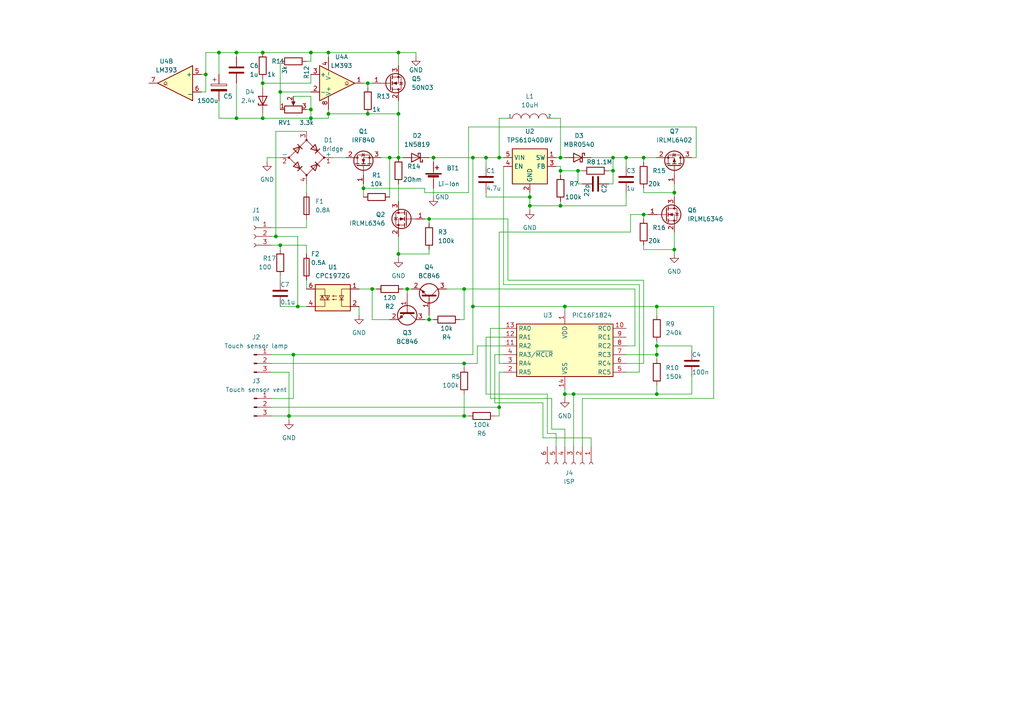
<source format=kicad_sch>
(kicad_sch (version 20211123) (generator eeschema)

  (uuid e63e39d7-6ac0-4ffd-8aa3-1841a4541b55)

  (paper "A4")

  (lib_symbols
    (symbol "Comparator:LM393" (pin_names (offset 0.127)) (in_bom yes) (on_board yes)
      (property "Reference" "U" (id 0) (at 3.81 3.81 0)
        (effects (font (size 1.27 1.27)))
      )
      (property "Value" "LM393" (id 1) (at 6.35 -3.81 0)
        (effects (font (size 1.27 1.27)))
      )
      (property "Footprint" "" (id 2) (at 0 0 0)
        (effects (font (size 1.27 1.27)) hide)
      )
      (property "Datasheet" "http://www.ti.com/lit/ds/symlink/lm393.pdf" (id 3) (at 0 0 0)
        (effects (font (size 1.27 1.27)) hide)
      )
      (property "ki_locked" "" (id 4) (at 0 0 0)
        (effects (font (size 1.27 1.27)))
      )
      (property "ki_keywords" "cmp open collector" (id 5) (at 0 0 0)
        (effects (font (size 1.27 1.27)) hide)
      )
      (property "ki_description" "Low-Power, Low-Offset Voltage, Dual Comparators, DIP-8/SOIC-8/TO-99-8" (id 6) (at 0 0 0)
        (effects (font (size 1.27 1.27)) hide)
      )
      (property "ki_fp_filters" "SOIC*3.9x4.9mm*P1.27mm* DIP*W7.62mm* SOP*5.28x5.23mm*P1.27mm* VSSOP*3.0x3.0mm*P0.65mm* TSSOP*4.4x3mm*P0.65mm*" (id 7) (at 0 0 0)
        (effects (font (size 1.27 1.27)) hide)
      )
      (symbol "LM393_1_1"
        (polyline
          (pts
            (xy -5.08 5.08)
            (xy 5.08 0)
            (xy -5.08 -5.08)
            (xy -5.08 5.08)
          )
          (stroke (width 0.254) (type default) (color 0 0 0 0))
          (fill (type background))
        )
        (polyline
          (pts
            (xy 3.302 -0.508)
            (xy 2.794 -0.508)
            (xy 3.302 0)
            (xy 2.794 0.508)
            (xy 2.286 0)
            (xy 2.794 -0.508)
            (xy 2.286 -0.508)
          )
          (stroke (width 0.127) (type default) (color 0 0 0 0))
          (fill (type none))
        )
        (pin open_collector line (at 7.62 0 180) (length 2.54)
          (name "~" (effects (font (size 1.27 1.27))))
          (number "1" (effects (font (size 1.27 1.27))))
        )
        (pin input line (at -7.62 -2.54 0) (length 2.54)
          (name "-" (effects (font (size 1.27 1.27))))
          (number "2" (effects (font (size 1.27 1.27))))
        )
        (pin input line (at -7.62 2.54 0) (length 2.54)
          (name "+" (effects (font (size 1.27 1.27))))
          (number "3" (effects (font (size 1.27 1.27))))
        )
      )
      (symbol "LM393_2_1"
        (polyline
          (pts
            (xy -5.08 5.08)
            (xy 5.08 0)
            (xy -5.08 -5.08)
            (xy -5.08 5.08)
          )
          (stroke (width 0.254) (type default) (color 0 0 0 0))
          (fill (type background))
        )
        (polyline
          (pts
            (xy 3.302 -0.508)
            (xy 2.794 -0.508)
            (xy 3.302 0)
            (xy 2.794 0.508)
            (xy 2.286 0)
            (xy 2.794 -0.508)
            (xy 2.286 -0.508)
          )
          (stroke (width 0.127) (type default) (color 0 0 0 0))
          (fill (type none))
        )
        (pin input line (at -7.62 2.54 0) (length 2.54)
          (name "+" (effects (font (size 1.27 1.27))))
          (number "5" (effects (font (size 1.27 1.27))))
        )
        (pin input line (at -7.62 -2.54 0) (length 2.54)
          (name "_" (effects (font (size 1.27 1.27))))
          (number "6" (effects (font (size 1.27 1.27))))
        )
        (pin open_collector line (at 7.62 0 180) (length 2.54)
          (name "~" (effects (font (size 1.27 1.27))))
          (number "7" (effects (font (size 1.27 1.27))))
        )
      )
      (symbol "LM393_3_1"
        (pin power_in line (at -2.54 -7.62 90) (length 3.81)
          (name "V-" (effects (font (size 1.27 1.27))))
          (number "4" (effects (font (size 1.27 1.27))))
        )
        (pin power_in line (at -2.54 7.62 270) (length 3.81)
          (name "V+" (effects (font (size 1.27 1.27))))
          (number "8" (effects (font (size 1.27 1.27))))
        )
      )
    )
    (symbol "Connector:Conn_01x03_Female" (pin_names (offset 1.016) hide) (in_bom yes) (on_board yes)
      (property "Reference" "J" (id 0) (at 0 5.08 0)
        (effects (font (size 1.27 1.27)))
      )
      (property "Value" "Conn_01x03_Female" (id 1) (at 0 -5.08 0)
        (effects (font (size 1.27 1.27)))
      )
      (property "Footprint" "" (id 2) (at 0 0 0)
        (effects (font (size 1.27 1.27)) hide)
      )
      (property "Datasheet" "~" (id 3) (at 0 0 0)
        (effects (font (size 1.27 1.27)) hide)
      )
      (property "ki_keywords" "connector" (id 4) (at 0 0 0)
        (effects (font (size 1.27 1.27)) hide)
      )
      (property "ki_description" "Generic connector, single row, 01x03, script generated (kicad-library-utils/schlib/autogen/connector/)" (id 5) (at 0 0 0)
        (effects (font (size 1.27 1.27)) hide)
      )
      (property "ki_fp_filters" "Connector*:*_1x??_*" (id 6) (at 0 0 0)
        (effects (font (size 1.27 1.27)) hide)
      )
      (symbol "Conn_01x03_Female_1_1"
        (arc (start 0 -2.032) (mid -0.508 -2.54) (end 0 -3.048)
          (stroke (width 0.1524) (type default) (color 0 0 0 0))
          (fill (type none))
        )
        (polyline
          (pts
            (xy -1.27 -2.54)
            (xy -0.508 -2.54)
          )
          (stroke (width 0.1524) (type default) (color 0 0 0 0))
          (fill (type none))
        )
        (polyline
          (pts
            (xy -1.27 0)
            (xy -0.508 0)
          )
          (stroke (width 0.1524) (type default) (color 0 0 0 0))
          (fill (type none))
        )
        (polyline
          (pts
            (xy -1.27 2.54)
            (xy -0.508 2.54)
          )
          (stroke (width 0.1524) (type default) (color 0 0 0 0))
          (fill (type none))
        )
        (arc (start 0 0.508) (mid -0.508 0) (end 0 -0.508)
          (stroke (width 0.1524) (type default) (color 0 0 0 0))
          (fill (type none))
        )
        (arc (start 0 3.048) (mid -0.508 2.54) (end 0 2.032)
          (stroke (width 0.1524) (type default) (color 0 0 0 0))
          (fill (type none))
        )
        (pin passive line (at -5.08 2.54 0) (length 3.81)
          (name "Pin_1" (effects (font (size 1.27 1.27))))
          (number "1" (effects (font (size 1.27 1.27))))
        )
        (pin passive line (at -5.08 0 0) (length 3.81)
          (name "Pin_2" (effects (font (size 1.27 1.27))))
          (number "2" (effects (font (size 1.27 1.27))))
        )
        (pin passive line (at -5.08 -2.54 0) (length 3.81)
          (name "Pin_3" (effects (font (size 1.27 1.27))))
          (number "3" (effects (font (size 1.27 1.27))))
        )
      )
    )
    (symbol "Connector:Conn_01x03_Male" (pin_names (offset 1.016) hide) (in_bom yes) (on_board yes)
      (property "Reference" "J" (id 0) (at 0 5.08 0)
        (effects (font (size 1.27 1.27)))
      )
      (property "Value" "Conn_01x03_Male" (id 1) (at 0 -5.08 0)
        (effects (font (size 1.27 1.27)))
      )
      (property "Footprint" "" (id 2) (at 0 0 0)
        (effects (font (size 1.27 1.27)) hide)
      )
      (property "Datasheet" "~" (id 3) (at 0 0 0)
        (effects (font (size 1.27 1.27)) hide)
      )
      (property "ki_keywords" "connector" (id 4) (at 0 0 0)
        (effects (font (size 1.27 1.27)) hide)
      )
      (property "ki_description" "Generic connector, single row, 01x03, script generated (kicad-library-utils/schlib/autogen/connector/)" (id 5) (at 0 0 0)
        (effects (font (size 1.27 1.27)) hide)
      )
      (property "ki_fp_filters" "Connector*:*_1x??_*" (id 6) (at 0 0 0)
        (effects (font (size 1.27 1.27)) hide)
      )
      (symbol "Conn_01x03_Male_1_1"
        (polyline
          (pts
            (xy 1.27 -2.54)
            (xy 0.8636 -2.54)
          )
          (stroke (width 0.1524) (type default) (color 0 0 0 0))
          (fill (type none))
        )
        (polyline
          (pts
            (xy 1.27 0)
            (xy 0.8636 0)
          )
          (stroke (width 0.1524) (type default) (color 0 0 0 0))
          (fill (type none))
        )
        (polyline
          (pts
            (xy 1.27 2.54)
            (xy 0.8636 2.54)
          )
          (stroke (width 0.1524) (type default) (color 0 0 0 0))
          (fill (type none))
        )
        (rectangle (start 0.8636 -2.413) (end 0 -2.667)
          (stroke (width 0.1524) (type default) (color 0 0 0 0))
          (fill (type outline))
        )
        (rectangle (start 0.8636 0.127) (end 0 -0.127)
          (stroke (width 0.1524) (type default) (color 0 0 0 0))
          (fill (type outline))
        )
        (rectangle (start 0.8636 2.667) (end 0 2.413)
          (stroke (width 0.1524) (type default) (color 0 0 0 0))
          (fill (type outline))
        )
        (pin passive line (at 5.08 2.54 180) (length 3.81)
          (name "Pin_1" (effects (font (size 1.27 1.27))))
          (number "1" (effects (font (size 1.27 1.27))))
        )
        (pin passive line (at 5.08 0 180) (length 3.81)
          (name "Pin_2" (effects (font (size 1.27 1.27))))
          (number "2" (effects (font (size 1.27 1.27))))
        )
        (pin passive line (at 5.08 -2.54 180) (length 3.81)
          (name "Pin_3" (effects (font (size 1.27 1.27))))
          (number "3" (effects (font (size 1.27 1.27))))
        )
      )
    )
    (symbol "Connector:Conn_01x06_Female" (pin_names (offset 1.016) hide) (in_bom yes) (on_board yes)
      (property "Reference" "J" (id 0) (at 0 7.62 0)
        (effects (font (size 1.27 1.27)))
      )
      (property "Value" "Conn_01x06_Female" (id 1) (at 0 -10.16 0)
        (effects (font (size 1.27 1.27)))
      )
      (property "Footprint" "" (id 2) (at 0 0 0)
        (effects (font (size 1.27 1.27)) hide)
      )
      (property "Datasheet" "~" (id 3) (at 0 0 0)
        (effects (font (size 1.27 1.27)) hide)
      )
      (property "ki_keywords" "connector" (id 4) (at 0 0 0)
        (effects (font (size 1.27 1.27)) hide)
      )
      (property "ki_description" "Generic connector, single row, 01x06, script generated (kicad-library-utils/schlib/autogen/connector/)" (id 5) (at 0 0 0)
        (effects (font (size 1.27 1.27)) hide)
      )
      (property "ki_fp_filters" "Connector*:*_1x??_*" (id 6) (at 0 0 0)
        (effects (font (size 1.27 1.27)) hide)
      )
      (symbol "Conn_01x06_Female_1_1"
        (arc (start 0 -7.112) (mid -0.508 -7.62) (end 0 -8.128)
          (stroke (width 0.1524) (type default) (color 0 0 0 0))
          (fill (type none))
        )
        (arc (start 0 -4.572) (mid -0.508 -5.08) (end 0 -5.588)
          (stroke (width 0.1524) (type default) (color 0 0 0 0))
          (fill (type none))
        )
        (arc (start 0 -2.032) (mid -0.508 -2.54) (end 0 -3.048)
          (stroke (width 0.1524) (type default) (color 0 0 0 0))
          (fill (type none))
        )
        (polyline
          (pts
            (xy -1.27 -7.62)
            (xy -0.508 -7.62)
          )
          (stroke (width 0.1524) (type default) (color 0 0 0 0))
          (fill (type none))
        )
        (polyline
          (pts
            (xy -1.27 -5.08)
            (xy -0.508 -5.08)
          )
          (stroke (width 0.1524) (type default) (color 0 0 0 0))
          (fill (type none))
        )
        (polyline
          (pts
            (xy -1.27 -2.54)
            (xy -0.508 -2.54)
          )
          (stroke (width 0.1524) (type default) (color 0 0 0 0))
          (fill (type none))
        )
        (polyline
          (pts
            (xy -1.27 0)
            (xy -0.508 0)
          )
          (stroke (width 0.1524) (type default) (color 0 0 0 0))
          (fill (type none))
        )
        (polyline
          (pts
            (xy -1.27 2.54)
            (xy -0.508 2.54)
          )
          (stroke (width 0.1524) (type default) (color 0 0 0 0))
          (fill (type none))
        )
        (polyline
          (pts
            (xy -1.27 5.08)
            (xy -0.508 5.08)
          )
          (stroke (width 0.1524) (type default) (color 0 0 0 0))
          (fill (type none))
        )
        (arc (start 0 0.508) (mid -0.508 0) (end 0 -0.508)
          (stroke (width 0.1524) (type default) (color 0 0 0 0))
          (fill (type none))
        )
        (arc (start 0 3.048) (mid -0.508 2.54) (end 0 2.032)
          (stroke (width 0.1524) (type default) (color 0 0 0 0))
          (fill (type none))
        )
        (arc (start 0 5.588) (mid -0.508 5.08) (end 0 4.572)
          (stroke (width 0.1524) (type default) (color 0 0 0 0))
          (fill (type none))
        )
        (pin passive line (at -5.08 5.08 0) (length 3.81)
          (name "Pin_1" (effects (font (size 1.27 1.27))))
          (number "1" (effects (font (size 1.27 1.27))))
        )
        (pin passive line (at -5.08 2.54 0) (length 3.81)
          (name "Pin_2" (effects (font (size 1.27 1.27))))
          (number "2" (effects (font (size 1.27 1.27))))
        )
        (pin passive line (at -5.08 0 0) (length 3.81)
          (name "Pin_3" (effects (font (size 1.27 1.27))))
          (number "3" (effects (font (size 1.27 1.27))))
        )
        (pin passive line (at -5.08 -2.54 0) (length 3.81)
          (name "Pin_4" (effects (font (size 1.27 1.27))))
          (number "4" (effects (font (size 1.27 1.27))))
        )
        (pin passive line (at -5.08 -5.08 0) (length 3.81)
          (name "Pin_5" (effects (font (size 1.27 1.27))))
          (number "5" (effects (font (size 1.27 1.27))))
        )
        (pin passive line (at -5.08 -7.62 0) (length 3.81)
          (name "Pin_6" (effects (font (size 1.27 1.27))))
          (number "6" (effects (font (size 1.27 1.27))))
        )
      )
    )
    (symbol "Device:Battery_Cell" (pin_numbers hide) (pin_names (offset 0) hide) (in_bom yes) (on_board yes)
      (property "Reference" "BT" (id 0) (at 2.54 2.54 0)
        (effects (font (size 1.27 1.27)) (justify left))
      )
      (property "Value" "Battery_Cell" (id 1) (at 2.54 0 0)
        (effects (font (size 1.27 1.27)) (justify left))
      )
      (property "Footprint" "" (id 2) (at 0 1.524 90)
        (effects (font (size 1.27 1.27)) hide)
      )
      (property "Datasheet" "~" (id 3) (at 0 1.524 90)
        (effects (font (size 1.27 1.27)) hide)
      )
      (property "ki_keywords" "battery cell" (id 4) (at 0 0 0)
        (effects (font (size 1.27 1.27)) hide)
      )
      (property "ki_description" "Single-cell battery" (id 5) (at 0 0 0)
        (effects (font (size 1.27 1.27)) hide)
      )
      (symbol "Battery_Cell_0_1"
        (rectangle (start -2.286 1.778) (end 2.286 1.524)
          (stroke (width 0) (type default) (color 0 0 0 0))
          (fill (type outline))
        )
        (rectangle (start -1.5748 1.1938) (end 1.4732 0.6858)
          (stroke (width 0) (type default) (color 0 0 0 0))
          (fill (type outline))
        )
        (polyline
          (pts
            (xy 0 0.762)
            (xy 0 0)
          )
          (stroke (width 0) (type default) (color 0 0 0 0))
          (fill (type none))
        )
        (polyline
          (pts
            (xy 0 1.778)
            (xy 0 2.54)
          )
          (stroke (width 0) (type default) (color 0 0 0 0))
          (fill (type none))
        )
        (polyline
          (pts
            (xy 0.508 3.429)
            (xy 1.524 3.429)
          )
          (stroke (width 0.254) (type default) (color 0 0 0 0))
          (fill (type none))
        )
        (polyline
          (pts
            (xy 1.016 3.937)
            (xy 1.016 2.921)
          )
          (stroke (width 0.254) (type default) (color 0 0 0 0))
          (fill (type none))
        )
      )
      (symbol "Battery_Cell_1_1"
        (pin passive line (at 0 5.08 270) (length 2.54)
          (name "+" (effects (font (size 1.27 1.27))))
          (number "1" (effects (font (size 1.27 1.27))))
        )
        (pin passive line (at 0 -2.54 90) (length 2.54)
          (name "-" (effects (font (size 1.27 1.27))))
          (number "2" (effects (font (size 1.27 1.27))))
        )
      )
    )
    (symbol "Device:C" (pin_numbers hide) (pin_names (offset 0.254)) (in_bom yes) (on_board yes)
      (property "Reference" "C" (id 0) (at 0.635 2.54 0)
        (effects (font (size 1.27 1.27)) (justify left))
      )
      (property "Value" "C" (id 1) (at 0.635 -2.54 0)
        (effects (font (size 1.27 1.27)) (justify left))
      )
      (property "Footprint" "" (id 2) (at 0.9652 -3.81 0)
        (effects (font (size 1.27 1.27)) hide)
      )
      (property "Datasheet" "~" (id 3) (at 0 0 0)
        (effects (font (size 1.27 1.27)) hide)
      )
      (property "ki_keywords" "cap capacitor" (id 4) (at 0 0 0)
        (effects (font (size 1.27 1.27)) hide)
      )
      (property "ki_description" "Unpolarized capacitor" (id 5) (at 0 0 0)
        (effects (font (size 1.27 1.27)) hide)
      )
      (property "ki_fp_filters" "C_*" (id 6) (at 0 0 0)
        (effects (font (size 1.27 1.27)) hide)
      )
      (symbol "C_0_1"
        (polyline
          (pts
            (xy -2.032 -0.762)
            (xy 2.032 -0.762)
          )
          (stroke (width 0.508) (type default) (color 0 0 0 0))
          (fill (type none))
        )
        (polyline
          (pts
            (xy -2.032 0.762)
            (xy 2.032 0.762)
          )
          (stroke (width 0.508) (type default) (color 0 0 0 0))
          (fill (type none))
        )
      )
      (symbol "C_1_1"
        (pin passive line (at 0 3.81 270) (length 2.794)
          (name "~" (effects (font (size 1.27 1.27))))
          (number "1" (effects (font (size 1.27 1.27))))
        )
        (pin passive line (at 0 -3.81 90) (length 2.794)
          (name "~" (effects (font (size 1.27 1.27))))
          (number "2" (effects (font (size 1.27 1.27))))
        )
      )
    )
    (symbol "Device:C_Polarized" (pin_numbers hide) (pin_names (offset 0.254)) (in_bom yes) (on_board yes)
      (property "Reference" "C" (id 0) (at 0.635 2.54 0)
        (effects (font (size 1.27 1.27)) (justify left))
      )
      (property "Value" "C_Polarized" (id 1) (at 0.635 -2.54 0)
        (effects (font (size 1.27 1.27)) (justify left))
      )
      (property "Footprint" "" (id 2) (at 0.9652 -3.81 0)
        (effects (font (size 1.27 1.27)) hide)
      )
      (property "Datasheet" "~" (id 3) (at 0 0 0)
        (effects (font (size 1.27 1.27)) hide)
      )
      (property "ki_keywords" "cap capacitor" (id 4) (at 0 0 0)
        (effects (font (size 1.27 1.27)) hide)
      )
      (property "ki_description" "Polarized capacitor" (id 5) (at 0 0 0)
        (effects (font (size 1.27 1.27)) hide)
      )
      (property "ki_fp_filters" "CP_*" (id 6) (at 0 0 0)
        (effects (font (size 1.27 1.27)) hide)
      )
      (symbol "C_Polarized_0_1"
        (rectangle (start -2.286 0.508) (end 2.286 1.016)
          (stroke (width 0) (type default) (color 0 0 0 0))
          (fill (type none))
        )
        (polyline
          (pts
            (xy -1.778 2.286)
            (xy -0.762 2.286)
          )
          (stroke (width 0) (type default) (color 0 0 0 0))
          (fill (type none))
        )
        (polyline
          (pts
            (xy -1.27 2.794)
            (xy -1.27 1.778)
          )
          (stroke (width 0) (type default) (color 0 0 0 0))
          (fill (type none))
        )
        (rectangle (start 2.286 -0.508) (end -2.286 -1.016)
          (stroke (width 0) (type default) (color 0 0 0 0))
          (fill (type outline))
        )
      )
      (symbol "C_Polarized_1_1"
        (pin passive line (at 0 3.81 270) (length 2.794)
          (name "~" (effects (font (size 1.27 1.27))))
          (number "1" (effects (font (size 1.27 1.27))))
        )
        (pin passive line (at 0 -3.81 90) (length 2.794)
          (name "~" (effects (font (size 1.27 1.27))))
          (number "2" (effects (font (size 1.27 1.27))))
        )
      )
    )
    (symbol "Device:D_Bridge_+-AA" (pin_names (offset 0)) (in_bom yes) (on_board yes)
      (property "Reference" "D" (id 0) (at 2.54 6.985 0)
        (effects (font (size 1.27 1.27)) (justify left))
      )
      (property "Value" "D_Bridge_+-AA" (id 1) (at 2.54 5.08 0)
        (effects (font (size 1.27 1.27)) (justify left))
      )
      (property "Footprint" "" (id 2) (at 0 0 0)
        (effects (font (size 1.27 1.27)) hide)
      )
      (property "Datasheet" "~" (id 3) (at 0 0 0)
        (effects (font (size 1.27 1.27)) hide)
      )
      (property "ki_keywords" "rectifier ACDC" (id 4) (at 0 0 0)
        (effects (font (size 1.27 1.27)) hide)
      )
      (property "ki_description" "Diode bridge, +ve/-ve/AC/AC" (id 5) (at 0 0 0)
        (effects (font (size 1.27 1.27)) hide)
      )
      (property "ki_fp_filters" "D*Bridge* D*Rectifier*" (id 6) (at 0 0 0)
        (effects (font (size 1.27 1.27)) hide)
      )
      (symbol "D_Bridge_+-AA_0_1"
        (circle (center -5.08 0) (radius 0.254)
          (stroke (width 0) (type default) (color 0 0 0 0))
          (fill (type outline))
        )
        (circle (center 0 -5.08) (radius 0.254)
          (stroke (width 0) (type default) (color 0 0 0 0))
          (fill (type outline))
        )
        (polyline
          (pts
            (xy -2.54 3.81)
            (xy -1.27 2.54)
          )
          (stroke (width 0.254) (type default) (color 0 0 0 0))
          (fill (type none))
        )
        (polyline
          (pts
            (xy -1.27 -2.54)
            (xy -2.54 -3.81)
          )
          (stroke (width 0.254) (type default) (color 0 0 0 0))
          (fill (type none))
        )
        (polyline
          (pts
            (xy 2.54 -1.27)
            (xy 3.81 -2.54)
          )
          (stroke (width 0.254) (type default) (color 0 0 0 0))
          (fill (type none))
        )
        (polyline
          (pts
            (xy 2.54 1.27)
            (xy 3.81 2.54)
          )
          (stroke (width 0.254) (type default) (color 0 0 0 0))
          (fill (type none))
        )
        (polyline
          (pts
            (xy -3.81 2.54)
            (xy -2.54 1.27)
            (xy -1.905 3.175)
            (xy -3.81 2.54)
          )
          (stroke (width 0.254) (type default) (color 0 0 0 0))
          (fill (type none))
        )
        (polyline
          (pts
            (xy -2.54 -1.27)
            (xy -3.81 -2.54)
            (xy -1.905 -3.175)
            (xy -2.54 -1.27)
          )
          (stroke (width 0.254) (type default) (color 0 0 0 0))
          (fill (type none))
        )
        (polyline
          (pts
            (xy 1.27 2.54)
            (xy 2.54 3.81)
            (xy 3.175 1.905)
            (xy 1.27 2.54)
          )
          (stroke (width 0.254) (type default) (color 0 0 0 0))
          (fill (type none))
        )
        (polyline
          (pts
            (xy 3.175 -1.905)
            (xy 1.27 -2.54)
            (xy 2.54 -3.81)
            (xy 3.175 -1.905)
          )
          (stroke (width 0.254) (type default) (color 0 0 0 0))
          (fill (type none))
        )
        (polyline
          (pts
            (xy -5.08 0)
            (xy 0 -5.08)
            (xy 5.08 0)
            (xy 0 5.08)
            (xy -5.08 0)
          )
          (stroke (width 0) (type default) (color 0 0 0 0))
          (fill (type none))
        )
        (circle (center 0 5.08) (radius 0.254)
          (stroke (width 0) (type default) (color 0 0 0 0))
          (fill (type outline))
        )
        (circle (center 5.08 0) (radius 0.254)
          (stroke (width 0) (type default) (color 0 0 0 0))
          (fill (type outline))
        )
      )
      (symbol "D_Bridge_+-AA_1_1"
        (pin passive line (at 7.62 0 180) (length 2.54)
          (name "+" (effects (font (size 1.27 1.27))))
          (number "1" (effects (font (size 1.27 1.27))))
        )
        (pin passive line (at -7.62 0 0) (length 2.54)
          (name "-" (effects (font (size 1.27 1.27))))
          (number "2" (effects (font (size 1.27 1.27))))
        )
        (pin passive line (at 0 7.62 270) (length 2.54)
          (name "~" (effects (font (size 1.27 1.27))))
          (number "3" (effects (font (size 1.27 1.27))))
        )
        (pin passive line (at 0 -7.62 90) (length 2.54)
          (name "~" (effects (font (size 1.27 1.27))))
          (number "4" (effects (font (size 1.27 1.27))))
        )
      )
    )
    (symbol "Device:D_Zener" (pin_numbers hide) (pin_names (offset 1.016) hide) (in_bom yes) (on_board yes)
      (property "Reference" "D" (id 0) (at 0 2.54 0)
        (effects (font (size 1.27 1.27)))
      )
      (property "Value" "D_Zener" (id 1) (at 0 -2.54 0)
        (effects (font (size 1.27 1.27)))
      )
      (property "Footprint" "" (id 2) (at 0 0 0)
        (effects (font (size 1.27 1.27)) hide)
      )
      (property "Datasheet" "~" (id 3) (at 0 0 0)
        (effects (font (size 1.27 1.27)) hide)
      )
      (property "ki_keywords" "diode" (id 4) (at 0 0 0)
        (effects (font (size 1.27 1.27)) hide)
      )
      (property "ki_description" "Zener diode" (id 5) (at 0 0 0)
        (effects (font (size 1.27 1.27)) hide)
      )
      (property "ki_fp_filters" "TO-???* *_Diode_* *SingleDiode* D_*" (id 6) (at 0 0 0)
        (effects (font (size 1.27 1.27)) hide)
      )
      (symbol "D_Zener_0_1"
        (polyline
          (pts
            (xy 1.27 0)
            (xy -1.27 0)
          )
          (stroke (width 0) (type default) (color 0 0 0 0))
          (fill (type none))
        )
        (polyline
          (pts
            (xy -1.27 -1.27)
            (xy -1.27 1.27)
            (xy -0.762 1.27)
          )
          (stroke (width 0.254) (type default) (color 0 0 0 0))
          (fill (type none))
        )
        (polyline
          (pts
            (xy 1.27 -1.27)
            (xy 1.27 1.27)
            (xy -1.27 0)
            (xy 1.27 -1.27)
          )
          (stroke (width 0.254) (type default) (color 0 0 0 0))
          (fill (type none))
        )
      )
      (symbol "D_Zener_1_1"
        (pin passive line (at -3.81 0 0) (length 2.54)
          (name "K" (effects (font (size 1.27 1.27))))
          (number "1" (effects (font (size 1.27 1.27))))
        )
        (pin passive line (at 3.81 0 180) (length 2.54)
          (name "A" (effects (font (size 1.27 1.27))))
          (number "2" (effects (font (size 1.27 1.27))))
        )
      )
    )
    (symbol "Device:Fuse" (pin_numbers hide) (pin_names (offset 0)) (in_bom yes) (on_board yes)
      (property "Reference" "F" (id 0) (at 2.032 0 90)
        (effects (font (size 1.27 1.27)))
      )
      (property "Value" "Fuse" (id 1) (at -1.905 0 90)
        (effects (font (size 1.27 1.27)))
      )
      (property "Footprint" "" (id 2) (at -1.778 0 90)
        (effects (font (size 1.27 1.27)) hide)
      )
      (property "Datasheet" "~" (id 3) (at 0 0 0)
        (effects (font (size 1.27 1.27)) hide)
      )
      (property "ki_keywords" "fuse" (id 4) (at 0 0 0)
        (effects (font (size 1.27 1.27)) hide)
      )
      (property "ki_description" "Fuse" (id 5) (at 0 0 0)
        (effects (font (size 1.27 1.27)) hide)
      )
      (property "ki_fp_filters" "*Fuse*" (id 6) (at 0 0 0)
        (effects (font (size 1.27 1.27)) hide)
      )
      (symbol "Fuse_0_1"
        (rectangle (start -0.762 -2.54) (end 0.762 2.54)
          (stroke (width 0.254) (type default) (color 0 0 0 0))
          (fill (type none))
        )
        (polyline
          (pts
            (xy 0 2.54)
            (xy 0 -2.54)
          )
          (stroke (width 0) (type default) (color 0 0 0 0))
          (fill (type none))
        )
      )
      (symbol "Fuse_1_1"
        (pin passive line (at 0 3.81 270) (length 1.27)
          (name "~" (effects (font (size 1.27 1.27))))
          (number "1" (effects (font (size 1.27 1.27))))
        )
        (pin passive line (at 0 -3.81 90) (length 1.27)
          (name "~" (effects (font (size 1.27 1.27))))
          (number "2" (effects (font (size 1.27 1.27))))
        )
      )
    )
    (symbol "Device:R" (pin_numbers hide) (pin_names (offset 0)) (in_bom yes) (on_board yes)
      (property "Reference" "R" (id 0) (at 2.032 0 90)
        (effects (font (size 1.27 1.27)))
      )
      (property "Value" "R" (id 1) (at 0 0 90)
        (effects (font (size 1.27 1.27)))
      )
      (property "Footprint" "" (id 2) (at -1.778 0 90)
        (effects (font (size 1.27 1.27)) hide)
      )
      (property "Datasheet" "~" (id 3) (at 0 0 0)
        (effects (font (size 1.27 1.27)) hide)
      )
      (property "ki_keywords" "R res resistor" (id 4) (at 0 0 0)
        (effects (font (size 1.27 1.27)) hide)
      )
      (property "ki_description" "Resistor" (id 5) (at 0 0 0)
        (effects (font (size 1.27 1.27)) hide)
      )
      (property "ki_fp_filters" "R_*" (id 6) (at 0 0 0)
        (effects (font (size 1.27 1.27)) hide)
      )
      (symbol "R_0_1"
        (rectangle (start -1.016 -2.54) (end 1.016 2.54)
          (stroke (width 0.254) (type default) (color 0 0 0 0))
          (fill (type none))
        )
      )
      (symbol "R_1_1"
        (pin passive line (at 0 3.81 270) (length 1.27)
          (name "~" (effects (font (size 1.27 1.27))))
          (number "1" (effects (font (size 1.27 1.27))))
        )
        (pin passive line (at 0 -3.81 90) (length 1.27)
          (name "~" (effects (font (size 1.27 1.27))))
          (number "2" (effects (font (size 1.27 1.27))))
        )
      )
    )
    (symbol "Device:R_Potentiometer" (pin_names (offset 1.016) hide) (in_bom yes) (on_board yes)
      (property "Reference" "RV" (id 0) (at -4.445 0 90)
        (effects (font (size 1.27 1.27)))
      )
      (property "Value" "R_Potentiometer" (id 1) (at -2.54 0 90)
        (effects (font (size 1.27 1.27)))
      )
      (property "Footprint" "" (id 2) (at 0 0 0)
        (effects (font (size 1.27 1.27)) hide)
      )
      (property "Datasheet" "~" (id 3) (at 0 0 0)
        (effects (font (size 1.27 1.27)) hide)
      )
      (property "ki_keywords" "resistor variable" (id 4) (at 0 0 0)
        (effects (font (size 1.27 1.27)) hide)
      )
      (property "ki_description" "Potentiometer" (id 5) (at 0 0 0)
        (effects (font (size 1.27 1.27)) hide)
      )
      (property "ki_fp_filters" "Potentiometer*" (id 6) (at 0 0 0)
        (effects (font (size 1.27 1.27)) hide)
      )
      (symbol "R_Potentiometer_0_1"
        (polyline
          (pts
            (xy 2.54 0)
            (xy 1.524 0)
          )
          (stroke (width 0) (type default) (color 0 0 0 0))
          (fill (type none))
        )
        (polyline
          (pts
            (xy 1.143 0)
            (xy 2.286 0.508)
            (xy 2.286 -0.508)
            (xy 1.143 0)
          )
          (stroke (width 0) (type default) (color 0 0 0 0))
          (fill (type outline))
        )
        (rectangle (start 1.016 2.54) (end -1.016 -2.54)
          (stroke (width 0.254) (type default) (color 0 0 0 0))
          (fill (type none))
        )
      )
      (symbol "R_Potentiometer_1_1"
        (pin passive line (at 0 3.81 270) (length 1.27)
          (name "1" (effects (font (size 1.27 1.27))))
          (number "1" (effects (font (size 1.27 1.27))))
        )
        (pin passive line (at 3.81 0 180) (length 1.27)
          (name "2" (effects (font (size 1.27 1.27))))
          (number "2" (effects (font (size 1.27 1.27))))
        )
        (pin passive line (at 0 -3.81 90) (length 1.27)
          (name "3" (effects (font (size 1.27 1.27))))
          (number "3" (effects (font (size 1.27 1.27))))
        )
      )
    )
    (symbol "Diode:1N5819" (pin_numbers hide) (pin_names (offset 1.016) hide) (in_bom yes) (on_board yes)
      (property "Reference" "D" (id 0) (at 0 2.54 0)
        (effects (font (size 1.27 1.27)))
      )
      (property "Value" "1N5819" (id 1) (at 0 -2.54 0)
        (effects (font (size 1.27 1.27)))
      )
      (property "Footprint" "Diode_THT:D_DO-41_SOD81_P10.16mm_Horizontal" (id 2) (at 0 -4.445 0)
        (effects (font (size 1.27 1.27)) hide)
      )
      (property "Datasheet" "http://www.vishay.com/docs/88525/1n5817.pdf" (id 3) (at 0 0 0)
        (effects (font (size 1.27 1.27)) hide)
      )
      (property "ki_keywords" "diode Schottky" (id 4) (at 0 0 0)
        (effects (font (size 1.27 1.27)) hide)
      )
      (property "ki_description" "40V 1A Schottky Barrier Rectifier Diode, DO-41" (id 5) (at 0 0 0)
        (effects (font (size 1.27 1.27)) hide)
      )
      (property "ki_fp_filters" "D*DO?41*" (id 6) (at 0 0 0)
        (effects (font (size 1.27 1.27)) hide)
      )
      (symbol "1N5819_0_1"
        (polyline
          (pts
            (xy 1.27 0)
            (xy -1.27 0)
          )
          (stroke (width 0) (type default) (color 0 0 0 0))
          (fill (type none))
        )
        (polyline
          (pts
            (xy 1.27 1.27)
            (xy 1.27 -1.27)
            (xy -1.27 0)
            (xy 1.27 1.27)
          )
          (stroke (width 0.254) (type default) (color 0 0 0 0))
          (fill (type none))
        )
        (polyline
          (pts
            (xy -1.905 0.635)
            (xy -1.905 1.27)
            (xy -1.27 1.27)
            (xy -1.27 -1.27)
            (xy -0.635 -1.27)
            (xy -0.635 -0.635)
          )
          (stroke (width 0.254) (type default) (color 0 0 0 0))
          (fill (type none))
        )
      )
      (symbol "1N5819_1_1"
        (pin passive line (at -3.81 0 0) (length 2.54)
          (name "K" (effects (font (size 1.27 1.27))))
          (number "1" (effects (font (size 1.27 1.27))))
        )
        (pin passive line (at 3.81 0 180) (length 2.54)
          (name "A" (effects (font (size 1.27 1.27))))
          (number "2" (effects (font (size 1.27 1.27))))
        )
      )
    )
    (symbol "Diode:MBR0540" (pin_numbers hide) (pin_names (offset 1.016) hide) (in_bom yes) (on_board yes)
      (property "Reference" "D" (id 0) (at 0 2.54 0)
        (effects (font (size 1.27 1.27)))
      )
      (property "Value" "MBR0540" (id 1) (at 0 -2.54 0)
        (effects (font (size 1.27 1.27)))
      )
      (property "Footprint" "Diode_SMD:D_SOD-123" (id 2) (at 0 -4.445 0)
        (effects (font (size 1.27 1.27)) hide)
      )
      (property "Datasheet" "http://www.mccsemi.com/up_pdf/MBR0520~MBR0580(SOD123).pdf" (id 3) (at 0 0 0)
        (effects (font (size 1.27 1.27)) hide)
      )
      (property "ki_keywords" "diode Schottky" (id 4) (at 0 0 0)
        (effects (font (size 1.27 1.27)) hide)
      )
      (property "ki_description" "40V 0.5A Schottky Power Rectifier Diode, SOD-123" (id 5) (at 0 0 0)
        (effects (font (size 1.27 1.27)) hide)
      )
      (property "ki_fp_filters" "D*SOD?123*" (id 6) (at 0 0 0)
        (effects (font (size 1.27 1.27)) hide)
      )
      (symbol "MBR0540_0_1"
        (polyline
          (pts
            (xy 1.27 0)
            (xy -1.27 0)
          )
          (stroke (width 0) (type default) (color 0 0 0 0))
          (fill (type none))
        )
        (polyline
          (pts
            (xy 1.27 1.27)
            (xy 1.27 -1.27)
            (xy -1.27 0)
            (xy 1.27 1.27)
          )
          (stroke (width 0.254) (type default) (color 0 0 0 0))
          (fill (type none))
        )
        (polyline
          (pts
            (xy -1.905 0.635)
            (xy -1.905 1.27)
            (xy -1.27 1.27)
            (xy -1.27 -1.27)
            (xy -0.635 -1.27)
            (xy -0.635 -0.635)
          )
          (stroke (width 0.254) (type default) (color 0 0 0 0))
          (fill (type none))
        )
      )
      (symbol "MBR0540_1_1"
        (pin passive line (at -3.81 0 0) (length 2.54)
          (name "K" (effects (font (size 1.27 1.27))))
          (number "1" (effects (font (size 1.27 1.27))))
        )
        (pin passive line (at 3.81 0 180) (length 2.54)
          (name "A" (effects (font (size 1.27 1.27))))
          (number "2" (effects (font (size 1.27 1.27))))
        )
      )
    )
    (symbol "MCU_Microchip_PIC16:PIC16F18324-xSL" (in_bom yes) (on_board yes)
      (property "Reference" "U" (id 0) (at -13.97 10.16 0)
        (effects (font (size 1.27 1.27)) (justify left))
      )
      (property "Value" "PIC16F18324-xSL" (id 1) (at 1.27 10.16 0)
        (effects (font (size 1.27 1.27)) (justify left))
      )
      (property "Footprint" "Package_SO:SOIC-14_3.9x8.7mm_P1.27mm" (id 2) (at 0 -7.62 0)
        (effects (font (size 1.27 1.27)) hide)
      )
      (property "Datasheet" "http://ww1.microchip.com/downloads/en/devicedoc/40001800c.pdf" (id 3) (at 0 -17.78 0)
        (effects (font (size 1.27 1.27)) hide)
      )
      (property "ki_keywords" "FLASH-Based 8-Bit CMOS Microcontroller Low Power" (id 4) (at 0 0 0)
        (effects (font (size 1.27 1.27)) hide)
      )
      (property "ki_description" "PIC16F18324, 4096W FLASH, 512B SRAM, 256B EEPROM, SOIC14" (id 5) (at 0 0 0)
        (effects (font (size 1.27 1.27)) hide)
      )
      (property "ki_fp_filters" "SOIC*3.9x8.7mm*P1.27mm*" (id 6) (at 0 0 0)
        (effects (font (size 1.27 1.27)) hide)
      )
      (symbol "PIC16F18324-xSL_1_1"
        (rectangle (start -13.97 8.89) (end 13.97 -6.35)
          (stroke (width 0.254) (type default) (color 0 0 0 0))
          (fill (type background))
        )
        (pin power_in line (at 0 12.7 270) (length 3.81)
          (name "VDD" (effects (font (size 1.27 1.27))))
          (number "1" (effects (font (size 1.27 1.27))))
        )
        (pin bidirectional line (at 17.78 7.62 180) (length 3.81)
          (name "RC0" (effects (font (size 1.27 1.27))))
          (number "10" (effects (font (size 1.27 1.27))))
        )
        (pin bidirectional line (at -17.78 2.54 0) (length 3.81)
          (name "RA2" (effects (font (size 1.27 1.27))))
          (number "11" (effects (font (size 1.27 1.27))))
        )
        (pin bidirectional line (at -17.78 5.08 0) (length 3.81)
          (name "RA1" (effects (font (size 1.27 1.27))))
          (number "12" (effects (font (size 1.27 1.27))))
        )
        (pin bidirectional line (at -17.78 7.62 0) (length 3.81)
          (name "RA0" (effects (font (size 1.27 1.27))))
          (number "13" (effects (font (size 1.27 1.27))))
        )
        (pin power_in line (at 0 -10.16 90) (length 3.81)
          (name "VSS" (effects (font (size 1.27 1.27))))
          (number "14" (effects (font (size 1.27 1.27))))
        )
        (pin bidirectional line (at -17.78 -5.08 0) (length 3.81)
          (name "RA5" (effects (font (size 1.27 1.27))))
          (number "2" (effects (font (size 1.27 1.27))))
        )
        (pin bidirectional line (at -17.78 -2.54 0) (length 3.81)
          (name "RA4" (effects (font (size 1.27 1.27))))
          (number "3" (effects (font (size 1.27 1.27))))
        )
        (pin bidirectional line (at -17.78 0 0) (length 3.81)
          (name "RA3/~{MCLR}" (effects (font (size 1.27 1.27))))
          (number "4" (effects (font (size 1.27 1.27))))
        )
        (pin bidirectional line (at 17.78 -5.08 180) (length 3.81)
          (name "RC5" (effects (font (size 1.27 1.27))))
          (number "5" (effects (font (size 1.27 1.27))))
        )
        (pin bidirectional line (at 17.78 -2.54 180) (length 3.81)
          (name "RC4" (effects (font (size 1.27 1.27))))
          (number "6" (effects (font (size 1.27 1.27))))
        )
        (pin bidirectional line (at 17.78 0 180) (length 3.81)
          (name "RC3" (effects (font (size 1.27 1.27))))
          (number "7" (effects (font (size 1.27 1.27))))
        )
        (pin bidirectional line (at 17.78 2.54 180) (length 3.81)
          (name "RC2" (effects (font (size 1.27 1.27))))
          (number "8" (effects (font (size 1.27 1.27))))
        )
        (pin bidirectional line (at 17.78 5.08 180) (length 3.81)
          (name "RC1" (effects (font (size 1.27 1.27))))
          (number "9" (effects (font (size 1.27 1.27))))
        )
      )
    )
    (symbol "Regulator_Switching:TPS61040DBV" (in_bom yes) (on_board yes)
      (property "Reference" "U" (id 0) (at -5.08 6.35 0)
        (effects (font (size 1.27 1.27)) (justify left))
      )
      (property "Value" "TPS61040DBV" (id 1) (at 0 6.35 0)
        (effects (font (size 1.27 1.27)) (justify left))
      )
      (property "Footprint" "Package_TO_SOT_SMD:SOT-23-5" (id 2) (at 2.54 -6.35 0)
        (effects (font (size 1.27 1.27) italic) (justify left) hide)
      )
      (property "Datasheet" "http://www.ti.com/lit/ds/symlink/tps61040.pdf" (id 3) (at -5.08 7.62 0)
        (effects (font (size 1.27 1.27)) hide)
      )
      (property "ki_keywords" "Step-Up Boost DC-DC Regulator Adjustable" (id 4) (at 0 0 0)
        (effects (font (size 1.27 1.27)) hide)
      )
      (property "ki_description" "Synchronous Boost Regulator, Adjustable Output up to 28V, 400 mA Switch Current Limit, SOT-23-5" (id 5) (at 0 0 0)
        (effects (font (size 1.27 1.27)) hide)
      )
      (property "ki_fp_filters" "SOT?23*" (id 6) (at 0 0 0)
        (effects (font (size 1.27 1.27)) hide)
      )
      (symbol "TPS61040DBV_0_1"
        (rectangle (start -5.08 5.08) (end 5.08 -5.08)
          (stroke (width 0.254) (type default) (color 0 0 0 0))
          (fill (type background))
        )
      )
      (symbol "TPS61040DBV_1_1"
        (pin power_out line (at 7.62 2.54 180) (length 2.54)
          (name "SW" (effects (font (size 1.27 1.27))))
          (number "1" (effects (font (size 1.27 1.27))))
        )
        (pin power_in line (at 0 -7.62 90) (length 2.54)
          (name "GND" (effects (font (size 1.27 1.27))))
          (number "2" (effects (font (size 1.27 1.27))))
        )
        (pin input line (at 7.62 0 180) (length 2.54)
          (name "FB" (effects (font (size 1.27 1.27))))
          (number "3" (effects (font (size 1.27 1.27))))
        )
        (pin input line (at -7.62 0 0) (length 2.54)
          (name "EN" (effects (font (size 1.27 1.27))))
          (number "4" (effects (font (size 1.27 1.27))))
        )
        (pin power_in line (at -7.62 2.54 0) (length 2.54)
          (name "VIN" (effects (font (size 1.27 1.27))))
          (number "5" (effects (font (size 1.27 1.27))))
        )
      )
    )
    (symbol "Relay_SolidState:FOD4218" (in_bom yes) (on_board yes)
      (property "Reference" "U" (id 0) (at -5.08 5.08 0)
        (effects (font (size 1.27 1.27)) (justify left))
      )
      (property "Value" "FOD4218" (id 1) (at 0 5.08 0)
        (effects (font (size 1.27 1.27)) (justify left))
      )
      (property "Footprint" "Package_DIP:DIP-6_W7.62mm" (id 2) (at -5.08 -5.08 0)
        (effects (font (size 1.27 1.27) italic) (justify left) hide)
      )
      (property "Datasheet" "https://www.onsemi.com/pub/Collateral/FOD4218-D.PDF" (id 3) (at 0 0 0)
        (effects (font (size 1.27 1.27)) (justify left) hide)
      )
      (property "ki_keywords" "Opto-Triac Opto Triac Random Phase" (id 4) (at 0 0 0)
        (effects (font (size 1.27 1.27)) hide)
      )
      (property "ki_description" "Random Phase Opto-Triac, Vdrm 800V, Ift 0.75mA, Itm 300mA, DIP6" (id 5) (at 0 0 0)
        (effects (font (size 1.27 1.27)) hide)
      )
      (property "ki_fp_filters" "DIP*W7.62mm*" (id 6) (at 0 0 0)
        (effects (font (size 1.27 1.27)) hide)
      )
      (symbol "FOD4218_0_1"
        (rectangle (start -5.08 3.81) (end 5.08 -3.81)
          (stroke (width 0.254) (type default) (color 0 0 0 0))
          (fill (type background))
        )
        (polyline
          (pts
            (xy -3.175 -0.635)
            (xy -1.905 -0.635)
          )
          (stroke (width 0) (type default) (color 0 0 0 0))
          (fill (type none))
        )
        (polyline
          (pts
            (xy 1.524 -0.635)
            (xy 1.524 0.635)
          )
          (stroke (width 0) (type default) (color 0 0 0 0))
          (fill (type none))
        )
        (polyline
          (pts
            (xy 3.048 0.635)
            (xy 3.048 -0.635)
          )
          (stroke (width 0) (type default) (color 0 0 0 0))
          (fill (type none))
        )
        (polyline
          (pts
            (xy 2.286 -0.635)
            (xy 2.286 -2.54)
            (xy 5.08 -2.54)
          )
          (stroke (width 0) (type default) (color 0 0 0 0))
          (fill (type none))
        )
        (polyline
          (pts
            (xy 2.286 0.635)
            (xy 2.286 2.54)
            (xy 5.08 2.54)
          )
          (stroke (width 0) (type default) (color 0 0 0 0))
          (fill (type none))
        )
        (polyline
          (pts
            (xy -5.08 2.54)
            (xy -2.54 2.54)
            (xy -2.54 -2.54)
            (xy -5.08 -2.54)
          )
          (stroke (width 0) (type default) (color 0 0 0 0))
          (fill (type none))
        )
        (polyline
          (pts
            (xy -2.54 -0.635)
            (xy -3.175 0.635)
            (xy -1.905 0.635)
            (xy -2.54 -0.635)
          )
          (stroke (width 0) (type default) (color 0 0 0 0))
          (fill (type none))
        )
        (polyline
          (pts
            (xy 0.889 -0.635)
            (xy 3.683 -0.635)
            (xy 3.048 0.635)
            (xy 2.413 -0.635)
          )
          (stroke (width 0) (type default) (color 0 0 0 0))
          (fill (type none))
        )
        (polyline
          (pts
            (xy 3.683 0.635)
            (xy 0.889 0.635)
            (xy 1.524 -0.635)
            (xy 2.159 0.635)
          )
          (stroke (width 0) (type default) (color 0 0 0 0))
          (fill (type none))
        )
        (polyline
          (pts
            (xy -1.143 -0.508)
            (xy 0.127 -0.508)
            (xy -0.254 -0.635)
            (xy -0.254 -0.381)
            (xy 0.127 -0.508)
          )
          (stroke (width 0) (type default) (color 0 0 0 0))
          (fill (type none))
        )
        (polyline
          (pts
            (xy -1.143 0.508)
            (xy 0.127 0.508)
            (xy -0.254 0.381)
            (xy -0.254 0.635)
            (xy 0.127 0.508)
          )
          (stroke (width 0) (type default) (color 0 0 0 0))
          (fill (type none))
        )
      )
      (symbol "FOD4218_1_1"
        (pin passive line (at -7.62 2.54 0) (length 2.54)
          (name "~" (effects (font (size 1.27 1.27))))
          (number "1" (effects (font (size 1.27 1.27))))
        )
        (pin passive line (at -7.62 -2.54 0) (length 2.54)
          (name "~" (effects (font (size 1.27 1.27))))
          (number "2" (effects (font (size 1.27 1.27))))
        )
        (pin no_connect line (at -5.08 0 0) (length 2.54) hide
          (name "NC" (effects (font (size 1.27 1.27))))
          (number "3" (effects (font (size 1.27 1.27))))
        )
        (pin passive line (at 7.62 -2.54 180) (length 2.54)
          (name "~" (effects (font (size 1.27 1.27))))
          (number "4" (effects (font (size 1.27 1.27))))
        )
        (pin no_connect line (at 5.08 0 180) (length 2.54) hide
          (name "NC" (effects (font (size 1.27 1.27))))
          (number "5" (effects (font (size 1.27 1.27))))
        )
        (pin passive line (at 7.62 2.54 180) (length 2.54)
          (name "~" (effects (font (size 1.27 1.27))))
          (number "6" (effects (font (size 1.27 1.27))))
        )
      )
    )
    (symbol "Transistor_BJT:BC846" (pin_names (offset 0) hide) (in_bom yes) (on_board yes)
      (property "Reference" "Q" (id 0) (at 5.08 1.905 0)
        (effects (font (size 1.27 1.27)) (justify left))
      )
      (property "Value" "BC846" (id 1) (at 5.08 0 0)
        (effects (font (size 1.27 1.27)) (justify left))
      )
      (property "Footprint" "Package_TO_SOT_SMD:SOT-23" (id 2) (at 5.08 -1.905 0)
        (effects (font (size 1.27 1.27) italic) (justify left) hide)
      )
      (property "Datasheet" "https://assets.nexperia.com/documents/data-sheet/BC846_SER.pdf" (id 3) (at 0 0 0)
        (effects (font (size 1.27 1.27)) (justify left) hide)
      )
      (property "ki_keywords" "NPN Transistor" (id 4) (at 0 0 0)
        (effects (font (size 1.27 1.27)) hide)
      )
      (property "ki_description" "0.1A Ic, 65V Vce, NPN Transistor, SOT-23" (id 5) (at 0 0 0)
        (effects (font (size 1.27 1.27)) hide)
      )
      (property "ki_fp_filters" "SOT?23*" (id 6) (at 0 0 0)
        (effects (font (size 1.27 1.27)) hide)
      )
      (symbol "BC846_0_1"
        (polyline
          (pts
            (xy 0.635 0.635)
            (xy 2.54 2.54)
          )
          (stroke (width 0) (type default) (color 0 0 0 0))
          (fill (type none))
        )
        (polyline
          (pts
            (xy 0.635 -0.635)
            (xy 2.54 -2.54)
            (xy 2.54 -2.54)
          )
          (stroke (width 0) (type default) (color 0 0 0 0))
          (fill (type none))
        )
        (polyline
          (pts
            (xy 0.635 1.905)
            (xy 0.635 -1.905)
            (xy 0.635 -1.905)
          )
          (stroke (width 0.508) (type default) (color 0 0 0 0))
          (fill (type none))
        )
        (polyline
          (pts
            (xy 1.27 -1.778)
            (xy 1.778 -1.27)
            (xy 2.286 -2.286)
            (xy 1.27 -1.778)
            (xy 1.27 -1.778)
          )
          (stroke (width 0) (type default) (color 0 0 0 0))
          (fill (type outline))
        )
        (circle (center 1.27 0) (radius 2.8194)
          (stroke (width 0.254) (type default) (color 0 0 0 0))
          (fill (type none))
        )
      )
      (symbol "BC846_1_1"
        (pin input line (at -5.08 0 0) (length 5.715)
          (name "B" (effects (font (size 1.27 1.27))))
          (number "1" (effects (font (size 1.27 1.27))))
        )
        (pin passive line (at 2.54 -5.08 90) (length 2.54)
          (name "E" (effects (font (size 1.27 1.27))))
          (number "2" (effects (font (size 1.27 1.27))))
        )
        (pin passive line (at 2.54 5.08 270) (length 2.54)
          (name "C" (effects (font (size 1.27 1.27))))
          (number "3" (effects (font (size 1.27 1.27))))
        )
      )
    )
    (symbol "Transistor_FET:IRF540N" (pin_names hide) (in_bom yes) (on_board yes)
      (property "Reference" "Q" (id 0) (at 6.35 1.905 0)
        (effects (font (size 1.27 1.27)) (justify left))
      )
      (property "Value" "IRF540N" (id 1) (at 6.35 0 0)
        (effects (font (size 1.27 1.27)) (justify left))
      )
      (property "Footprint" "Package_TO_SOT_THT:TO-220-3_Vertical" (id 2) (at 6.35 -1.905 0)
        (effects (font (size 1.27 1.27) italic) (justify left) hide)
      )
      (property "Datasheet" "http://www.irf.com/product-info/datasheets/data/irf540n.pdf" (id 3) (at 0 0 0)
        (effects (font (size 1.27 1.27)) (justify left) hide)
      )
      (property "ki_keywords" "HEXFET N-Channel MOSFET" (id 4) (at 0 0 0)
        (effects (font (size 1.27 1.27)) hide)
      )
      (property "ki_description" "33A Id, 100V Vds, HEXFET N-Channel MOSFET, TO-220" (id 5) (at 0 0 0)
        (effects (font (size 1.27 1.27)) hide)
      )
      (property "ki_fp_filters" "TO?220*" (id 6) (at 0 0 0)
        (effects (font (size 1.27 1.27)) hide)
      )
      (symbol "IRF540N_0_1"
        (polyline
          (pts
            (xy 0.254 0)
            (xy -2.54 0)
          )
          (stroke (width 0) (type default) (color 0 0 0 0))
          (fill (type none))
        )
        (polyline
          (pts
            (xy 0.254 1.905)
            (xy 0.254 -1.905)
          )
          (stroke (width 0.254) (type default) (color 0 0 0 0))
          (fill (type none))
        )
        (polyline
          (pts
            (xy 0.762 -1.27)
            (xy 0.762 -2.286)
          )
          (stroke (width 0.254) (type default) (color 0 0 0 0))
          (fill (type none))
        )
        (polyline
          (pts
            (xy 0.762 0.508)
            (xy 0.762 -0.508)
          )
          (stroke (width 0.254) (type default) (color 0 0 0 0))
          (fill (type none))
        )
        (polyline
          (pts
            (xy 0.762 2.286)
            (xy 0.762 1.27)
          )
          (stroke (width 0.254) (type default) (color 0 0 0 0))
          (fill (type none))
        )
        (polyline
          (pts
            (xy 2.54 2.54)
            (xy 2.54 1.778)
          )
          (stroke (width 0) (type default) (color 0 0 0 0))
          (fill (type none))
        )
        (polyline
          (pts
            (xy 2.54 -2.54)
            (xy 2.54 0)
            (xy 0.762 0)
          )
          (stroke (width 0) (type default) (color 0 0 0 0))
          (fill (type none))
        )
        (polyline
          (pts
            (xy 0.762 -1.778)
            (xy 3.302 -1.778)
            (xy 3.302 1.778)
            (xy 0.762 1.778)
          )
          (stroke (width 0) (type default) (color 0 0 0 0))
          (fill (type none))
        )
        (polyline
          (pts
            (xy 1.016 0)
            (xy 2.032 0.381)
            (xy 2.032 -0.381)
            (xy 1.016 0)
          )
          (stroke (width 0) (type default) (color 0 0 0 0))
          (fill (type outline))
        )
        (polyline
          (pts
            (xy 2.794 0.508)
            (xy 2.921 0.381)
            (xy 3.683 0.381)
            (xy 3.81 0.254)
          )
          (stroke (width 0) (type default) (color 0 0 0 0))
          (fill (type none))
        )
        (polyline
          (pts
            (xy 3.302 0.381)
            (xy 2.921 -0.254)
            (xy 3.683 -0.254)
            (xy 3.302 0.381)
          )
          (stroke (width 0) (type default) (color 0 0 0 0))
          (fill (type none))
        )
        (circle (center 1.651 0) (radius 2.794)
          (stroke (width 0.254) (type default) (color 0 0 0 0))
          (fill (type none))
        )
        (circle (center 2.54 -1.778) (radius 0.254)
          (stroke (width 0) (type default) (color 0 0 0 0))
          (fill (type outline))
        )
        (circle (center 2.54 1.778) (radius 0.254)
          (stroke (width 0) (type default) (color 0 0 0 0))
          (fill (type outline))
        )
      )
      (symbol "IRF540N_1_1"
        (pin input line (at -5.08 0 0) (length 2.54)
          (name "G" (effects (font (size 1.27 1.27))))
          (number "1" (effects (font (size 1.27 1.27))))
        )
        (pin passive line (at 2.54 5.08 270) (length 2.54)
          (name "D" (effects (font (size 1.27 1.27))))
          (number "2" (effects (font (size 1.27 1.27))))
        )
        (pin passive line (at 2.54 -5.08 90) (length 2.54)
          (name "S" (effects (font (size 1.27 1.27))))
          (number "3" (effects (font (size 1.27 1.27))))
        )
      )
    )
    (symbol "Transistor_FET:IRF740" (pin_names hide) (in_bom yes) (on_board yes)
      (property "Reference" "Q" (id 0) (at 6.35 1.905 0)
        (effects (font (size 1.27 1.27)) (justify left))
      )
      (property "Value" "IRF740" (id 1) (at 6.35 0 0)
        (effects (font (size 1.27 1.27)) (justify left))
      )
      (property "Footprint" "Package_TO_SOT_THT:TO-220-3_Vertical" (id 2) (at 6.35 -1.905 0)
        (effects (font (size 1.27 1.27) italic) (justify left) hide)
      )
      (property "Datasheet" "http://www.vishay.com/docs/91054/91054.pdf" (id 3) (at 0 0 0)
        (effects (font (size 1.27 1.27)) (justify left) hide)
      )
      (property "ki_keywords" "N Channel" (id 4) (at 0 0 0)
        (effects (font (size 1.27 1.27)) hide)
      )
      (property "ki_description" "10A Id, 400V Vds, N-Channel Power MOSFET, 500mOhm Rds, TO-220AB" (id 5) (at 0 0 0)
        (effects (font (size 1.27 1.27)) hide)
      )
      (property "ki_fp_filters" "TO?220*" (id 6) (at 0 0 0)
        (effects (font (size 1.27 1.27)) hide)
      )
      (symbol "IRF740_0_1"
        (polyline
          (pts
            (xy 0.254 0)
            (xy -2.54 0)
          )
          (stroke (width 0) (type default) (color 0 0 0 0))
          (fill (type none))
        )
        (polyline
          (pts
            (xy 0.254 1.905)
            (xy 0.254 -1.905)
          )
          (stroke (width 0.254) (type default) (color 0 0 0 0))
          (fill (type none))
        )
        (polyline
          (pts
            (xy 0.762 -1.27)
            (xy 0.762 -2.286)
          )
          (stroke (width 0.254) (type default) (color 0 0 0 0))
          (fill (type none))
        )
        (polyline
          (pts
            (xy 0.762 0.508)
            (xy 0.762 -0.508)
          )
          (stroke (width 0.254) (type default) (color 0 0 0 0))
          (fill (type none))
        )
        (polyline
          (pts
            (xy 0.762 2.286)
            (xy 0.762 1.27)
          )
          (stroke (width 0.254) (type default) (color 0 0 0 0))
          (fill (type none))
        )
        (polyline
          (pts
            (xy 2.54 2.54)
            (xy 2.54 1.778)
          )
          (stroke (width 0) (type default) (color 0 0 0 0))
          (fill (type none))
        )
        (polyline
          (pts
            (xy 2.54 -2.54)
            (xy 2.54 0)
            (xy 0.762 0)
          )
          (stroke (width 0) (type default) (color 0 0 0 0))
          (fill (type none))
        )
        (polyline
          (pts
            (xy 0.762 -1.778)
            (xy 3.302 -1.778)
            (xy 3.302 1.778)
            (xy 0.762 1.778)
          )
          (stroke (width 0) (type default) (color 0 0 0 0))
          (fill (type none))
        )
        (polyline
          (pts
            (xy 1.016 0)
            (xy 2.032 0.381)
            (xy 2.032 -0.381)
            (xy 1.016 0)
          )
          (stroke (width 0) (type default) (color 0 0 0 0))
          (fill (type outline))
        )
        (polyline
          (pts
            (xy 2.794 0.508)
            (xy 2.921 0.381)
            (xy 3.683 0.381)
            (xy 3.81 0.254)
          )
          (stroke (width 0) (type default) (color 0 0 0 0))
          (fill (type none))
        )
        (polyline
          (pts
            (xy 3.302 0.381)
            (xy 2.921 -0.254)
            (xy 3.683 -0.254)
            (xy 3.302 0.381)
          )
          (stroke (width 0) (type default) (color 0 0 0 0))
          (fill (type none))
        )
        (circle (center 1.651 0) (radius 2.794)
          (stroke (width 0.254) (type default) (color 0 0 0 0))
          (fill (type none))
        )
        (circle (center 2.54 -1.778) (radius 0.254)
          (stroke (width 0) (type default) (color 0 0 0 0))
          (fill (type outline))
        )
        (circle (center 2.54 1.778) (radius 0.254)
          (stroke (width 0) (type default) (color 0 0 0 0))
          (fill (type outline))
        )
      )
      (symbol "IRF740_1_1"
        (pin input line (at -5.08 0 0) (length 2.54)
          (name "G" (effects (font (size 1.27 1.27))))
          (number "1" (effects (font (size 1.27 1.27))))
        )
        (pin passive line (at 2.54 5.08 270) (length 2.54)
          (name "D" (effects (font (size 1.27 1.27))))
          (number "2" (effects (font (size 1.27 1.27))))
        )
        (pin passive line (at 2.54 -5.08 90) (length 2.54)
          (name "S" (effects (font (size 1.27 1.27))))
          (number "3" (effects (font (size 1.27 1.27))))
        )
      )
    )
    (symbol "Transistor_FET:IRLML2060" (pin_names hide) (in_bom yes) (on_board yes)
      (property "Reference" "Q" (id 0) (at 5.08 1.905 0)
        (effects (font (size 1.27 1.27)) (justify left))
      )
      (property "Value" "IRLML2060" (id 1) (at 5.08 0 0)
        (effects (font (size 1.27 1.27)) (justify left))
      )
      (property "Footprint" "Package_TO_SOT_SMD:SOT-23" (id 2) (at 5.08 -1.905 0)
        (effects (font (size 1.27 1.27) italic) (justify left) hide)
      )
      (property "Datasheet" "https://www.infineon.com/dgdl/irlml2060pbf.pdf?fileId=5546d462533600a401535664b7fb25ee" (id 3) (at 0 0 0)
        (effects (font (size 1.27 1.27)) (justify left) hide)
      )
      (property "ki_keywords" "N-Channel HEXFET MOSFET" (id 4) (at 0 0 0)
        (effects (font (size 1.27 1.27)) hide)
      )
      (property "ki_description" "1.2A Id, 60V Vds, 480mOhm Rds, N-Channel HEXFET Power MOSFET, SOT-23" (id 5) (at 0 0 0)
        (effects (font (size 1.27 1.27)) hide)
      )
      (property "ki_fp_filters" "SOT?23*" (id 6) (at 0 0 0)
        (effects (font (size 1.27 1.27)) hide)
      )
      (symbol "IRLML2060_0_1"
        (polyline
          (pts
            (xy 0.254 0)
            (xy -2.54 0)
          )
          (stroke (width 0) (type default) (color 0 0 0 0))
          (fill (type none))
        )
        (polyline
          (pts
            (xy 0.254 1.905)
            (xy 0.254 -1.905)
          )
          (stroke (width 0.254) (type default) (color 0 0 0 0))
          (fill (type none))
        )
        (polyline
          (pts
            (xy 0.762 -1.27)
            (xy 0.762 -2.286)
          )
          (stroke (width 0.254) (type default) (color 0 0 0 0))
          (fill (type none))
        )
        (polyline
          (pts
            (xy 0.762 0.508)
            (xy 0.762 -0.508)
          )
          (stroke (width 0.254) (type default) (color 0 0 0 0))
          (fill (type none))
        )
        (polyline
          (pts
            (xy 0.762 2.286)
            (xy 0.762 1.27)
          )
          (stroke (width 0.254) (type default) (color 0 0 0 0))
          (fill (type none))
        )
        (polyline
          (pts
            (xy 2.54 2.54)
            (xy 2.54 1.778)
          )
          (stroke (width 0) (type default) (color 0 0 0 0))
          (fill (type none))
        )
        (polyline
          (pts
            (xy 2.54 -2.54)
            (xy 2.54 0)
            (xy 0.762 0)
          )
          (stroke (width 0) (type default) (color 0 0 0 0))
          (fill (type none))
        )
        (polyline
          (pts
            (xy 0.762 -1.778)
            (xy 3.302 -1.778)
            (xy 3.302 1.778)
            (xy 0.762 1.778)
          )
          (stroke (width 0) (type default) (color 0 0 0 0))
          (fill (type none))
        )
        (polyline
          (pts
            (xy 1.016 0)
            (xy 2.032 0.381)
            (xy 2.032 -0.381)
            (xy 1.016 0)
          )
          (stroke (width 0) (type default) (color 0 0 0 0))
          (fill (type outline))
        )
        (polyline
          (pts
            (xy 2.794 0.508)
            (xy 2.921 0.381)
            (xy 3.683 0.381)
            (xy 3.81 0.254)
          )
          (stroke (width 0) (type default) (color 0 0 0 0))
          (fill (type none))
        )
        (polyline
          (pts
            (xy 3.302 0.381)
            (xy 2.921 -0.254)
            (xy 3.683 -0.254)
            (xy 3.302 0.381)
          )
          (stroke (width 0) (type default) (color 0 0 0 0))
          (fill (type none))
        )
        (circle (center 1.651 0) (radius 2.794)
          (stroke (width 0.254) (type default) (color 0 0 0 0))
          (fill (type none))
        )
        (circle (center 2.54 -1.778) (radius 0.254)
          (stroke (width 0) (type default) (color 0 0 0 0))
          (fill (type outline))
        )
        (circle (center 2.54 1.778) (radius 0.254)
          (stroke (width 0) (type default) (color 0 0 0 0))
          (fill (type outline))
        )
      )
      (symbol "IRLML2060_1_1"
        (pin input line (at -5.08 0 0) (length 2.54)
          (name "G" (effects (font (size 1.27 1.27))))
          (number "1" (effects (font (size 1.27 1.27))))
        )
        (pin passive line (at 2.54 -5.08 90) (length 2.54)
          (name "S" (effects (font (size 1.27 1.27))))
          (number "2" (effects (font (size 1.27 1.27))))
        )
        (pin passive line (at 2.54 5.08 270) (length 2.54)
          (name "D" (effects (font (size 1.27 1.27))))
          (number "3" (effects (font (size 1.27 1.27))))
        )
      )
    )
    (symbol "Transistor_FET:IRLML6402" (pin_names hide) (in_bom yes) (on_board yes)
      (property "Reference" "Q" (id 0) (at 5.08 1.905 0)
        (effects (font (size 1.27 1.27)) (justify left))
      )
      (property "Value" "IRLML6402" (id 1) (at 5.08 0 0)
        (effects (font (size 1.27 1.27)) (justify left))
      )
      (property "Footprint" "Package_TO_SOT_SMD:SOT-23" (id 2) (at 5.08 -1.905 0)
        (effects (font (size 1.27 1.27) italic) (justify left) hide)
      )
      (property "Datasheet" "https://www.infineon.com/dgdl/irlml6402pbf.pdf?fileId=5546d462533600a401535668d5c2263c" (id 3) (at 0 0 0)
        (effects (font (size 1.27 1.27)) (justify left) hide)
      )
      (property "ki_keywords" "P-Channel HEXFET MOSFET" (id 4) (at 0 0 0)
        (effects (font (size 1.27 1.27)) hide)
      )
      (property "ki_description" "-3.7A Id, -20V Vds, 65mOhm Rds, P-Channel HEXFET Power MOSFET, SOT-23" (id 5) (at 0 0 0)
        (effects (font (size 1.27 1.27)) hide)
      )
      (property "ki_fp_filters" "SOT?23*" (id 6) (at 0 0 0)
        (effects (font (size 1.27 1.27)) hide)
      )
      (symbol "IRLML6402_0_1"
        (polyline
          (pts
            (xy 0.254 0)
            (xy -2.54 0)
          )
          (stroke (width 0) (type default) (color 0 0 0 0))
          (fill (type none))
        )
        (polyline
          (pts
            (xy 0.254 1.905)
            (xy 0.254 -1.905)
          )
          (stroke (width 0.254) (type default) (color 0 0 0 0))
          (fill (type none))
        )
        (polyline
          (pts
            (xy 0.762 -1.27)
            (xy 0.762 -2.286)
          )
          (stroke (width 0.254) (type default) (color 0 0 0 0))
          (fill (type none))
        )
        (polyline
          (pts
            (xy 0.762 0.508)
            (xy 0.762 -0.508)
          )
          (stroke (width 0.254) (type default) (color 0 0 0 0))
          (fill (type none))
        )
        (polyline
          (pts
            (xy 0.762 2.286)
            (xy 0.762 1.27)
          )
          (stroke (width 0.254) (type default) (color 0 0 0 0))
          (fill (type none))
        )
        (polyline
          (pts
            (xy 2.54 2.54)
            (xy 2.54 1.778)
          )
          (stroke (width 0) (type default) (color 0 0 0 0))
          (fill (type none))
        )
        (polyline
          (pts
            (xy 2.54 -2.54)
            (xy 2.54 0)
            (xy 0.762 0)
          )
          (stroke (width 0) (type default) (color 0 0 0 0))
          (fill (type none))
        )
        (polyline
          (pts
            (xy 0.762 1.778)
            (xy 3.302 1.778)
            (xy 3.302 -1.778)
            (xy 0.762 -1.778)
          )
          (stroke (width 0) (type default) (color 0 0 0 0))
          (fill (type none))
        )
        (polyline
          (pts
            (xy 2.286 0)
            (xy 1.27 0.381)
            (xy 1.27 -0.381)
            (xy 2.286 0)
          )
          (stroke (width 0) (type default) (color 0 0 0 0))
          (fill (type outline))
        )
        (polyline
          (pts
            (xy 2.794 -0.508)
            (xy 2.921 -0.381)
            (xy 3.683 -0.381)
            (xy 3.81 -0.254)
          )
          (stroke (width 0) (type default) (color 0 0 0 0))
          (fill (type none))
        )
        (polyline
          (pts
            (xy 3.302 -0.381)
            (xy 2.921 0.254)
            (xy 3.683 0.254)
            (xy 3.302 -0.381)
          )
          (stroke (width 0) (type default) (color 0 0 0 0))
          (fill (type none))
        )
        (circle (center 1.651 0) (radius 2.794)
          (stroke (width 0.254) (type default) (color 0 0 0 0))
          (fill (type none))
        )
        (circle (center 2.54 -1.778) (radius 0.254)
          (stroke (width 0) (type default) (color 0 0 0 0))
          (fill (type outline))
        )
        (circle (center 2.54 1.778) (radius 0.254)
          (stroke (width 0) (type default) (color 0 0 0 0))
          (fill (type outline))
        )
      )
      (symbol "IRLML6402_1_1"
        (pin input line (at -5.08 0 0) (length 2.54)
          (name "G" (effects (font (size 1.27 1.27))))
          (number "1" (effects (font (size 1.27 1.27))))
        )
        (pin passive line (at 2.54 -5.08 90) (length 2.54)
          (name "S" (effects (font (size 1.27 1.27))))
          (number "2" (effects (font (size 1.27 1.27))))
        )
        (pin passive line (at 2.54 5.08 270) (length 2.54)
          (name "D" (effects (font (size 1.27 1.27))))
          (number "3" (effects (font (size 1.27 1.27))))
        )
      )
    )
    (symbol "power:GND" (power) (pin_names (offset 0)) (in_bom yes) (on_board yes)
      (property "Reference" "#PWR" (id 0) (at 0 -6.35 0)
        (effects (font (size 1.27 1.27)) hide)
      )
      (property "Value" "GND" (id 1) (at 0 -3.81 0)
        (effects (font (size 1.27 1.27)))
      )
      (property "Footprint" "" (id 2) (at 0 0 0)
        (effects (font (size 1.27 1.27)) hide)
      )
      (property "Datasheet" "" (id 3) (at 0 0 0)
        (effects (font (size 1.27 1.27)) hide)
      )
      (property "ki_keywords" "power-flag" (id 4) (at 0 0 0)
        (effects (font (size 1.27 1.27)) hide)
      )
      (property "ki_description" "Power symbol creates a global label with name \"GND\" , ground" (id 5) (at 0 0 0)
        (effects (font (size 1.27 1.27)) hide)
      )
      (symbol "GND_0_1"
        (polyline
          (pts
            (xy 0 0)
            (xy 0 -1.27)
            (xy 1.27 -1.27)
            (xy 0 -2.54)
            (xy -1.27 -1.27)
            (xy 0 -1.27)
          )
          (stroke (width 0) (type default) (color 0 0 0 0))
          (fill (type none))
        )
      )
      (symbol "GND_1_1"
        (pin power_in line (at 0 0 270) (length 0) hide
          (name "GND" (effects (font (size 1.27 1.27))))
          (number "1" (effects (font (size 1.27 1.27))))
        )
      )
    )
    (symbol "pspice:INDUCTOR" (pin_numbers hide) (pin_names (offset 0)) (in_bom yes) (on_board yes)
      (property "Reference" "L" (id 0) (at 0 2.54 0)
        (effects (font (size 1.27 1.27)))
      )
      (property "Value" "INDUCTOR" (id 1) (at 0 -1.27 0)
        (effects (font (size 1.27 1.27)))
      )
      (property "Footprint" "" (id 2) (at 0 0 0)
        (effects (font (size 1.27 1.27)) hide)
      )
      (property "Datasheet" "~" (id 3) (at 0 0 0)
        (effects (font (size 1.27 1.27)) hide)
      )
      (property "ki_keywords" "simulation" (id 4) (at 0 0 0)
        (effects (font (size 1.27 1.27)) hide)
      )
      (property "ki_description" "Inductor symbol for simulation only" (id 5) (at 0 0 0)
        (effects (font (size 1.27 1.27)) hide)
      )
      (symbol "INDUCTOR_0_1"
        (arc (start -2.54 0) (mid -3.81 1.27) (end -5.08 0)
          (stroke (width 0) (type default) (color 0 0 0 0))
          (fill (type none))
        )
        (arc (start 0 0) (mid -1.27 1.27) (end -2.54 0)
          (stroke (width 0) (type default) (color 0 0 0 0))
          (fill (type none))
        )
        (arc (start 2.54 0) (mid 1.27 1.27) (end 0 0)
          (stroke (width 0) (type default) (color 0 0 0 0))
          (fill (type none))
        )
        (arc (start 5.08 0) (mid 3.81 1.27) (end 2.54 0)
          (stroke (width 0) (type default) (color 0 0 0 0))
          (fill (type none))
        )
      )
      (symbol "INDUCTOR_1_1"
        (pin input line (at -6.35 0 0) (length 1.27)
          (name "1" (effects (font (size 0.762 0.762))))
          (number "1" (effects (font (size 0.762 0.762))))
        )
        (pin input line (at 6.35 0 180) (length 1.27)
          (name "2" (effects (font (size 0.762 0.762))))
          (number "2" (effects (font (size 0.762 0.762))))
        )
      )
    )
  )

  (junction (at 115.57 33.02) (diameter 0) (color 0 0 0 0)
    (uuid 00f45313-a3ac-44cb-87a7-93eee8b060f3)
  )
  (junction (at 68.58 34.29) (diameter 0) (color 0 0 0 0)
    (uuid 0de9bcaa-c0d1-47a2-b0c6-e06964a9b67c)
  )
  (junction (at 76.2 15.24) (diameter 0) (color 0 0 0 0)
    (uuid 0f222bef-fedb-4902-91a7-2b39def0405b)
  )
  (junction (at 125.73 45.72) (diameter 0) (color 0 0 0 0)
    (uuid 10fc04e4-25f0-4857-a9b5-a8ebd1ddb0a6)
  )
  (junction (at 124.46 92.71) (diameter 0) (color 0 0 0 0)
    (uuid 141f5484-41dc-4f09-993e-112d2028323f)
  )
  (junction (at 81.28 71.12) (diameter 0) (color 0 0 0 0)
    (uuid 142cfff5-6cc7-437e-956f-3e77101760cb)
  )
  (junction (at 118.11 83.82) (diameter 0) (color 0 0 0 0)
    (uuid 1fc244d8-67b2-4bcc-a13b-0906846a487b)
  )
  (junction (at 76.2 34.29) (diameter 0) (color 0 0 0 0)
    (uuid 28def588-b9a1-44d7-be39-9a7f40247430)
  )
  (junction (at 166.37 114.3) (diameter 0) (color 0 0 0 0)
    (uuid 2a96b1be-d714-464a-b6b2-e553b5ddfd8c)
  )
  (junction (at 63.5 15.24) (diameter 0) (color 0 0 0 0)
    (uuid 2efb681c-89d3-410e-b8f9-f78c5766e53a)
  )
  (junction (at 163.83 114.3) (diameter 0) (color 0 0 0 0)
    (uuid 327f9c11-f9dd-40d1-857a-266d44ddcc55)
  )
  (junction (at 190.5 88.9) (diameter 0) (color 0 0 0 0)
    (uuid 385814cb-70ef-4ea7-bb79-e00ac3891fb6)
  )
  (junction (at 162.56 45.72) (diameter 0) (color 0 0 0 0)
    (uuid 3d30415e-9c44-40e0-b3dc-ebb01e1a0960)
  )
  (junction (at 95.25 33.02) (diameter 0) (color 0 0 0 0)
    (uuid 3d60bf0f-aed1-4299-9e6b-3add2a79ab78)
  )
  (junction (at 107.95 83.82) (diameter 0) (color 0 0 0 0)
    (uuid 3dcfb141-2980-436c-9a8d-03bc5c3c5b70)
  )
  (junction (at 115.57 45.72) (diameter 0) (color 0 0 0 0)
    (uuid 3e78fc52-54f0-47bd-8712-670ab6f5336c)
  )
  (junction (at 86.36 88.9) (diameter 0) (color 0 0 0 0)
    (uuid 4364dd6c-291c-4ab3-9af7-302b64934aa3)
  )
  (junction (at 163.83 88.9) (diameter 0) (color 0 0 0 0)
    (uuid 43812254-54b3-4e94-8cf3-1a478cecaaba)
  )
  (junction (at 90.17 15.24) (diameter 0) (color 0 0 0 0)
    (uuid 43d7e843-b9cb-4123-8cac-3b3a3f192e82)
  )
  (junction (at 115.57 15.24) (diameter 0) (color 0 0 0 0)
    (uuid 48f1478e-0ecf-4e15-9d1a-2565f6e4110b)
  )
  (junction (at 90.17 31.75) (diameter 0) (color 0 0 0 0)
    (uuid 59742a8b-b672-44a5-abe8-6f8fec08aadb)
  )
  (junction (at 105.41 54.61) (diameter 0) (color 0 0 0 0)
    (uuid 5d1822b4-80f4-45dd-9a73-6dfc5358949a)
  )
  (junction (at 153.67 57.15) (diameter 0) (color 0 0 0 0)
    (uuid 5f386c38-4e9a-4f52-8225-f091442eb2b9)
  )
  (junction (at 181.61 45.72) (diameter 0) (color 0 0 0 0)
    (uuid 6138e41a-b10c-4447-b39e-3d6438c8fd15)
  )
  (junction (at 186.69 62.23) (diameter 0) (color 0 0 0 0)
    (uuid 6346a9de-ca29-4abc-989a-981b38bec059)
  )
  (junction (at 90.17 34.29) (diameter 0) (color 0 0 0 0)
    (uuid 66bda5d2-0614-41ba-bf50-3c273bdd39d1)
  )
  (junction (at 106.68 24.13) (diameter 0) (color 0 0 0 0)
    (uuid 676c570f-af5c-46d9-884a-f8b5067f8cf4)
  )
  (junction (at 137.16 45.72) (diameter 0) (color 0 0 0 0)
    (uuid 6875c599-268e-4d70-ae71-53f774daecf8)
  )
  (junction (at 162.56 59.69) (diameter 0) (color 0 0 0 0)
    (uuid 6bde467e-36ab-483e-9d70-5cd87ec91e94)
  )
  (junction (at 153.67 59.69) (diameter 0) (color 0 0 0 0)
    (uuid 6f9c7e3f-cdb4-4437-97ee-e13094f0c908)
  )
  (junction (at 95.25 15.24) (diameter 0) (color 0 0 0 0)
    (uuid 73725ba8-5959-4a66-b0e4-12abeec1d594)
  )
  (junction (at 85.09 102.87) (diameter 0) (color 0 0 0 0)
    (uuid 79d796a9-1f9c-46c2-b37f-5faa18f72a7d)
  )
  (junction (at 186.69 45.72) (diameter 0) (color 0 0 0 0)
    (uuid 7b591666-9ad7-49bf-a2e5-bfca0931771c)
  )
  (junction (at 190.5 100.33) (diameter 0) (color 0 0 0 0)
    (uuid 809f19e5-adbf-43c9-ac69-4b9242bfc168)
  )
  (junction (at 68.58 15.24) (diameter 0) (color 0 0 0 0)
    (uuid 8551a0e9-2514-4ada-a6c7-960f7a4d5e93)
  )
  (junction (at 190.5 102.87) (diameter 0) (color 0 0 0 0)
    (uuid 86fb7087-6ba8-4b85-b696-07c14f0a9fb5)
  )
  (junction (at 106.68 33.02) (diameter 0) (color 0 0 0 0)
    (uuid 877a3345-9be0-4eb5-a989-d67064a05d6d)
  )
  (junction (at 76.2 24.13) (diameter 0) (color 0 0 0 0)
    (uuid 89c9646c-d6ce-4434-a079-ac25d49b669c)
  )
  (junction (at 190.5 114.3) (diameter 0) (color 0 0 0 0)
    (uuid 9d6f01bf-507b-4b70-82a7-182a04da9e3f)
  )
  (junction (at 140.97 45.72) (diameter 0) (color 0 0 0 0)
    (uuid a17150a9-7f39-40a4-9388-bcca4988dbc5)
  )
  (junction (at 124.46 63.5) (diameter 0) (color 0 0 0 0)
    (uuid a38a114c-6eb9-4a40-b41d-8b1074fc2730)
  )
  (junction (at 134.62 105.41) (diameter 0) (color 0 0 0 0)
    (uuid aae81720-20e6-4276-a88c-0d6e7e7f9f9d)
  )
  (junction (at 115.57 73.66) (diameter 0) (color 0 0 0 0)
    (uuid b4732292-f22c-41ed-8ca6-5bc4e2281735)
  )
  (junction (at 144.78 45.72) (diameter 0) (color 0 0 0 0)
    (uuid b85d98e1-22d9-4e8a-8823-3bdc23378693)
  )
  (junction (at 81.28 26.67) (diameter 0) (color 0 0 0 0)
    (uuid bce4712d-4e47-4f3d-8049-174f11fbf219)
  )
  (junction (at 134.62 83.82) (diameter 0) (color 0 0 0 0)
    (uuid bf555b0c-180b-4633-9e04-fdd5f2d47eab)
  )
  (junction (at 167.64 49.53) (diameter 0) (color 0 0 0 0)
    (uuid c27241a8-60ca-4d0a-b130-45d2455c91e6)
  )
  (junction (at 177.8 49.53) (diameter 0) (color 0 0 0 0)
    (uuid c75aaeae-9bea-41ed-bd1f-f016bd2674bb)
  )
  (junction (at 137.16 88.9) (diameter 0) (color 0 0 0 0)
    (uuid c8d7eac4-1e48-450e-ae50-22b23dcc6348)
  )
  (junction (at 134.62 120.65) (diameter 0) (color 0 0 0 0)
    (uuid cc69d37b-2dba-4dd1-87f0-7bd289487db3)
  )
  (junction (at 195.58 72.39) (diameter 0) (color 0 0 0 0)
    (uuid d0404e6e-fadf-4e24-ace6-2688ac39aaf8)
  )
  (junction (at 195.58 55.88) (diameter 0) (color 0 0 0 0)
    (uuid d043a76b-7480-4bc5-8409-efbe590e3db6)
  )
  (junction (at 113.03 45.72) (diameter 0) (color 0 0 0 0)
    (uuid d543d901-ac53-40ec-ac8c-2ff1b6f31df8)
  )
  (junction (at 144.78 118.11) (diameter 0) (color 0 0 0 0)
    (uuid d58ff0d1-9c73-4bd3-8dda-ae0194ad78b3)
  )
  (junction (at 177.8 45.72) (diameter 0) (color 0 0 0 0)
    (uuid d9b69063-a47a-48dd-a666-102fbfac255e)
  )
  (junction (at 83.82 120.65) (diameter 0) (color 0 0 0 0)
    (uuid db9f7efe-e40d-453c-9d9e-78236e1e193e)
  )
  (junction (at 162.56 49.53) (diameter 0) (color 0 0 0 0)
    (uuid dd43957b-6891-4bcc-9c31-cd49901e071a)
  )
  (junction (at 59.69 21.59) (diameter 0) (color 0 0 0 0)
    (uuid df071463-1984-468d-abfe-2ebfe4e0290d)
  )
  (junction (at 80.01 68.58) (diameter 0) (color 0 0 0 0)
    (uuid ee71720d-31c1-43f8-8519-a7946e30bfd8)
  )

  (wire (pts (xy 83.82 120.65) (xy 134.62 120.65))
    (stroke (width 0) (type default) (color 0 0 0 0))
    (uuid 0080b601-960c-4682-8404-5baa1b319ebb)
  )
  (wire (pts (xy 123.19 55.88) (xy 135.89 55.88))
    (stroke (width 0) (type default) (color 0 0 0 0))
    (uuid 00fde783-31e6-46fe-9642-db643fc2c5a5)
  )
  (wire (pts (xy 181.61 45.72) (xy 186.69 45.72))
    (stroke (width 0) (type default) (color 0 0 0 0))
    (uuid 029c4634-eb00-48b3-8111-d72eb20c09d8)
  )
  (wire (pts (xy 81.28 17.78) (xy 81.28 26.67))
    (stroke (width 0) (type default) (color 0 0 0 0))
    (uuid 03444c0b-d0c5-4030-90a2-893f757a332b)
  )
  (wire (pts (xy 134.62 105.41) (xy 138.43 105.41))
    (stroke (width 0) (type default) (color 0 0 0 0))
    (uuid 049a81eb-a1e0-4ed0-b066-8d01132f517e)
  )
  (wire (pts (xy 88.9 53.34) (xy 88.9 55.88))
    (stroke (width 0) (type default) (color 0 0 0 0))
    (uuid 052215d7-f463-42a0-8621-277242057015)
  )
  (wire (pts (xy 90.17 17.78) (xy 90.17 15.24))
    (stroke (width 0) (type default) (color 0 0 0 0))
    (uuid 0538aa2a-99c5-43eb-83e9-ea71514cd641)
  )
  (wire (pts (xy 153.67 59.69) (xy 162.56 59.69))
    (stroke (width 0) (type default) (color 0 0 0 0))
    (uuid 0627c3d1-ddb8-4ba3-adf2-a3d87bc0308b)
  )
  (wire (pts (xy 85.09 115.57) (xy 85.09 102.87))
    (stroke (width 0) (type default) (color 0 0 0 0))
    (uuid 06b6e523-10ae-4799-8871-3c7a3a700ad9)
  )
  (wire (pts (xy 176.53 49.53) (xy 177.8 49.53))
    (stroke (width 0) (type default) (color 0 0 0 0))
    (uuid 073f8032-938c-4dba-8843-ad0e2959de1a)
  )
  (wire (pts (xy 163.83 90.17) (xy 163.83 88.9))
    (stroke (width 0) (type default) (color 0 0 0 0))
    (uuid 09713493-ba7d-4e05-93f3-67ea800d3a4a)
  )
  (wire (pts (xy 147.32 63.5) (xy 147.32 81.28))
    (stroke (width 0) (type default) (color 0 0 0 0))
    (uuid 09d996ed-7bcc-4f06-ae31-af2a671f8db6)
  )
  (wire (pts (xy 77.47 45.72) (xy 77.47 46.99))
    (stroke (width 0) (type default) (color 0 0 0 0))
    (uuid 0c5fabc3-e9a8-40d8-8d19-680431afc2f5)
  )
  (wire (pts (xy 147.32 81.28) (xy 186.69 81.28))
    (stroke (width 0) (type default) (color 0 0 0 0))
    (uuid 0c72f82b-2f6f-4c97-a388-28b8fac8ead0)
  )
  (wire (pts (xy 68.58 15.24) (xy 68.58 16.51))
    (stroke (width 0) (type default) (color 0 0 0 0))
    (uuid 0cf51579-ae19-4bf0-8b49-c6cc58e9f137)
  )
  (wire (pts (xy 78.74 120.65) (xy 83.82 120.65))
    (stroke (width 0) (type default) (color 0 0 0 0))
    (uuid 0dfb9f9f-16df-4dfd-a960-8afdbeb0959b)
  )
  (wire (pts (xy 90.17 15.24) (xy 95.25 15.24))
    (stroke (width 0) (type default) (color 0 0 0 0))
    (uuid 100d5a18-682a-4558-93e2-5a8dd299ab9d)
  )
  (wire (pts (xy 96.52 45.72) (xy 100.33 45.72))
    (stroke (width 0) (type default) (color 0 0 0 0))
    (uuid 10c3893f-272b-42dc-b850-cb0ec45c4333)
  )
  (wire (pts (xy 160.02 34.29) (xy 162.56 34.29))
    (stroke (width 0) (type default) (color 0 0 0 0))
    (uuid 1417efa3-7de1-4e78-9ae5-99dfe1c58cde)
  )
  (wire (pts (xy 167.64 49.53) (xy 168.91 49.53))
    (stroke (width 0) (type default) (color 0 0 0 0))
    (uuid 1494511d-f44d-477e-9eca-ea3ebd73f807)
  )
  (wire (pts (xy 140.97 97.79) (xy 140.97 114.3))
    (stroke (width 0) (type default) (color 0 0 0 0))
    (uuid 15b1381c-a5a4-471c-b5aa-7475c1f4f07b)
  )
  (wire (pts (xy 195.58 72.39) (xy 195.58 73.66))
    (stroke (width 0) (type default) (color 0 0 0 0))
    (uuid 160bb068-3826-422e-ae99-8ad8874c92fe)
  )
  (wire (pts (xy 137.16 88.9) (xy 137.16 102.87))
    (stroke (width 0) (type default) (color 0 0 0 0))
    (uuid 17f268e6-b584-49f2-863f-66fa3454417b)
  )
  (wire (pts (xy 190.5 111.76) (xy 190.5 114.3))
    (stroke (width 0) (type default) (color 0 0 0 0))
    (uuid 1c6e452a-3519-4b92-98f5-9c74f0717054)
  )
  (wire (pts (xy 144.78 67.31) (xy 182.88 67.31))
    (stroke (width 0) (type default) (color 0 0 0 0))
    (uuid 1d22cbde-7365-4fb4-b8a1-f3aec9b255f9)
  )
  (wire (pts (xy 186.69 63.5) (xy 186.69 62.23))
    (stroke (width 0) (type default) (color 0 0 0 0))
    (uuid 1d74167c-2d9b-4f93-959d-cc0cf7a092be)
  )
  (wire (pts (xy 161.29 125.73) (xy 161.29 129.54))
    (stroke (width 0) (type default) (color 0 0 0 0))
    (uuid 1f3558e3-3c54-4c6d-9810-fc896bb4ea71)
  )
  (wire (pts (xy 78.74 66.04) (xy 88.9 66.04))
    (stroke (width 0) (type default) (color 0 0 0 0))
    (uuid 1fea0d19-31ae-490b-b3c2-9c12a885fed8)
  )
  (wire (pts (xy 143.51 102.87) (xy 143.51 116.84))
    (stroke (width 0) (type default) (color 0 0 0 0))
    (uuid 22d4b614-e560-42cf-badc-09db00a88d86)
  )
  (wire (pts (xy 115.57 53.34) (xy 115.57 58.42))
    (stroke (width 0) (type default) (color 0 0 0 0))
    (uuid 232c2654-a24e-4679-a9c5-8a14111d3a59)
  )
  (wire (pts (xy 146.05 95.25) (xy 142.24 95.25))
    (stroke (width 0) (type default) (color 0 0 0 0))
    (uuid 23ea1277-9c49-409c-947f-7943838ca46c)
  )
  (wire (pts (xy 124.46 63.5) (xy 124.46 64.77))
    (stroke (width 0) (type default) (color 0 0 0 0))
    (uuid 241d11ce-c058-4518-b840-f59768b3e752)
  )
  (wire (pts (xy 146.05 97.79) (xy 140.97 97.79))
    (stroke (width 0) (type default) (color 0 0 0 0))
    (uuid 24365175-6074-4824-85f1-470a5e2cff02)
  )
  (wire (pts (xy 158.75 114.3) (xy 158.75 125.73))
    (stroke (width 0) (type default) (color 0 0 0 0))
    (uuid 2446c609-cb48-4e8b-a1d4-7c5ceba825b9)
  )
  (wire (pts (xy 134.62 83.82) (xy 134.62 92.71))
    (stroke (width 0) (type default) (color 0 0 0 0))
    (uuid 2711c46a-0816-4002-871a-042bb8aa72f5)
  )
  (wire (pts (xy 182.88 62.23) (xy 186.69 62.23))
    (stroke (width 0) (type default) (color 0 0 0 0))
    (uuid 2774eb67-0a94-4e74-915f-9d09ff2f8b4a)
  )
  (wire (pts (xy 104.14 88.9) (xy 104.14 91.44))
    (stroke (width 0) (type default) (color 0 0 0 0))
    (uuid 280a3e0c-e488-4167-8f88-82bce48f8b6f)
  )
  (wire (pts (xy 144.78 120.65) (xy 143.51 120.65))
    (stroke (width 0) (type default) (color 0 0 0 0))
    (uuid 2a3570ef-617f-4801-afb3-74d401271d7d)
  )
  (wire (pts (xy 195.58 53.34) (xy 195.58 55.88))
    (stroke (width 0) (type default) (color 0 0 0 0))
    (uuid 2b5dc2db-e1de-4685-af70-bda21c283ac1)
  )
  (wire (pts (xy 81.28 80.01) (xy 81.28 81.28))
    (stroke (width 0) (type default) (color 0 0 0 0))
    (uuid 2d65e6da-8909-4364-a8bd-f4553cb690e5)
  )
  (wire (pts (xy 76.2 24.13) (xy 90.17 24.13))
    (stroke (width 0) (type default) (color 0 0 0 0))
    (uuid 2e10d874-a310-4b7f-8ae4-4d1bfee0cc73)
  )
  (wire (pts (xy 207.01 88.9) (xy 190.5 88.9))
    (stroke (width 0) (type default) (color 0 0 0 0))
    (uuid 2e525709-28d8-42df-855a-a6484f5a53b9)
  )
  (wire (pts (xy 113.03 45.72) (xy 113.03 57.15))
    (stroke (width 0) (type default) (color 0 0 0 0))
    (uuid 2efb5f17-2f1d-4a0e-a460-8402e0c154c5)
  )
  (wire (pts (xy 195.58 67.31) (xy 195.58 72.39))
    (stroke (width 0) (type default) (color 0 0 0 0))
    (uuid 30d31727-8e0f-449d-aa6e-ffb0c66bd448)
  )
  (wire (pts (xy 166.37 114.3) (xy 166.37 129.54))
    (stroke (width 0) (type default) (color 0 0 0 0))
    (uuid 31e680d7-df90-4445-9001-15056681aa8d)
  )
  (wire (pts (xy 81.28 71.12) (xy 81.28 72.39))
    (stroke (width 0) (type default) (color 0 0 0 0))
    (uuid 324f71f9-dbef-4a45-b370-9fd6d2b03047)
  )
  (wire (pts (xy 140.97 55.88) (xy 140.97 57.15))
    (stroke (width 0) (type default) (color 0 0 0 0))
    (uuid 3357bfa0-984c-4088-9bb1-569f9ef13175)
  )
  (wire (pts (xy 190.5 100.33) (xy 190.5 102.87))
    (stroke (width 0) (type default) (color 0 0 0 0))
    (uuid 3397e828-549f-4d19-910c-989534dfee84)
  )
  (wire (pts (xy 90.17 27.94) (xy 90.17 31.75))
    (stroke (width 0) (type default) (color 0 0 0 0))
    (uuid 35ceae88-a66f-4bf5-b16f-5cab542275a6)
  )
  (wire (pts (xy 95.25 15.24) (xy 115.57 15.24))
    (stroke (width 0) (type default) (color 0 0 0 0))
    (uuid 35f9ba7d-1548-4698-ba75-efc024a39f96)
  )
  (wire (pts (xy 125.73 45.72) (xy 125.73 46.99))
    (stroke (width 0) (type default) (color 0 0 0 0))
    (uuid 36e2c993-58cb-44c7-a51e-f1b77e4cd1a0)
  )
  (wire (pts (xy 177.8 53.34) (xy 177.8 49.53))
    (stroke (width 0) (type default) (color 0 0 0 0))
    (uuid 36f4c956-d41f-4a3d-94f7-0d5dea51af2f)
  )
  (wire (pts (xy 176.53 53.34) (xy 177.8 53.34))
    (stroke (width 0) (type default) (color 0 0 0 0))
    (uuid 37898791-c0ed-45e5-b11d-7c3e9c3ca639)
  )
  (wire (pts (xy 118.11 83.82) (xy 119.38 83.82))
    (stroke (width 0) (type default) (color 0 0 0 0))
    (uuid 382f0b52-20f8-4c63-a9bc-e0a8f69eb542)
  )
  (wire (pts (xy 146.05 48.26) (xy 146.05 82.55))
    (stroke (width 0) (type default) (color 0 0 0 0))
    (uuid 3a422b1a-24d5-440b-9640-eeef6e1656dd)
  )
  (wire (pts (xy 168.91 53.34) (xy 167.64 53.34))
    (stroke (width 0) (type default) (color 0 0 0 0))
    (uuid 3a7ffe48-80de-4414-8def-7b6647a742ab)
  )
  (wire (pts (xy 153.67 59.69) (xy 153.67 60.96))
    (stroke (width 0) (type default) (color 0 0 0 0))
    (uuid 3b99823c-7a0c-436b-b2c4-bec8eb1af69c)
  )
  (wire (pts (xy 63.5 15.24) (xy 68.58 15.24))
    (stroke (width 0) (type default) (color 0 0 0 0))
    (uuid 3c5d9572-0c5f-4a34-bd66-1047e0734190)
  )
  (wire (pts (xy 78.74 115.57) (xy 85.09 115.57))
    (stroke (width 0) (type default) (color 0 0 0 0))
    (uuid 3d341009-40b4-43ee-bd49-b29449c16302)
  )
  (wire (pts (xy 158.75 125.73) (xy 161.29 125.73))
    (stroke (width 0) (type default) (color 0 0 0 0))
    (uuid 3e1931ae-1307-49db-9ae8-daf6b8b18a21)
  )
  (wire (pts (xy 58.42 21.59) (xy 59.69 21.59))
    (stroke (width 0) (type default) (color 0 0 0 0))
    (uuid 3e9f6fda-7384-4672-bd7e-31c71416103a)
  )
  (wire (pts (xy 142.24 95.25) (xy 142.24 115.57))
    (stroke (width 0) (type default) (color 0 0 0 0))
    (uuid 3f084415-6dba-4300-bbcf-395defe1049a)
  )
  (wire (pts (xy 144.78 34.29) (xy 144.78 45.72))
    (stroke (width 0) (type default) (color 0 0 0 0))
    (uuid 3f5cd97e-7933-4ec6-a055-3b3284744af6)
  )
  (wire (pts (xy 166.37 114.3) (xy 190.5 114.3))
    (stroke (width 0) (type default) (color 0 0 0 0))
    (uuid 3fa40a47-8c36-40f2-a279-3c8ffc18657f)
  )
  (wire (pts (xy 86.36 88.9) (xy 88.9 88.9))
    (stroke (width 0) (type default) (color 0 0 0 0))
    (uuid 436e3ab2-9b87-46ed-bd4f-5016b91060df)
  )
  (wire (pts (xy 161.29 48.26) (xy 162.56 48.26))
    (stroke (width 0) (type default) (color 0 0 0 0))
    (uuid 45d7d4aa-6722-4394-b317-bc750c3e6520)
  )
  (wire (pts (xy 115.57 15.24) (xy 115.57 19.05))
    (stroke (width 0) (type default) (color 0 0 0 0))
    (uuid 46066b46-1914-44d2-b45b-4afdee54e1ba)
  )
  (wire (pts (xy 146.05 105.41) (xy 144.78 105.41))
    (stroke (width 0) (type default) (color 0 0 0 0))
    (uuid 46663638-af6f-4280-9fb6-7e298abde919)
  )
  (wire (pts (xy 186.69 55.88) (xy 195.58 55.88))
    (stroke (width 0) (type default) (color 0 0 0 0))
    (uuid 46fb9ebc-48a1-43fb-b82f-c8a4945b5d70)
  )
  (wire (pts (xy 162.56 48.26) (xy 162.56 49.53))
    (stroke (width 0) (type default) (color 0 0 0 0))
    (uuid 479caa0d-24f8-4dd6-adbc-c36b3ea28c6b)
  )
  (wire (pts (xy 124.46 91.44) (xy 124.46 92.71))
    (stroke (width 0) (type default) (color 0 0 0 0))
    (uuid 47a6f20f-6b72-4b1e-a366-9b6eef5f8a91)
  )
  (wire (pts (xy 76.2 15.24) (xy 90.17 15.24))
    (stroke (width 0) (type default) (color 0 0 0 0))
    (uuid 485ce6a5-61eb-4c2d-9d1f-0ea597601ab7)
  )
  (wire (pts (xy 95.25 33.02) (xy 95.25 34.29))
    (stroke (width 0) (type default) (color 0 0 0 0))
    (uuid 4ae7311f-e195-4a71-8ab0-2b31bf068aa7)
  )
  (wire (pts (xy 118.11 83.82) (xy 118.11 85.09))
    (stroke (width 0) (type default) (color 0 0 0 0))
    (uuid 4c465c4e-ddef-4e4b-9534-ace3200361e7)
  )
  (wire (pts (xy 88.9 81.28) (xy 88.9 83.82))
    (stroke (width 0) (type default) (color 0 0 0 0))
    (uuid 4d42228a-57b4-41cc-b200-aaf92d87e0c4)
  )
  (wire (pts (xy 124.46 92.71) (xy 123.19 92.71))
    (stroke (width 0) (type default) (color 0 0 0 0))
    (uuid 501d385d-2411-4583-abc4-88d84acc538c)
  )
  (wire (pts (xy 120.65 16.51) (xy 120.65 15.24))
    (stroke (width 0) (type default) (color 0 0 0 0))
    (uuid 508b461b-2cee-4a35-a3d8-30671daf6fe8)
  )
  (wire (pts (xy 144.78 107.95) (xy 146.05 107.95))
    (stroke (width 0) (type default) (color 0 0 0 0))
    (uuid 55062bb4-7ed3-4d6b-8275-8bb07deab1c8)
  )
  (wire (pts (xy 177.8 49.53) (xy 177.8 45.72))
    (stroke (width 0) (type default) (color 0 0 0 0))
    (uuid 56349186-accc-4948-97bd-a54d37ffc667)
  )
  (wire (pts (xy 162.56 49.53) (xy 167.64 49.53))
    (stroke (width 0) (type default) (color 0 0 0 0))
    (uuid 5a54662f-fa52-4f6d-8843-df6aa08ef084)
  )
  (wire (pts (xy 81.28 71.12) (xy 88.9 71.12))
    (stroke (width 0) (type default) (color 0 0 0 0))
    (uuid 5b5c7080-02d0-46a0-a033-9cfab2aad2f2)
  )
  (wire (pts (xy 80.01 68.58) (xy 86.36 68.58))
    (stroke (width 0) (type default) (color 0 0 0 0))
    (uuid 5c4496cd-0241-4c76-a5dc-f46f7bd2374a)
  )
  (wire (pts (xy 168.91 115.57) (xy 207.01 115.57))
    (stroke (width 0) (type default) (color 0 0 0 0))
    (uuid 5cd4ff4f-e85f-4f36-a245-a0339b18df37)
  )
  (wire (pts (xy 59.69 21.59) (xy 59.69 26.67))
    (stroke (width 0) (type default) (color 0 0 0 0))
    (uuid 5d59cc33-e1f8-4dd8-ac07-e95b58490ce6)
  )
  (wire (pts (xy 177.8 45.72) (xy 181.61 45.72))
    (stroke (width 0) (type default) (color 0 0 0 0))
    (uuid 5dfa7643-a0cb-4bee-8331-36582a59487e)
  )
  (wire (pts (xy 124.46 92.71) (xy 125.73 92.71))
    (stroke (width 0) (type default) (color 0 0 0 0))
    (uuid 5dffc312-4c75-400a-b405-8de4723afc9e)
  )
  (wire (pts (xy 168.91 129.54) (xy 168.91 115.57))
    (stroke (width 0) (type default) (color 0 0 0 0))
    (uuid 60dad25b-4a4c-469b-b289-5e10bf5a8a26)
  )
  (wire (pts (xy 105.41 54.61) (xy 123.19 54.61))
    (stroke (width 0) (type default) (color 0 0 0 0))
    (uuid 66c457dd-9752-4bbb-a291-44089d8a38c2)
  )
  (wire (pts (xy 78.74 71.12) (xy 81.28 71.12))
    (stroke (width 0) (type default) (color 0 0 0 0))
    (uuid 66ed604c-e7f9-4214-a7ce-6891a27eb359)
  )
  (wire (pts (xy 162.56 49.53) (xy 162.56 50.8))
    (stroke (width 0) (type default) (color 0 0 0 0))
    (uuid 674b209a-9733-4a1e-963e-78f40a28f010)
  )
  (wire (pts (xy 144.78 45.72) (xy 146.05 45.72))
    (stroke (width 0) (type default) (color 0 0 0 0))
    (uuid 67b89101-3829-4db7-b4b5-5ebe3444bcdf)
  )
  (wire (pts (xy 88.9 66.04) (xy 88.9 63.5))
    (stroke (width 0) (type default) (color 0 0 0 0))
    (uuid 687a3154-001e-47d8-8e1a-1aa92b6fef9e)
  )
  (wire (pts (xy 81.28 88.9) (xy 86.36 88.9))
    (stroke (width 0) (type default) (color 0 0 0 0))
    (uuid 693f52c8-d32f-4dba-8081-49f9b563b51a)
  )
  (wire (pts (xy 162.56 45.72) (xy 163.83 45.72))
    (stroke (width 0) (type default) (color 0 0 0 0))
    (uuid 6a5e2563-4e74-4ff2-9c06-f18ec9250b23)
  )
  (wire (pts (xy 195.58 55.88) (xy 195.58 57.15))
    (stroke (width 0) (type default) (color 0 0 0 0))
    (uuid 6ad7c469-b19b-4175-a937-a1f632d92df7)
  )
  (wire (pts (xy 137.16 45.72) (xy 140.97 45.72))
    (stroke (width 0) (type default) (color 0 0 0 0))
    (uuid 6b0893b3-90ed-4551-86b4-866cd9fe8727)
  )
  (wire (pts (xy 106.68 24.13) (xy 107.95 24.13))
    (stroke (width 0) (type default) (color 0 0 0 0))
    (uuid 6b3f9ab8-3862-4ced-966a-70cf1803f076)
  )
  (wire (pts (xy 95.25 33.02) (xy 106.68 33.02))
    (stroke (width 0) (type default) (color 0 0 0 0))
    (uuid 6b86ad74-592b-4f5a-afaf-86f148344ce3)
  )
  (wire (pts (xy 162.56 34.29) (xy 162.56 45.72))
    (stroke (width 0) (type default) (color 0 0 0 0))
    (uuid 6ba0a75d-8e20-47cf-83ab-ed766d8ac6f1)
  )
  (wire (pts (xy 83.82 107.95) (xy 83.82 120.65))
    (stroke (width 0) (type default) (color 0 0 0 0))
    (uuid 6c207376-b862-4838-9a44-2bf216531f58)
  )
  (wire (pts (xy 63.5 15.24) (xy 63.5 21.59))
    (stroke (width 0) (type default) (color 0 0 0 0))
    (uuid 6d2db780-68d3-4ff1-869d-240de9af03b4)
  )
  (wire (pts (xy 140.97 57.15) (xy 153.67 57.15))
    (stroke (width 0) (type default) (color 0 0 0 0))
    (uuid 6d621d9d-b84f-4438-bde4-2df8c0a2b214)
  )
  (wire (pts (xy 160.02 115.57) (xy 160.02 124.46))
    (stroke (width 0) (type default) (color 0 0 0 0))
    (uuid 6e30db44-d84c-49b8-9281-2a6555973b20)
  )
  (wire (pts (xy 186.69 72.39) (xy 195.58 72.39))
    (stroke (width 0) (type default) (color 0 0 0 0))
    (uuid 6fee3700-3d53-4ec4-9c7d-385283942d3a)
  )
  (wire (pts (xy 157.48 116.84) (xy 157.48 127))
    (stroke (width 0) (type default) (color 0 0 0 0))
    (uuid 704b9cf0-6712-47b7-bf50-d0227063b47d)
  )
  (wire (pts (xy 153.67 55.88) (xy 153.67 57.15))
    (stroke (width 0) (type default) (color 0 0 0 0))
    (uuid 7175883a-3258-43df-94fc-593c096b38bd)
  )
  (wire (pts (xy 162.56 59.69) (xy 181.61 59.69))
    (stroke (width 0) (type default) (color 0 0 0 0))
    (uuid 71d39c30-d7e1-4c76-8985-ac85fc8a793f)
  )
  (wire (pts (xy 186.69 105.41) (xy 181.61 105.41))
    (stroke (width 0) (type default) (color 0 0 0 0))
    (uuid 71f39cdb-efc6-4373-b24b-4a03269281d5)
  )
  (wire (pts (xy 81.28 26.67) (xy 90.17 26.67))
    (stroke (width 0) (type default) (color 0 0 0 0))
    (uuid 729fdd90-b6e8-4789-9364-a1f4c472df87)
  )
  (wire (pts (xy 157.48 127) (xy 171.45 127))
    (stroke (width 0) (type default) (color 0 0 0 0))
    (uuid 7352bde7-e708-4f66-a477-691937d619b7)
  )
  (wire (pts (xy 138.43 100.33) (xy 138.43 105.41))
    (stroke (width 0) (type default) (color 0 0 0 0))
    (uuid 738c73ca-416f-4cdc-b135-180d4d696484)
  )
  (wire (pts (xy 186.69 45.72) (xy 190.5 45.72))
    (stroke (width 0) (type default) (color 0 0 0 0))
    (uuid 74486759-5b9d-4627-bc73-086587ddedb7)
  )
  (wire (pts (xy 186.69 62.23) (xy 187.96 62.23))
    (stroke (width 0) (type default) (color 0 0 0 0))
    (uuid 746d3e7c-2b01-47d2-ab92-a8d24b66e221)
  )
  (wire (pts (xy 80.01 38.1) (xy 80.01 68.58))
    (stroke (width 0) (type default) (color 0 0 0 0))
    (uuid 74fb69e7-7465-456a-b053-4a855dbb416b)
  )
  (wire (pts (xy 88.9 31.75) (xy 90.17 31.75))
    (stroke (width 0) (type default) (color 0 0 0 0))
    (uuid 76645dc5-3678-4497-bfd6-3f09f5e86a60)
  )
  (wire (pts (xy 78.74 68.58) (xy 80.01 68.58))
    (stroke (width 0) (type default) (color 0 0 0 0))
    (uuid 76976747-e43e-4d52-887b-0feb14662771)
  )
  (wire (pts (xy 115.57 73.66) (xy 115.57 74.93))
    (stroke (width 0) (type default) (color 0 0 0 0))
    (uuid 76f31620-46b1-4543-b8b4-1934f95e01b3)
  )
  (wire (pts (xy 147.32 34.29) (xy 144.78 34.29))
    (stroke (width 0) (type default) (color 0 0 0 0))
    (uuid 76f9c813-3a23-4b81-a928-e8405b86e02f)
  )
  (wire (pts (xy 184.15 83.82) (xy 184.15 100.33))
    (stroke (width 0) (type default) (color 0 0 0 0))
    (uuid 7842327e-24cc-4966-bbc6-008891e58a64)
  )
  (wire (pts (xy 115.57 29.21) (xy 115.57 33.02))
    (stroke (width 0) (type default) (color 0 0 0 0))
    (uuid 784d62a9-5a54-468d-a25d-67602adc9cc7)
  )
  (wire (pts (xy 124.46 63.5) (xy 147.32 63.5))
    (stroke (width 0) (type default) (color 0 0 0 0))
    (uuid 7a53c55b-dec9-4473-89c0-3a508255f4e1)
  )
  (wire (pts (xy 144.78 118.11) (xy 144.78 107.95))
    (stroke (width 0) (type default) (color 0 0 0 0))
    (uuid 7a831842-c2e1-40c1-b0c2-5111154a45e7)
  )
  (wire (pts (xy 186.69 45.72) (xy 186.69 46.99))
    (stroke (width 0) (type default) (color 0 0 0 0))
    (uuid 7bc99cbe-6474-4501-9b15-5b6ebd1f4184)
  )
  (wire (pts (xy 59.69 15.24) (xy 59.69 21.59))
    (stroke (width 0) (type default) (color 0 0 0 0))
    (uuid 7ddc3110-3dbf-4b3c-a121-0c273a353f92)
  )
  (wire (pts (xy 190.5 114.3) (xy 200.66 114.3))
    (stroke (width 0) (type default) (color 0 0 0 0))
    (uuid 7e881b05-98b1-4290-99fa-d895271485f2)
  )
  (wire (pts (xy 68.58 15.24) (xy 76.2 15.24))
    (stroke (width 0) (type default) (color 0 0 0 0))
    (uuid 7f910582-9329-4d44-950c-97ac41ed48ed)
  )
  (wire (pts (xy 107.95 83.82) (xy 109.22 83.82))
    (stroke (width 0) (type default) (color 0 0 0 0))
    (uuid 811c271e-4645-45df-bcc2-575336249299)
  )
  (wire (pts (xy 153.67 57.15) (xy 153.67 59.69))
    (stroke (width 0) (type default) (color 0 0 0 0))
    (uuid 82ff5af9-1bdf-44e4-9640-ed1bfe4c9151)
  )
  (wire (pts (xy 190.5 88.9) (xy 190.5 91.44))
    (stroke (width 0) (type default) (color 0 0 0 0))
    (uuid 83417bdd-31fb-4966-b4ce-6e841f65d42c)
  )
  (wire (pts (xy 63.5 34.29) (xy 68.58 34.29))
    (stroke (width 0) (type default) (color 0 0 0 0))
    (uuid 8353157a-a535-4dd5-bc0d-4a841970d5bf)
  )
  (wire (pts (xy 81.28 26.67) (xy 81.28 31.75))
    (stroke (width 0) (type default) (color 0 0 0 0))
    (uuid 836725a0-dd8f-4cd7-978d-0794b3288dbd)
  )
  (wire (pts (xy 171.45 45.72) (xy 177.8 45.72))
    (stroke (width 0) (type default) (color 0 0 0 0))
    (uuid 847c4d16-c7b6-4f41-bdc8-0aa01e37dc5f)
  )
  (wire (pts (xy 78.74 107.95) (xy 83.82 107.95))
    (stroke (width 0) (type default) (color 0 0 0 0))
    (uuid 84f3519b-f261-407d-ac69-d9b59a2eaea5)
  )
  (wire (pts (xy 76.2 33.02) (xy 76.2 34.29))
    (stroke (width 0) (type default) (color 0 0 0 0))
    (uuid 87018f80-d2bb-46f9-82c9-8a7fb1d7f403)
  )
  (wire (pts (xy 115.57 68.58) (xy 115.57 73.66))
    (stroke (width 0) (type default) (color 0 0 0 0))
    (uuid 872fb127-1b7e-415b-bc3d-6cda608c5cb3)
  )
  (wire (pts (xy 113.03 92.71) (xy 107.95 92.71))
    (stroke (width 0) (type default) (color 0 0 0 0))
    (uuid 888caab6-caa4-4d78-b6da-c2fdd456fd6d)
  )
  (wire (pts (xy 90.17 31.75) (xy 90.17 34.29))
    (stroke (width 0) (type default) (color 0 0 0 0))
    (uuid 8d599817-1ced-4a70-b13a-64ae652f2eb5)
  )
  (wire (pts (xy 201.93 36.83) (xy 201.93 45.72))
    (stroke (width 0) (type default) (color 0 0 0 0))
    (uuid 93b555e4-79cb-4562-8c8b-0882bbcd5e05)
  )
  (wire (pts (xy 115.57 45.72) (xy 116.84 45.72))
    (stroke (width 0) (type default) (color 0 0 0 0))
    (uuid 93de6b54-010c-4a31-a08a-d11be2aedd9d)
  )
  (wire (pts (xy 140.97 45.72) (xy 144.78 45.72))
    (stroke (width 0) (type default) (color 0 0 0 0))
    (uuid 94088670-ad40-43cc-ae57-791e8cbd3452)
  )
  (wire (pts (xy 124.46 72.39) (xy 124.46 73.66))
    (stroke (width 0) (type default) (color 0 0 0 0))
    (uuid 942433ea-31cc-4e1f-a790-1b86a93740b4)
  )
  (wire (pts (xy 134.62 105.41) (xy 134.62 106.68))
    (stroke (width 0) (type default) (color 0 0 0 0))
    (uuid 99052287-15fb-4b41-9d63-be5a928e04d2)
  )
  (wire (pts (xy 201.93 45.72) (xy 200.66 45.72))
    (stroke (width 0) (type default) (color 0 0 0 0))
    (uuid 9a7656e0-c42d-4969-98ee-889475de29b9)
  )
  (wire (pts (xy 135.89 36.83) (xy 201.93 36.83))
    (stroke (width 0) (type default) (color 0 0 0 0))
    (uuid 9afa4200-28ea-45a9-8e41-3033d09899ae)
  )
  (wire (pts (xy 182.88 67.31) (xy 182.88 62.23))
    (stroke (width 0) (type default) (color 0 0 0 0))
    (uuid 9e321569-1454-43aa-97b2-3a9d88a70a1c)
  )
  (wire (pts (xy 200.66 114.3) (xy 200.66 109.22))
    (stroke (width 0) (type default) (color 0 0 0 0))
    (uuid 9f541d36-9b11-417c-8111-3f5ef527d410)
  )
  (wire (pts (xy 207.01 115.57) (xy 207.01 88.9))
    (stroke (width 0) (type default) (color 0 0 0 0))
    (uuid a094b72b-65af-49c0-9aa2-70afda56916e)
  )
  (wire (pts (xy 143.51 116.84) (xy 157.48 116.84))
    (stroke (width 0) (type default) (color 0 0 0 0))
    (uuid a0d8b79c-892a-4456-90dd-36f4a8b4b327)
  )
  (wire (pts (xy 163.83 114.3) (xy 163.83 115.57))
    (stroke (width 0) (type default) (color 0 0 0 0))
    (uuid a48f2ff8-17b5-4a68-9c84-0fcfe89327fa)
  )
  (wire (pts (xy 163.83 124.46) (xy 163.83 129.54))
    (stroke (width 0) (type default) (color 0 0 0 0))
    (uuid a4cd91a0-c915-4784-9e41-4cc34196f33f)
  )
  (wire (pts (xy 88.9 71.12) (xy 88.9 73.66))
    (stroke (width 0) (type default) (color 0 0 0 0))
    (uuid a52d0945-9c6f-491c-84a1-6e03724073de)
  )
  (wire (pts (xy 137.16 102.87) (xy 85.09 102.87))
    (stroke (width 0) (type default) (color 0 0 0 0))
    (uuid a5e53813-104e-4b27-b7e2-fd4743ce427f)
  )
  (wire (pts (xy 68.58 34.29) (xy 76.2 34.29))
    (stroke (width 0) (type default) (color 0 0 0 0))
    (uuid a74e7901-8c18-4c68-ae3f-8dab0bb43939)
  )
  (wire (pts (xy 135.89 55.88) (xy 135.89 36.83))
    (stroke (width 0) (type default) (color 0 0 0 0))
    (uuid ae5582db-a84d-4f9e-8615-254bec79bfe2)
  )
  (wire (pts (xy 104.14 83.82) (xy 107.95 83.82))
    (stroke (width 0) (type default) (color 0 0 0 0))
    (uuid ae8845b7-b4e2-4300-8ae1-f8c60630800e)
  )
  (wire (pts (xy 76.2 22.86) (xy 76.2 24.13))
    (stroke (width 0) (type default) (color 0 0 0 0))
    (uuid aeb1a8af-416b-4233-aaf8-e53326bac696)
  )
  (wire (pts (xy 140.97 45.72) (xy 140.97 48.26))
    (stroke (width 0) (type default) (color 0 0 0 0))
    (uuid b0c5c3b6-93f0-41cd-931c-7c4d77109288)
  )
  (wire (pts (xy 86.36 68.58) (xy 86.36 88.9))
    (stroke (width 0) (type default) (color 0 0 0 0))
    (uuid b1207068-10aa-44f2-9526-6baa91a18194)
  )
  (wire (pts (xy 129.54 83.82) (xy 134.62 83.82))
    (stroke (width 0) (type default) (color 0 0 0 0))
    (uuid b230b53e-444c-46df-b89d-5c9aac07a895)
  )
  (wire (pts (xy 85.09 27.94) (xy 90.17 27.94))
    (stroke (width 0) (type default) (color 0 0 0 0))
    (uuid b394ce6e-6086-4eab-a693-cb4ac310a3f6)
  )
  (wire (pts (xy 162.56 58.42) (xy 162.56 59.69))
    (stroke (width 0) (type default) (color 0 0 0 0))
    (uuid b4168bdf-c503-4e55-8fe4-d6af8f853f5f)
  )
  (wire (pts (xy 58.42 26.67) (xy 59.69 26.67))
    (stroke (width 0) (type default) (color 0 0 0 0))
    (uuid b4b06744-c908-408c-be62-b51cee4cf33e)
  )
  (wire (pts (xy 63.5 29.21) (xy 63.5 34.29))
    (stroke (width 0) (type default) (color 0 0 0 0))
    (uuid b65e6c42-3202-4d4e-a296-efcba7343b74)
  )
  (wire (pts (xy 185.42 107.95) (xy 181.61 107.95))
    (stroke (width 0) (type default) (color 0 0 0 0))
    (uuid b7eb6487-97be-4aa5-90c6-04c8f4539446)
  )
  (wire (pts (xy 146.05 102.87) (xy 143.51 102.87))
    (stroke (width 0) (type default) (color 0 0 0 0))
    (uuid b85683a9-5f3a-4610-96c4-e9bc433ff99f)
  )
  (wire (pts (xy 83.82 120.65) (xy 83.82 121.92))
    (stroke (width 0) (type default) (color 0 0 0 0))
    (uuid ba265cca-8b9b-4822-826f-2a84b498662d)
  )
  (wire (pts (xy 90.17 34.29) (xy 95.25 34.29))
    (stroke (width 0) (type default) (color 0 0 0 0))
    (uuid ba5c3232-dc3a-4dac-8542-615f9756ae4c)
  )
  (wire (pts (xy 81.28 45.72) (xy 77.47 45.72))
    (stroke (width 0) (type default) (color 0 0 0 0))
    (uuid bb4977c1-c5ea-4d5a-ba70-903e7a0f4d2e)
  )
  (wire (pts (xy 137.16 88.9) (xy 163.83 88.9))
    (stroke (width 0) (type default) (color 0 0 0 0))
    (uuid bf18ccf5-6b41-465a-baba-cc6520a12d39)
  )
  (wire (pts (xy 107.95 92.71) (xy 107.95 83.82))
    (stroke (width 0) (type default) (color 0 0 0 0))
    (uuid c1389d49-4f2b-4530-95d8-42c423cf093e)
  )
  (wire (pts (xy 181.61 55.88) (xy 181.61 59.69))
    (stroke (width 0) (type default) (color 0 0 0 0))
    (uuid c25ec456-f6e1-429e-a5a5-cac64c79f834)
  )
  (wire (pts (xy 144.78 118.11) (xy 144.78 120.65))
    (stroke (width 0) (type default) (color 0 0 0 0))
    (uuid c2718e6b-f9de-47ea-ad09-5ae26605aa16)
  )
  (wire (pts (xy 190.5 99.06) (xy 190.5 100.33))
    (stroke (width 0) (type default) (color 0 0 0 0))
    (uuid c2d81ac0-2a3d-4fcd-9935-2583ee080f3c)
  )
  (wire (pts (xy 88.9 38.1) (xy 80.01 38.1))
    (stroke (width 0) (type default) (color 0 0 0 0))
    (uuid c33ec51e-271c-4f86-9fd0-2039fad57da0)
  )
  (wire (pts (xy 186.69 54.61) (xy 186.69 55.88))
    (stroke (width 0) (type default) (color 0 0 0 0))
    (uuid c39d4b49-cd61-4c75-8b3a-b7d17d69e293)
  )
  (wire (pts (xy 123.19 54.61) (xy 123.19 55.88))
    (stroke (width 0) (type default) (color 0 0 0 0))
    (uuid c402d1a1-d519-4f5f-bae4-49b2644d58b6)
  )
  (wire (pts (xy 123.19 63.5) (xy 124.46 63.5))
    (stroke (width 0) (type default) (color 0 0 0 0))
    (uuid c425d0df-9f0d-4ec8-8bfc-9bad54e6e870)
  )
  (wire (pts (xy 160.02 124.46) (xy 163.83 124.46))
    (stroke (width 0) (type default) (color 0 0 0 0))
    (uuid c460afb9-e5d6-4083-bbca-03aa6a8c4bf3)
  )
  (wire (pts (xy 85.09 102.87) (xy 78.74 102.87))
    (stroke (width 0) (type default) (color 0 0 0 0))
    (uuid c463fe74-9254-446f-8df9-f3921bd87f99)
  )
  (wire (pts (xy 161.29 45.72) (xy 162.56 45.72))
    (stroke (width 0) (type default) (color 0 0 0 0))
    (uuid c4b7a68e-89b5-482e-9c74-4eae57df8629)
  )
  (wire (pts (xy 95.25 31.75) (xy 95.25 33.02))
    (stroke (width 0) (type default) (color 0 0 0 0))
    (uuid c64f8905-36d9-40e6-a8b3-f4c33b2649ab)
  )
  (wire (pts (xy 106.68 24.13) (xy 106.68 25.4))
    (stroke (width 0) (type default) (color 0 0 0 0))
    (uuid c7484886-cdac-4785-94ae-b5d64aae8418)
  )
  (wire (pts (xy 146.05 82.55) (xy 185.42 82.55))
    (stroke (width 0) (type default) (color 0 0 0 0))
    (uuid ca6424c4-bfa8-4a2e-9443-f9233b934d06)
  )
  (wire (pts (xy 185.42 82.55) (xy 185.42 107.95))
    (stroke (width 0) (type default) (color 0 0 0 0))
    (uuid ca9910f4-6aa3-4a2c-8431-8e73ec846166)
  )
  (wire (pts (xy 105.41 24.13) (xy 106.68 24.13))
    (stroke (width 0) (type default) (color 0 0 0 0))
    (uuid caaacad7-81ca-4905-b0a6-e98003c6173b)
  )
  (wire (pts (xy 142.24 115.57) (xy 160.02 115.57))
    (stroke (width 0) (type default) (color 0 0 0 0))
    (uuid cb4c41a9-052d-496d-93f6-6d9173dddcc6)
  )
  (wire (pts (xy 184.15 100.33) (xy 181.61 100.33))
    (stroke (width 0) (type default) (color 0 0 0 0))
    (uuid cbb04d4e-2bbc-4354-bc50-1edc5f88068e)
  )
  (wire (pts (xy 125.73 45.72) (xy 137.16 45.72))
    (stroke (width 0) (type default) (color 0 0 0 0))
    (uuid cc45952c-e778-4c1c-89c2-1c95d7401688)
  )
  (wire (pts (xy 140.97 114.3) (xy 158.75 114.3))
    (stroke (width 0) (type default) (color 0 0 0 0))
    (uuid cd217477-708d-4947-9ade-a87135c1f293)
  )
  (wire (pts (xy 190.5 102.87) (xy 190.5 104.14))
    (stroke (width 0) (type default) (color 0 0 0 0))
    (uuid cd7002a5-dbf1-4947-bf07-b7ae28be3b4a)
  )
  (wire (pts (xy 171.45 127) (xy 171.45 129.54))
    (stroke (width 0) (type default) (color 0 0 0 0))
    (uuid cd7bf1a9-2362-4383-a3d9-7f9681be5656)
  )
  (wire (pts (xy 186.69 81.28) (xy 186.69 105.41))
    (stroke (width 0) (type default) (color 0 0 0 0))
    (uuid ce383369-ff71-4137-907d-12fa06ea4142)
  )
  (wire (pts (xy 113.03 45.72) (xy 115.57 45.72))
    (stroke (width 0) (type default) (color 0 0 0 0))
    (uuid ce751385-6831-49aa-b110-572c189ef386)
  )
  (wire (pts (xy 76.2 34.29) (xy 90.17 34.29))
    (stroke (width 0) (type default) (color 0 0 0 0))
    (uuid d28ac25e-cbbc-48c2-b4b1-938823ed15a7)
  )
  (wire (pts (xy 146.05 100.33) (xy 138.43 100.33))
    (stroke (width 0) (type default) (color 0 0 0 0))
    (uuid d32ff0d3-6db2-4544-ab69-6c0b14790da2)
  )
  (wire (pts (xy 68.58 24.13) (xy 68.58 34.29))
    (stroke (width 0) (type default) (color 0 0 0 0))
    (uuid d6c2972c-a4c5-4360-a935-b27246fc670c)
  )
  (wire (pts (xy 88.9 17.78) (xy 90.17 17.78))
    (stroke (width 0) (type default) (color 0 0 0 0))
    (uuid d79dc885-3d55-4139-9cfe-95a99b1b887f)
  )
  (wire (pts (xy 134.62 83.82) (xy 184.15 83.82))
    (stroke (width 0) (type default) (color 0 0 0 0))
    (uuid d84c3946-d470-4008-b5bb-f2cc014558a5)
  )
  (wire (pts (xy 186.69 71.12) (xy 186.69 72.39))
    (stroke (width 0) (type default) (color 0 0 0 0))
    (uuid dadbc6e0-803f-431b-b8c7-4b629a4333d4)
  )
  (wire (pts (xy 120.65 15.24) (xy 115.57 15.24))
    (stroke (width 0) (type default) (color 0 0 0 0))
    (uuid daf0691b-519e-45e0-bc05-3ae400feeebe)
  )
  (wire (pts (xy 76.2 24.13) (xy 76.2 25.4))
    (stroke (width 0) (type default) (color 0 0 0 0))
    (uuid dd116184-fe26-4a88-9853-bd626eae1cb2)
  )
  (wire (pts (xy 90.17 21.59) (xy 90.17 24.13))
    (stroke (width 0) (type default) (color 0 0 0 0))
    (uuid dd953e94-0c79-4045-8661-2d072420c279)
  )
  (wire (pts (xy 134.62 114.3) (xy 134.62 120.65))
    (stroke (width 0) (type default) (color 0 0 0 0))
    (uuid de233bcd-bb14-421c-8c48-5e927ca0d4f2)
  )
  (wire (pts (xy 190.5 100.33) (xy 200.66 100.33))
    (stroke (width 0) (type default) (color 0 0 0 0))
    (uuid e0dcf258-ee1f-42fa-9972-e0eaac7e17db)
  )
  (wire (pts (xy 95.25 16.51) (xy 95.25 15.24))
    (stroke (width 0) (type default) (color 0 0 0 0))
    (uuid e1cb1200-2389-4a2c-85d8-612f9374291d)
  )
  (wire (pts (xy 106.68 33.02) (xy 115.57 33.02))
    (stroke (width 0) (type default) (color 0 0 0 0))
    (uuid e29e205b-925b-4ee0-a399-5476e7b86371)
  )
  (wire (pts (xy 133.35 92.71) (xy 134.62 92.71))
    (stroke (width 0) (type default) (color 0 0 0 0))
    (uuid e6e535cc-d10d-4534-b3c6-4688f8ad8cc5)
  )
  (wire (pts (xy 167.64 53.34) (xy 167.64 49.53))
    (stroke (width 0) (type default) (color 0 0 0 0))
    (uuid e74f88a9-cbdc-4b8f-b949-ab562abf4b47)
  )
  (wire (pts (xy 181.61 102.87) (xy 190.5 102.87))
    (stroke (width 0) (type default) (color 0 0 0 0))
    (uuid e85ed1a1-d3a9-4563-b0f4-0f0598bab7a5)
  )
  (wire (pts (xy 200.66 100.33) (xy 200.66 101.6))
    (stroke (width 0) (type default) (color 0 0 0 0))
    (uuid e8e75b3b-db5c-41af-9721-5e42b4681dbc)
  )
  (wire (pts (xy 163.83 114.3) (xy 166.37 114.3))
    (stroke (width 0) (type default) (color 0 0 0 0))
    (uuid ed4ec8da-8456-4615-ab52-514249bfc254)
  )
  (wire (pts (xy 78.74 118.11) (xy 144.78 118.11))
    (stroke (width 0) (type default) (color 0 0 0 0))
    (uuid ed4fde3e-6121-41c1-8812-51d55ca327a3)
  )
  (wire (pts (xy 134.62 120.65) (xy 135.89 120.65))
    (stroke (width 0) (type default) (color 0 0 0 0))
    (uuid edd1813a-9c36-4e08-a0f1-75b41493522c)
  )
  (wire (pts (xy 110.49 45.72) (xy 113.03 45.72))
    (stroke (width 0) (type default) (color 0 0 0 0))
    (uuid ee51b7e7-b4a7-45c7-82f5-a5f45efaeef8)
  )
  (wire (pts (xy 163.83 88.9) (xy 190.5 88.9))
    (stroke (width 0) (type default) (color 0 0 0 0))
    (uuid f121e284-b101-4434-a7e2-5b480a2f82cb)
  )
  (wire (pts (xy 78.74 105.41) (xy 134.62 105.41))
    (stroke (width 0) (type default) (color 0 0 0 0))
    (uuid f2bc6e98-5a8a-4a2c-8ae4-448e2eb34c8a)
  )
  (wire (pts (xy 116.84 83.82) (xy 118.11 83.82))
    (stroke (width 0) (type default) (color 0 0 0 0))
    (uuid f3fca016-3e0d-493f-b867-340ce58fadae)
  )
  (wire (pts (xy 105.41 54.61) (xy 105.41 57.15))
    (stroke (width 0) (type default) (color 0 0 0 0))
    (uuid f43ee131-f516-4210-9dfe-a839a99357cc)
  )
  (wire (pts (xy 163.83 113.03) (xy 163.83 114.3))
    (stroke (width 0) (type default) (color 0 0 0 0))
    (uuid f86e0bb2-b00c-44b3-b72c-f51c68d9ff34)
  )
  (wire (pts (xy 59.69 15.24) (xy 63.5 15.24))
    (stroke (width 0) (type default) (color 0 0 0 0))
    (uuid fa5611e1-ceb7-4b07-b6ac-5c40668ef327)
  )
  (wire (pts (xy 115.57 33.02) (xy 115.57 45.72))
    (stroke (width 0) (type default) (color 0 0 0 0))
    (uuid fab37373-8e41-4551-b4d8-66b3df749c9c)
  )
  (wire (pts (xy 181.61 45.72) (xy 181.61 48.26))
    (stroke (width 0) (type default) (color 0 0 0 0))
    (uuid fb321295-4a97-4701-bdbb-64ab038188b2)
  )
  (wire (pts (xy 137.16 45.72) (xy 137.16 88.9))
    (stroke (width 0) (type default) (color 0 0 0 0))
    (uuid fc1b02c8-b564-4252-9a93-5361d8999f9b)
  )
  (wire (pts (xy 105.41 53.34) (xy 105.41 54.61))
    (stroke (width 0) (type default) (color 0 0 0 0))
    (uuid fced56e5-a377-496e-b23b-427eb6b51eb4)
  )
  (wire (pts (xy 124.46 73.66) (xy 115.57 73.66))
    (stroke (width 0) (type default) (color 0 0 0 0))
    (uuid fd6211d8-ca3e-4acc-8152-d37397ee2f24)
  )
  (wire (pts (xy 125.73 54.61) (xy 125.73 57.15))
    (stroke (width 0) (type default) (color 0 0 0 0))
    (uuid fd92d47c-61b5-4836-abd7-cdb77866ff92)
  )
  (wire (pts (xy 144.78 105.41) (xy 144.78 67.31))
    (stroke (width 0) (type default) (color 0 0 0 0))
    (uuid fd952e56-07e7-45fd-8ab1-65a086b58dfc)
  )
  (wire (pts (xy 124.46 45.72) (xy 125.73 45.72))
    (stroke (width 0) (type default) (color 0 0 0 0))
    (uuid ffcf24ea-2fae-4215-8c20-a2462f01d66d)
  )

  (symbol (lib_id "Regulator_Switching:TPS61040DBV") (at 153.67 48.26 0) (unit 1)
    (in_bom yes) (on_board yes) (fields_autoplaced)
    (uuid 10cc6790-a5fc-429a-9d8d-d93fd8642464)
    (property "Reference" "U2" (id 0) (at 153.67 38.1 0))
    (property "Value" "TPS61040DBV" (id 1) (at 153.67 40.64 0))
    (property "Footprint" "Package_TO_SOT_SMD:SOT-23-5" (id 2) (at 156.21 54.61 0)
      (effects (font (size 1.27 1.27) italic) (justify left) hide)
    )
    (property "Datasheet" "http://www.ti.com/lit/ds/symlink/tps61040.pdf" (id 3) (at 148.59 40.64 0)
      (effects (font (size 1.27 1.27)) hide)
    )
    (pin "1" (uuid f933ffd0-c8d8-4819-a665-e6167846311d))
    (pin "2" (uuid e4fd3c92-a17f-4c83-8bd0-31495d932785))
    (pin "3" (uuid 136215e6-5a72-43b7-905e-e238f53214c3))
    (pin "4" (uuid 283469dc-cd82-42a2-bddf-13fd467faf22))
    (pin "5" (uuid 3e1fbc2f-07ff-459f-9ff0-e8d24aa29d3d))
  )

  (symbol (lib_id "Transistor_FET:IRF540N") (at 113.03 24.13 0) (mirror x) (unit 1)
    (in_bom yes) (on_board yes)
    (uuid 121e20f3-9f96-4492-bde1-4332cd03f9d6)
    (property "Reference" "Q5" (id 0) (at 119.38 22.86 0)
      (effects (font (size 1.27 1.27)) (justify left))
    )
    (property "Value" "50N03" (id 1) (at 119.38 25.3999 0)
      (effects (font (size 1.27 1.27)) (justify left))
    )
    (property "Footprint" "Package_TO_SOT_THT:TO-220-3_Vertical" (id 2) (at 119.38 22.225 0)
      (effects (font (size 1.27 1.27) italic) (justify left) hide)
    )
    (property "Datasheet" "http://www.irf.com/product-info/datasheets/data/irf540n.pdf" (id 3) (at 113.03 24.13 0)
      (effects (font (size 1.27 1.27)) (justify left) hide)
    )
    (pin "1" (uuid fbe37580-9800-44bd-928e-4503582d09e4))
    (pin "2" (uuid 95270271-9a2b-4e9e-b20c-1504be7d3b3a))
    (pin "3" (uuid f8392d1a-bdba-4600-b2f1-9b9c7db18558))
  )

  (symbol (lib_id "power:GND") (at 115.57 74.93 0) (unit 1)
    (in_bom yes) (on_board yes) (fields_autoplaced)
    (uuid 174ccba0-25f1-400b-8ded-71b462c9893b)
    (property "Reference" "#PWR04" (id 0) (at 115.57 81.28 0)
      (effects (font (size 1.27 1.27)) hide)
    )
    (property "Value" "GND" (id 1) (at 115.57 80.01 0))
    (property "Footprint" "" (id 2) (at 115.57 74.93 0)
      (effects (font (size 1.27 1.27)) hide)
    )
    (property "Datasheet" "" (id 3) (at 115.57 74.93 0)
      (effects (font (size 1.27 1.27)) hide)
    )
    (pin "1" (uuid be700ba0-c5d1-44b0-9aee-c6fd93ba2ac6))
  )

  (symbol (lib_id "pspice:INDUCTOR") (at 153.67 34.29 0) (unit 1)
    (in_bom yes) (on_board yes)
    (uuid 1b180ef1-3220-40b5-956c-7fda712c1be7)
    (property "Reference" "L1" (id 0) (at 153.67 27.94 0))
    (property "Value" "10uH" (id 1) (at 153.67 30.48 0))
    (property "Footprint" "" (id 2) (at 153.67 34.29 0)
      (effects (font (size 1.27 1.27)) hide)
    )
    (property "Datasheet" "~" (id 3) (at 153.67 34.29 0)
      (effects (font (size 1.27 1.27)) hide)
    )
    (pin "1" (uuid 9664fa54-ff54-4993-824b-510f3dfdddd1))
    (pin "2" (uuid e8cd1a03-e503-4c55-9cbd-e9df3059648f))
  )

  (symbol (lib_id "Device:D_Bridge_+-AA") (at 88.9 45.72 0) (unit 1)
    (in_bom yes) (on_board yes)
    (uuid 1b90980d-7c3e-4314-b2e9-459bea5ccbb4)
    (property "Reference" "D1" (id 0) (at 95.25 40.64 0))
    (property "Value" "Bridge" (id 1) (at 96.52 43.18 0))
    (property "Footprint" "" (id 2) (at 88.9 45.72 0)
      (effects (font (size 1.27 1.27)) hide)
    )
    (property "Datasheet" "~" (id 3) (at 88.9 45.72 0)
      (effects (font (size 1.27 1.27)) hide)
    )
    (pin "1" (uuid 84bd6067-86ab-4063-a6e1-59cf6b04a9fa))
    (pin "2" (uuid 2f02cd3f-d374-484d-9f2b-64d5a83e32ca))
    (pin "3" (uuid 83f4cf1b-4cb7-4aaa-9dc6-3e3e828ac084))
    (pin "4" (uuid b1266b0b-bcd8-4fe3-9b82-2cd7f7504363))
  )

  (symbol (lib_id "Device:C") (at 81.28 85.09 0) (unit 1)
    (in_bom yes) (on_board yes)
    (uuid 1e3fd3d5-91a2-4915-bf3d-e5e3d46d180b)
    (property "Reference" "C7" (id 0) (at 81.28 82.55 0)
      (effects (font (size 1.27 1.27)) (justify left))
    )
    (property "Value" "0.1u" (id 1) (at 81.28 87.63 0)
      (effects (font (size 1.27 1.27)) (justify left))
    )
    (property "Footprint" "Capacitor_SMD:C_1206_3216Metric" (id 2) (at 82.2452 88.9 0)
      (effects (font (size 1.27 1.27)) hide)
    )
    (property "Datasheet" "~" (id 3) (at 81.28 85.09 0)
      (effects (font (size 1.27 1.27)) hide)
    )
    (pin "1" (uuid 1427beee-3bac-4761-90c7-1d211b9ad51c))
    (pin "2" (uuid 4c492959-c00a-430a-b92b-afb6f355a82a))
  )

  (symbol (lib_id "Transistor_FET:IRLML2060") (at 118.11 63.5 0) (mirror y) (unit 1)
    (in_bom yes) (on_board yes) (fields_autoplaced)
    (uuid 20610dee-24a2-4a35-9d47-947d8d2d938e)
    (property "Reference" "Q2" (id 0) (at 111.76 62.2299 0)
      (effects (font (size 1.27 1.27)) (justify left))
    )
    (property "Value" "IRLML6346" (id 1) (at 111.76 64.7699 0)
      (effects (font (size 1.27 1.27)) (justify left))
    )
    (property "Footprint" "Package_TO_SOT_SMD:SOT-23" (id 2) (at 113.03 65.405 0)
      (effects (font (size 1.27 1.27) italic) (justify left) hide)
    )
    (property "Datasheet" "https://www.infineon.com/dgdl/irlml2060pbf.pdf?fileId=5546d462533600a401535664b7fb25ee" (id 3) (at 118.11 63.5 0)
      (effects (font (size 1.27 1.27)) (justify left) hide)
    )
    (pin "1" (uuid 4833e46b-f647-4405-8958-8388c09e9ad1))
    (pin "2" (uuid 4b49296e-e16b-4f09-89ae-9e00f97c6e61))
    (pin "3" (uuid 931e27aa-b13d-4318-a4da-bc41de9026c2))
  )

  (symbol (lib_id "Device:R") (at 190.5 107.95 180) (unit 1)
    (in_bom yes) (on_board yes) (fields_autoplaced)
    (uuid 23c2dfa5-e906-48b0-99ed-93c2d1cd7fb4)
    (property "Reference" "R10" (id 0) (at 193.04 106.6799 0)
      (effects (font (size 1.27 1.27)) (justify right))
    )
    (property "Value" "150k" (id 1) (at 193.04 109.2199 0)
      (effects (font (size 1.27 1.27)) (justify right))
    )
    (property "Footprint" "Resistor_SMD:R_0805_2012Metric" (id 2) (at 192.278 107.95 90)
      (effects (font (size 1.27 1.27)) hide)
    )
    (property "Datasheet" "~" (id 3) (at 190.5 107.95 0)
      (effects (font (size 1.27 1.27)) hide)
    )
    (pin "1" (uuid 75abd64e-c03a-40d7-a29d-827018c7c0f3))
    (pin "2" (uuid e7491c63-f080-4556-9b85-4d49a8bf15b1))
  )

  (symbol (lib_id "power:GND") (at 120.65 16.51 0) (unit 1)
    (in_bom yes) (on_board yes)
    (uuid 2b5996c8-c1a3-421c-89d7-18a551c304a3)
    (property "Reference" "#PWR08" (id 0) (at 120.65 22.86 0)
      (effects (font (size 1.27 1.27)) hide)
    )
    (property "Value" "GND" (id 1) (at 120.65 20.32 0))
    (property "Footprint" "" (id 2) (at 120.65 16.51 0)
      (effects (font (size 1.27 1.27)) hide)
    )
    (property "Datasheet" "" (id 3) (at 120.65 16.51 0)
      (effects (font (size 1.27 1.27)) hide)
    )
    (pin "1" (uuid a3f09c4b-9f19-4ff0-956a-07ef7dcfd7aa))
  )

  (symbol (lib_id "Transistor_FET:IRF740") (at 105.41 48.26 90) (unit 1)
    (in_bom yes) (on_board yes) (fields_autoplaced)
    (uuid 316ee6f2-09af-4c2c-966f-a9e26f8ba480)
    (property "Reference" "Q1" (id 0) (at 105.41 38.1 90))
    (property "Value" "IRF840" (id 1) (at 105.41 40.64 90))
    (property "Footprint" "Package_TO_SOT_THT:TO-220-3_Vertical" (id 2) (at 107.315 41.91 0)
      (effects (font (size 1.27 1.27) italic) (justify left) hide)
    )
    (property "Datasheet" "http://www.vishay.com/docs/91054/91054.pdf" (id 3) (at 105.41 48.26 0)
      (effects (font (size 1.27 1.27)) (justify left) hide)
    )
    (pin "1" (uuid 6e8c53de-02fb-4552-817a-c89988b5767c))
    (pin "2" (uuid 6618ebd7-6d3f-47bf-b6f5-efce07560aec))
    (pin "3" (uuid aeb71950-68c9-4e89-a23e-4124cf2acd51))
  )

  (symbol (lib_id "Device:R") (at 81.28 76.2 180) (unit 1)
    (in_bom yes) (on_board yes)
    (uuid 31780cb9-6c65-48a5-812f-8324e8bc24db)
    (property "Reference" "R17" (id 0) (at 76.2 74.93 0)
      (effects (font (size 1.27 1.27)) (justify right))
    )
    (property "Value" "100" (id 1) (at 74.93 77.47 0)
      (effects (font (size 1.27 1.27)) (justify right))
    )
    (property "Footprint" "Resistor_SMD:R_0805_2012Metric" (id 2) (at 83.058 76.2 90)
      (effects (font (size 1.27 1.27)) hide)
    )
    (property "Datasheet" "~" (id 3) (at 81.28 76.2 0)
      (effects (font (size 1.27 1.27)) hide)
    )
    (pin "1" (uuid 78a4b1b9-28da-4334-a6d3-87c511b88571))
    (pin "2" (uuid c3cd8eaf-745d-46d0-af30-59f2d1be1db6))
  )

  (symbol (lib_id "Device:R") (at 124.46 68.58 180) (unit 1)
    (in_bom yes) (on_board yes) (fields_autoplaced)
    (uuid 34ec4a6f-afa0-4338-8e7e-ee1014037951)
    (property "Reference" "R3" (id 0) (at 127 67.3099 0)
      (effects (font (size 1.27 1.27)) (justify right))
    )
    (property "Value" "100k" (id 1) (at 127 69.8499 0)
      (effects (font (size 1.27 1.27)) (justify right))
    )
    (property "Footprint" "Resistor_SMD:R_0805_2012Metric" (id 2) (at 126.238 68.58 90)
      (effects (font (size 1.27 1.27)) hide)
    )
    (property "Datasheet" "~" (id 3) (at 124.46 68.58 0)
      (effects (font (size 1.27 1.27)) hide)
    )
    (pin "1" (uuid 18463d7f-3dc7-4028-a9e9-84f4c134e1ab))
    (pin "2" (uuid d511858e-3996-491c-8000-07981225acce))
  )

  (symbol (lib_id "Device:R") (at 106.68 29.21 180) (unit 1)
    (in_bom yes) (on_board yes)
    (uuid 3689f047-307f-48e1-8548-99c912f50634)
    (property "Reference" "R13" (id 0) (at 109.22 27.9399 0)
      (effects (font (size 1.27 1.27)) (justify right))
    )
    (property "Value" "1k" (id 1) (at 107.95 31.75 0)
      (effects (font (size 1.27 1.27)) (justify right))
    )
    (property "Footprint" "Resistor_SMD:R_0805_2012Metric" (id 2) (at 108.458 29.21 90)
      (effects (font (size 1.27 1.27)) hide)
    )
    (property "Datasheet" "~" (id 3) (at 106.68 29.21 0)
      (effects (font (size 1.27 1.27)) hide)
    )
    (pin "1" (uuid e4e86894-a9d5-4481-9234-1c53dddb418e))
    (pin "2" (uuid 56f69182-8f19-49f8-a2a9-efd0f22bafbb))
  )

  (symbol (lib_id "Device:R") (at 172.72 49.53 90) (unit 1)
    (in_bom yes) (on_board yes)
    (uuid 38f560c5-2fba-49e3-858e-4edb028dd2c0)
    (property "Reference" "R8" (id 0) (at 171.45 46.99 90))
    (property "Value" "1.1M" (id 1) (at 175.26 46.99 90))
    (property "Footprint" "Resistor_SMD:R_0805_2012Metric" (id 2) (at 172.72 51.308 90)
      (effects (font (size 1.27 1.27)) hide)
    )
    (property "Datasheet" "~" (id 3) (at 172.72 49.53 0)
      (effects (font (size 1.27 1.27)) hide)
    )
    (pin "1" (uuid ebb6474c-4e69-428e-b904-53249e5c01ed))
    (pin "2" (uuid 530e1414-decf-4b57-b098-d55f2c690336))
  )

  (symbol (lib_id "Device:R") (at 85.09 17.78 90) (unit 1)
    (in_bom yes) (on_board yes)
    (uuid 3b407d8c-7f35-4f61-9d68-9aeb833c28ba)
    (property "Reference" "R12" (id 0) (at 88.9 19.05 0)
      (effects (font (size 1.27 1.27)) (justify right))
    )
    (property "Value" "3k" (id 1) (at 82.55 19.05 0)
      (effects (font (size 1.27 1.27)) (justify right))
    )
    (property "Footprint" "Resistor_SMD:R_0805_2012Metric" (id 2) (at 85.09 19.558 90)
      (effects (font (size 1.27 1.27)) hide)
    )
    (property "Datasheet" "~" (id 3) (at 85.09 17.78 0)
      (effects (font (size 1.27 1.27)) hide)
    )
    (pin "1" (uuid 961ea334-cb96-470b-a0a4-d9955d2ac043))
    (pin "2" (uuid de127ad1-3c89-4f1c-a3d2-8d1e42371f29))
  )

  (symbol (lib_id "power:GND") (at 125.73 57.15 0) (unit 1)
    (in_bom yes) (on_board yes)
    (uuid 3f36042e-72e0-4b70-a47b-65f01deefc35)
    (property "Reference" "#PWR05" (id 0) (at 125.73 63.5 0)
      (effects (font (size 1.27 1.27)) hide)
    )
    (property "Value" "GND" (id 1) (at 128.27 57.15 0))
    (property "Footprint" "" (id 2) (at 125.73 57.15 0)
      (effects (font (size 1.27 1.27)) hide)
    )
    (property "Datasheet" "" (id 3) (at 125.73 57.15 0)
      (effects (font (size 1.27 1.27)) hide)
    )
    (pin "1" (uuid 5f84e8b1-12d0-4401-91c4-823d12ce9452))
  )

  (symbol (lib_id "Transistor_BJT:BC846") (at 118.11 90.17 270) (unit 1)
    (in_bom yes) (on_board yes) (fields_autoplaced)
    (uuid 42f903f1-369e-49e4-b30d-26361b8fb46e)
    (property "Reference" "Q3" (id 0) (at 118.11 96.52 90))
    (property "Value" "BC846" (id 1) (at 118.11 99.06 90))
    (property "Footprint" "Package_TO_SOT_SMD:SOT-23" (id 2) (at 116.205 95.25 0)
      (effects (font (size 1.27 1.27) italic) (justify left) hide)
    )
    (property "Datasheet" "https://assets.nexperia.com/documents/data-sheet/BC846_SER.pdf" (id 3) (at 118.11 90.17 0)
      (effects (font (size 1.27 1.27)) (justify left) hide)
    )
    (pin "1" (uuid 1c05f302-877d-4a26-8770-b42e12964e81))
    (pin "2" (uuid 12681ed0-1935-433a-9645-3329e638670f))
    (pin "3" (uuid cf372194-a64c-4a6e-856e-711f50d6913a))
  )

  (symbol (lib_id "Device:R") (at 134.62 110.49 180) (unit 1)
    (in_bom yes) (on_board yes)
    (uuid 467f4d35-e837-4d83-b51d-1612c6612c00)
    (property "Reference" "R5" (id 0) (at 130.81 109.22 0)
      (effects (font (size 1.27 1.27)) (justify right))
    )
    (property "Value" "100k" (id 1) (at 128.27 111.76 0)
      (effects (font (size 1.27 1.27)) (justify right))
    )
    (property "Footprint" "Resistor_SMD:R_0805_2012Metric" (id 2) (at 136.398 110.49 90)
      (effects (font (size 1.27 1.27)) hide)
    )
    (property "Datasheet" "~" (id 3) (at 134.62 110.49 0)
      (effects (font (size 1.27 1.27)) hide)
    )
    (pin "1" (uuid 05d32371-5711-44ee-9ad2-ab292ca15601))
    (pin "2" (uuid a7f68eff-9c3e-4468-856d-95f5279830d0))
  )

  (symbol (lib_id "Connector:Conn_01x03_Male") (at 73.66 105.41 0) (unit 1)
    (in_bom yes) (on_board yes) (fields_autoplaced)
    (uuid 48fe5938-a0a4-4112-be3b-f306af368494)
    (property "Reference" "J2" (id 0) (at 74.295 97.79 0))
    (property "Value" "Touch sensor lamp" (id 1) (at 74.295 100.33 0))
    (property "Footprint" "" (id 2) (at 73.66 105.41 0)
      (effects (font (size 1.27 1.27)) hide)
    )
    (property "Datasheet" "~" (id 3) (at 73.66 105.41 0)
      (effects (font (size 1.27 1.27)) hide)
    )
    (pin "1" (uuid 3b9a8e62-fda6-4a6f-99cf-a8e5b8b2f15f))
    (pin "2" (uuid 0ff71ef1-ae64-43be-b6a2-9738b38e7cbe))
    (pin "3" (uuid 92d4c3c7-d806-44c6-87ea-02747f2d7544))
  )

  (symbol (lib_id "Connector:Conn_01x03_Female") (at 73.66 68.58 0) (mirror y) (unit 1)
    (in_bom yes) (on_board yes) (fields_autoplaced)
    (uuid 4c48c9c7-5714-4109-a145-1008fda7930a)
    (property "Reference" "J1" (id 0) (at 74.295 60.96 0))
    (property "Value" "IN" (id 1) (at 74.295 63.5 0))
    (property "Footprint" "" (id 2) (at 73.66 68.58 0)
      (effects (font (size 1.27 1.27)) hide)
    )
    (property "Datasheet" "~" (id 3) (at 73.66 68.58 0)
      (effects (font (size 1.27 1.27)) hide)
    )
    (pin "1" (uuid 7a67b983-b88b-4d09-b30f-e571fc88b5cc))
    (pin "2" (uuid 0e041361-380e-4654-932c-b34ea0e69215))
    (pin "3" (uuid afbeca8c-79d4-499a-a36c-ced591eb7748))
  )

  (symbol (lib_id "Diode:1N5819") (at 120.65 45.72 180) (unit 1)
    (in_bom yes) (on_board yes) (fields_autoplaced)
    (uuid 4cfd9a02-97ef-4af4-a6b8-db9be1a8fda5)
    (property "Reference" "D2" (id 0) (at 120.9675 39.37 0))
    (property "Value" "1N5819" (id 1) (at 120.9675 41.91 0))
    (property "Footprint" "Diode_THT:D_DO-41_SOD81_P10.16mm_Horizontal" (id 2) (at 120.65 41.275 0)
      (effects (font (size 1.27 1.27)) hide)
    )
    (property "Datasheet" "http://www.vishay.com/docs/88525/1n5817.pdf" (id 3) (at 120.65 45.72 0)
      (effects (font (size 1.27 1.27)) hide)
    )
    (pin "1" (uuid f23ac723-a36d-491d-9473-7ec0ffed332d))
    (pin "2" (uuid 4bbde53d-6894-4e18-9480-84a6a26d5f6b))
  )

  (symbol (lib_id "Comparator:LM393") (at 97.79 24.13 0) (mirror x) (unit 3)
    (in_bom yes) (on_board yes)
    (uuid 536f9ae2-7b4d-4b89-819e-c070d0ac7504)
    (property "Reference" "U4" (id 0) (at 100.33 22.86 0)
      (effects (font (size 1.27 1.27)) (justify right) hide)
    )
    (property "Value" "LM393" (id 1) (at 102.87 25.4 0)
      (effects (font (size 1.27 1.27)) (justify right) hide)
    )
    (property "Footprint" "" (id 2) (at 97.79 24.13 0)
      (effects (font (size 1.27 1.27)) hide)
    )
    (property "Datasheet" "http://www.ti.com/lit/ds/symlink/lm393.pdf" (id 3) (at 97.79 24.13 0)
      (effects (font (size 1.27 1.27)) hide)
    )
    (pin "4" (uuid 4d271c30-63f0-4082-8f97-4aaca832b92e))
    (pin "8" (uuid 2b2837a2-64fc-46b1-9f8c-1c4dc0037ed3))
  )

  (symbol (lib_id "Comparator:LM393") (at 50.8 24.13 0) (mirror y) (unit 2)
    (in_bom yes) (on_board yes)
    (uuid 5580f029-0d73-4d2c-af54-06e31f51c0c7)
    (property "Reference" "U4" (id 0) (at 48.26 17.78 0))
    (property "Value" "LM393" (id 1) (at 48.26 20.32 0))
    (property "Footprint" "" (id 2) (at 50.8 24.13 0)
      (effects (font (size 1.27 1.27)) hide)
    )
    (property "Datasheet" "http://www.ti.com/lit/ds/symlink/lm393.pdf" (id 3) (at 50.8 24.13 0)
      (effects (font (size 1.27 1.27)) hide)
    )
    (pin "5" (uuid d6b6326d-c925-4334-96f5-218472fffcc2))
    (pin "6" (uuid 038aeddc-6d2a-4762-b5a9-bb808a6321d9))
    (pin "7" (uuid dc9dea80-2c29-4fad-a713-8cffd4365ce9))
  )

  (symbol (lib_id "power:GND") (at 195.58 73.66 0) (unit 1)
    (in_bom yes) (on_board yes) (fields_autoplaced)
    (uuid 5685e99e-ba7e-4c8d-a3d8-8fe2d18b6a06)
    (property "Reference" "#PWR09" (id 0) (at 195.58 80.01 0)
      (effects (font (size 1.27 1.27)) hide)
    )
    (property "Value" "GND" (id 1) (at 195.58 78.74 0))
    (property "Footprint" "" (id 2) (at 195.58 73.66 0)
      (effects (font (size 1.27 1.27)) hide)
    )
    (property "Datasheet" "" (id 3) (at 195.58 73.66 0)
      (effects (font (size 1.27 1.27)) hide)
    )
    (pin "1" (uuid a91c344c-b76d-479a-95ac-db602c96f4cf))
  )

  (symbol (lib_id "Transistor_BJT:BC846") (at 124.46 86.36 270) (mirror x) (unit 1)
    (in_bom yes) (on_board yes) (fields_autoplaced)
    (uuid 59c9f48a-5dde-4b71-ba9b-73b5d9673cf2)
    (property "Reference" "Q4" (id 0) (at 124.46 77.47 90))
    (property "Value" "BC846" (id 1) (at 124.46 80.01 90))
    (property "Footprint" "Package_TO_SOT_SMD:SOT-23" (id 2) (at 122.555 81.28 0)
      (effects (font (size 1.27 1.27) italic) (justify left) hide)
    )
    (property "Datasheet" "https://assets.nexperia.com/documents/data-sheet/BC846_SER.pdf" (id 3) (at 124.46 86.36 0)
      (effects (font (size 1.27 1.27)) (justify left) hide)
    )
    (pin "1" (uuid b2632079-9a2f-47b6-9084-5934a57c3e23))
    (pin "2" (uuid 602fa2d8-7289-467c-a7a1-16f10ec47f5d))
    (pin "3" (uuid eb72765c-f540-48de-b4b0-ff180722f64e))
  )

  (symbol (lib_id "Device:R") (at 186.69 67.31 180) (unit 1)
    (in_bom yes) (on_board yes)
    (uuid 5ccc5f5a-e89c-449f-ba8a-877c0f17f544)
    (property "Reference" "R16" (id 0) (at 189.23 66.0399 0)
      (effects (font (size 1.27 1.27)) (justify right))
    )
    (property "Value" "20k" (id 1) (at 187.96 69.85 0)
      (effects (font (size 1.27 1.27)) (justify right))
    )
    (property "Footprint" "Resistor_SMD:R_0805_2012Metric" (id 2) (at 188.468 67.31 90)
      (effects (font (size 1.27 1.27)) hide)
    )
    (property "Datasheet" "~" (id 3) (at 186.69 67.31 0)
      (effects (font (size 1.27 1.27)) hide)
    )
    (pin "1" (uuid 08d86ecc-babe-4b3e-a6b8-af16d90fda30))
    (pin "2" (uuid 7e681705-903c-4f55-b950-8f91ec0cabd8))
  )

  (symbol (lib_id "Device:D_Zener") (at 76.2 29.21 90) (unit 1)
    (in_bom yes) (on_board yes)
    (uuid 62375738-cdf7-498a-b34c-30d3575435f6)
    (property "Reference" "D4" (id 0) (at 71.12 26.67 90)
      (effects (font (size 1.27 1.27)) (justify right))
    )
    (property "Value" "2.4v" (id 1) (at 69.85 29.21 90)
      (effects (font (size 1.27 1.27)) (justify right))
    )
    (property "Footprint" "" (id 2) (at 76.2 29.21 0)
      (effects (font (size 1.27 1.27)) hide)
    )
    (property "Datasheet" "~" (id 3) (at 76.2 29.21 0)
      (effects (font (size 1.27 1.27)) hide)
    )
    (pin "1" (uuid b8636e0b-56ac-40c4-b58b-1e17fe8b2a3e))
    (pin "2" (uuid dbe978ce-3dfe-4373-a57f-06920dce887d))
  )

  (symbol (lib_id "Device:R") (at 109.22 57.15 270) (unit 1)
    (in_bom yes) (on_board yes) (fields_autoplaced)
    (uuid 62b8f0cf-704b-40eb-b74d-d7f56ce687d8)
    (property "Reference" "R1" (id 0) (at 109.22 50.8 90))
    (property "Value" "10k" (id 1) (at 109.22 53.34 90))
    (property "Footprint" "Resistor_SMD:R_0805_2012Metric" (id 2) (at 109.22 55.372 90)
      (effects (font (size 1.27 1.27)) hide)
    )
    (property "Datasheet" "~" (id 3) (at 109.22 57.15 0)
      (effects (font (size 1.27 1.27)) hide)
    )
    (pin "1" (uuid 5299c8cf-21d4-4619-8bb6-54fc4f331c7c))
    (pin "2" (uuid 17bf66e3-43f9-4a86-b876-b09af4555d7e))
  )

  (symbol (lib_id "power:GND") (at 104.14 91.44 0) (unit 1)
    (in_bom yes) (on_board yes) (fields_autoplaced)
    (uuid 680efd95-5e89-4585-8556-b7b485a85eb9)
    (property "Reference" "#PWR03" (id 0) (at 104.14 97.79 0)
      (effects (font (size 1.27 1.27)) hide)
    )
    (property "Value" "GND" (id 1) (at 104.14 96.52 0))
    (property "Footprint" "" (id 2) (at 104.14 91.44 0)
      (effects (font (size 1.27 1.27)) hide)
    )
    (property "Datasheet" "" (id 3) (at 104.14 91.44 0)
      (effects (font (size 1.27 1.27)) hide)
    )
    (pin "1" (uuid 572fd832-043a-4479-ba66-950e4cf186a4))
  )

  (symbol (lib_id "Device:R") (at 76.2 19.05 180) (unit 1)
    (in_bom yes) (on_board yes)
    (uuid 69aed829-3a44-4791-a707-33cc84462f7a)
    (property "Reference" "R11" (id 0) (at 78.74 17.7799 0)
      (effects (font (size 1.27 1.27)) (justify right))
    )
    (property "Value" "1k" (id 1) (at 77.47 21.59 0)
      (effects (font (size 1.27 1.27)) (justify right))
    )
    (property "Footprint" "Resistor_SMD:R_0805_2012Metric" (id 2) (at 77.978 19.05 90)
      (effects (font (size 1.27 1.27)) hide)
    )
    (property "Datasheet" "~" (id 3) (at 76.2 19.05 0)
      (effects (font (size 1.27 1.27)) hide)
    )
    (pin "1" (uuid 3462e14d-f877-415a-8b53-496f63df60d2))
    (pin "2" (uuid 9708d13d-0f10-49ae-ae5d-1b511ffebf6c))
  )

  (symbol (lib_id "power:GND") (at 153.67 60.96 0) (unit 1)
    (in_bom yes) (on_board yes) (fields_autoplaced)
    (uuid 6a0118d2-2a6a-425c-bb00-0318a0dc1638)
    (property "Reference" "#PWR06" (id 0) (at 153.67 67.31 0)
      (effects (font (size 1.27 1.27)) hide)
    )
    (property "Value" "GND" (id 1) (at 153.67 66.04 0))
    (property "Footprint" "" (id 2) (at 153.67 60.96 0)
      (effects (font (size 1.27 1.27)) hide)
    )
    (property "Datasheet" "" (id 3) (at 153.67 60.96 0)
      (effects (font (size 1.27 1.27)) hide)
    )
    (pin "1" (uuid 39fd6b9f-7212-4fc9-becf-7091fd732c08))
  )

  (symbol (lib_id "Device:C_Polarized") (at 63.5 25.4 0) (unit 1)
    (in_bom yes) (on_board yes)
    (uuid 6cab2fd5-6d95-477b-8754-cb9fddbaf94b)
    (property "Reference" "C5" (id 0) (at 64.77 27.94 0)
      (effects (font (size 1.27 1.27)) (justify left))
    )
    (property "Value" "1500u" (id 1) (at 57.15 29.21 0)
      (effects (font (size 1.27 1.27)) (justify left))
    )
    (property "Footprint" "" (id 2) (at 64.4652 29.21 0)
      (effects (font (size 1.27 1.27)) hide)
    )
    (property "Datasheet" "~" (id 3) (at 63.5 25.4 0)
      (effects (font (size 1.27 1.27)) hide)
    )
    (pin "1" (uuid 24d6085f-1041-44ae-b124-c87d47a42d90))
    (pin "2" (uuid e5e763e3-6f5d-4f3b-98e7-cd7c7ffb1fc0))
  )

  (symbol (lib_id "Comparator:LM393") (at 97.79 24.13 0) (unit 1)
    (in_bom yes) (on_board yes)
    (uuid 809d28fe-105f-4700-9e1a-0aa57e3173f9)
    (property "Reference" "U4" (id 0) (at 99.06 16.51 0))
    (property "Value" "LM393" (id 1) (at 99.06 19.05 0))
    (property "Footprint" "" (id 2) (at 97.79 24.13 0)
      (effects (font (size 1.27 1.27)) hide)
    )
    (property "Datasheet" "http://www.ti.com/lit/ds/symlink/lm393.pdf" (id 3) (at 97.79 24.13 0)
      (effects (font (size 1.27 1.27)) hide)
    )
    (pin "1" (uuid de1e616f-0346-4392-8032-9553fc201312))
    (pin "2" (uuid 110efee2-dede-4f1f-ac4b-d4f4a51cd19e))
    (pin "3" (uuid bf066127-c31b-4ec5-ae5e-b082334d4487))
  )

  (symbol (lib_id "MCU_Microchip_PIC16:PIC16F18324-xSL") (at 163.83 102.87 0) (unit 1)
    (in_bom yes) (on_board yes)
    (uuid 8784da16-aab1-4084-9421-1d07ddb5ea1f)
    (property "Reference" "U3" (id 0) (at 157.48 91.44 0)
      (effects (font (size 1.27 1.27)) (justify left))
    )
    (property "Value" "PIC16F1824" (id 1) (at 165.8494 91.44 0)
      (effects (font (size 1.27 1.27)) (justify left))
    )
    (property "Footprint" "Package_SO:SOIC-14_3.9x8.7mm_P1.27mm" (id 2) (at 163.83 110.49 0)
      (effects (font (size 1.27 1.27)) hide)
    )
    (property "Datasheet" "http://ww1.microchip.com/downloads/en/devicedoc/40001800c.pdf" (id 3) (at 163.83 120.65 0)
      (effects (font (size 1.27 1.27)) hide)
    )
    (pin "1" (uuid 206fa646-d4f1-47db-8708-f40ae9f3e078))
    (pin "10" (uuid 6623e3de-2118-4923-8ec4-49e3b68e063a))
    (pin "11" (uuid 3f27385f-cbe1-45c9-ac9a-1c2672a2a35d))
    (pin "12" (uuid 723e582b-e1c6-4601-84c2-ae29b576e53a))
    (pin "13" (uuid f5606098-a4b5-4eeb-9fa5-f9d99a2e7a01))
    (pin "14" (uuid 6ffa4a0b-131d-4bfe-aa83-11979c841713))
    (pin "2" (uuid ba546f3f-9f91-45b7-b7e2-ee37445d0461))
    (pin "3" (uuid 005f7bba-a8a9-4e07-ad6d-de2e5146ff30))
    (pin "4" (uuid e443601b-4cd7-4597-8edb-fe734fe053c8))
    (pin "5" (uuid cb529731-ad89-4f50-9cb5-385f3e06ad96))
    (pin "6" (uuid abee0a2f-9fba-43ed-bd4f-03e3c80e7647))
    (pin "7" (uuid 1e0fa736-c93b-4f04-ac49-f38ac4164c62))
    (pin "8" (uuid 84774f2a-6971-4fa4-a1fe-c172a40ef77d))
    (pin "9" (uuid a37296d2-a9af-4cbb-bc74-f8784f62407a))
  )

  (symbol (lib_id "Diode:MBR0540") (at 167.64 45.72 0) (mirror y) (unit 1)
    (in_bom yes) (on_board yes) (fields_autoplaced)
    (uuid 8fc07a83-d181-44f4-94c9-475fdfe608ad)
    (property "Reference" "D3" (id 0) (at 167.9575 39.37 0))
    (property "Value" "MBR0540" (id 1) (at 167.9575 41.91 0))
    (property "Footprint" "Diode_SMD:D_SOD-123" (id 2) (at 167.64 50.165 0)
      (effects (font (size 1.27 1.27)) hide)
    )
    (property "Datasheet" "http://www.mccsemi.com/up_pdf/MBR0520~MBR0580(SOD123).pdf" (id 3) (at 167.64 45.72 0)
      (effects (font (size 1.27 1.27)) hide)
    )
    (pin "1" (uuid f42e2625-5728-4f02-9536-a316bab23c1d))
    (pin "2" (uuid baa1f4f4-6676-4a0a-982d-21394fd638db))
  )

  (symbol (lib_id "Device:Battery_Cell") (at 125.73 52.07 0) (unit 1)
    (in_bom yes) (on_board yes)
    (uuid 94e5947b-f848-4630-8227-f51d0e93daf2)
    (property "Reference" "BT1" (id 0) (at 129.54 48.7679 0)
      (effects (font (size 1.27 1.27)) (justify left))
    )
    (property "Value" "Li-Ion" (id 1) (at 127 53.34 0)
      (effects (font (size 1.27 1.27)) (justify left))
    )
    (property "Footprint" "" (id 2) (at 125.73 50.546 90)
      (effects (font (size 1.27 1.27)) hide)
    )
    (property "Datasheet" "~" (id 3) (at 125.73 50.546 90)
      (effects (font (size 1.27 1.27)) hide)
    )
    (pin "1" (uuid 57af1de6-de01-4ea5-9cd3-1fb75d96a5de))
    (pin "2" (uuid 9d09c53c-85d7-45dd-a214-2cd7777bd9f8))
  )

  (symbol (lib_id "Device:R") (at 162.56 54.61 180) (unit 1)
    (in_bom yes) (on_board yes)
    (uuid 96f8b03d-ceee-4b39-945a-e1ad1030a89c)
    (property "Reference" "R7" (id 0) (at 165.1 53.3399 0)
      (effects (font (size 1.27 1.27)) (justify right))
    )
    (property "Value" "100k" (id 1) (at 163.83 57.15 0)
      (effects (font (size 1.27 1.27)) (justify right))
    )
    (property "Footprint" "Resistor_SMD:R_0805_2012Metric" (id 2) (at 164.338 54.61 90)
      (effects (font (size 1.27 1.27)) hide)
    )
    (property "Datasheet" "~" (id 3) (at 162.56 54.61 0)
      (effects (font (size 1.27 1.27)) hide)
    )
    (pin "1" (uuid 2f64af41-1f87-414d-bdf1-4d85083be018))
    (pin "2" (uuid 754a4008-ffe6-423d-848b-60dbc10a9abb))
  )

  (symbol (lib_id "Device:R") (at 186.69 50.8 180) (unit 1)
    (in_bom yes) (on_board yes)
    (uuid 9a5030b6-d480-4bf5-ac23-303c33285de9)
    (property "Reference" "R15" (id 0) (at 189.23 49.5299 0)
      (effects (font (size 1.27 1.27)) (justify right))
    )
    (property "Value" "20k" (id 1) (at 187.96 53.34 0)
      (effects (font (size 1.27 1.27)) (justify right))
    )
    (property "Footprint" "Resistor_SMD:R_0805_2012Metric" (id 2) (at 188.468 50.8 90)
      (effects (font (size 1.27 1.27)) hide)
    )
    (property "Datasheet" "~" (id 3) (at 186.69 50.8 0)
      (effects (font (size 1.27 1.27)) hide)
    )
    (pin "1" (uuid c33357b4-d4a9-48ee-9ad3-e10dd2fd1c50))
    (pin "2" (uuid 33e98ba5-6ef4-4da0-a1ee-f42b6144d9e7))
  )

  (symbol (lib_id "power:GND") (at 163.83 115.57 0) (unit 1)
    (in_bom yes) (on_board yes) (fields_autoplaced)
    (uuid 9a5ceb82-ce98-40d4-8896-f099c6cd350e)
    (property "Reference" "#PWR07" (id 0) (at 163.83 121.92 0)
      (effects (font (size 1.27 1.27)) hide)
    )
    (property "Value" "GND" (id 1) (at 163.83 120.65 0))
    (property "Footprint" "" (id 2) (at 163.83 115.57 0)
      (effects (font (size 1.27 1.27)) hide)
    )
    (property "Datasheet" "" (id 3) (at 163.83 115.57 0)
      (effects (font (size 1.27 1.27)) hide)
    )
    (pin "1" (uuid 7bfc48fe-1885-4f58-9a95-3d1f4bc489f4))
  )

  (symbol (lib_id "Transistor_FET:IRLML6402") (at 195.58 48.26 270) (mirror x) (unit 1)
    (in_bom yes) (on_board yes) (fields_autoplaced)
    (uuid 9ab114d2-6119-40fd-a158-9f9acdc83328)
    (property "Reference" "Q7" (id 0) (at 195.58 38.1 90))
    (property "Value" "IRLML6402" (id 1) (at 195.58 40.64 90))
    (property "Footprint" "Package_TO_SOT_SMD:SOT-23" (id 2) (at 193.675 43.18 0)
      (effects (font (size 1.27 1.27) italic) (justify left) hide)
    )
    (property "Datasheet" "https://www.infineon.com/dgdl/irlml6402pbf.pdf?fileId=5546d462533600a401535668d5c2263c" (id 3) (at 195.58 48.26 0)
      (effects (font (size 1.27 1.27)) (justify left) hide)
    )
    (pin "1" (uuid 0a29b72f-42cd-45ef-bfa3-6665ab368e8c))
    (pin "2" (uuid 1237c627-4bfe-4bab-842d-2bacf55482f9))
    (pin "3" (uuid 0d2f3c2e-b0b6-46e3-b68c-fcde6cc74d68))
  )

  (symbol (lib_id "Relay_SolidState:FOD4218") (at 96.52 86.36 0) (mirror y) (unit 1)
    (in_bom yes) (on_board yes) (fields_autoplaced)
    (uuid 9bb1ef3c-118b-4827-bd75-538a6c260d81)
    (property "Reference" "U1" (id 0) (at 96.52 77.47 0))
    (property "Value" "CPC1972G" (id 1) (at 96.52 80.01 0))
    (property "Footprint" "Package_DIP:DIP-6_W7.62mm" (id 2) (at 101.6 91.44 0)
      (effects (font (size 1.27 1.27) italic) (justify left) hide)
    )
    (property "Datasheet" "https://www.onsemi.com/pub/Collateral/FOD4218-D.PDF" (id 3) (at 96.52 86.36 0)
      (effects (font (size 1.27 1.27)) (justify left) hide)
    )
    (pin "1" (uuid 5faf5d32-c69b-4ea5-8598-1d698eb87d58))
    (pin "2" (uuid 63e758c4-280b-423e-9922-65c98852e728))
    (pin "3" (uuid aa187f99-5abf-4aaf-99c2-f9281d13fd98))
    (pin "4" (uuid 06450730-5a99-4eb4-9240-f0dbc0523d91))
    (pin "5" (uuid b1dbea83-cbb9-410a-9d6f-0f78a5b53585))
    (pin "6" (uuid 3fc25901-854c-4f60-b126-f2c1c0360263))
  )

  (symbol (lib_id "Device:Fuse") (at 88.9 59.69 0) (unit 1)
    (in_bom yes) (on_board yes) (fields_autoplaced)
    (uuid 9c1d7cf3-be28-4580-bcb9-25dcca3cb625)
    (property "Reference" "F1" (id 0) (at 91.44 58.4199 0)
      (effects (font (size 1.27 1.27)) (justify left))
    )
    (property "Value" "0.8A" (id 1) (at 91.44 60.9599 0)
      (effects (font (size 1.27 1.27)) (justify left))
    )
    (property "Footprint" "" (id 2) (at 87.122 59.69 90)
      (effects (font (size 1.27 1.27)) hide)
    )
    (property "Datasheet" "~" (id 3) (at 88.9 59.69 0)
      (effects (font (size 1.27 1.27)) hide)
    )
    (pin "1" (uuid 255a6346-94a4-4eee-add8-827a6c28d12c))
    (pin "2" (uuid f57ecdce-2c51-4fef-9d05-12a170c7089e))
  )

  (symbol (lib_id "Device:R") (at 113.03 83.82 270) (unit 1)
    (in_bom yes) (on_board yes)
    (uuid a1d7abd0-8b18-4afe-a4dc-0fbf87e150cc)
    (property "Reference" "R2" (id 0) (at 113.03 88.9 90))
    (property "Value" "120" (id 1) (at 113.03 86.36 90))
    (property "Footprint" "Resistor_SMD:R_0805_2012Metric" (id 2) (at 113.03 82.042 90)
      (effects (font (size 1.27 1.27)) hide)
    )
    (property "Datasheet" "~" (id 3) (at 113.03 83.82 0)
      (effects (font (size 1.27 1.27)) hide)
    )
    (pin "1" (uuid 5e780534-cb9e-4136-a1fd-d114c8265282))
    (pin "2" (uuid 0dbb36da-35c3-44ec-9582-e02e4494e5e2))
  )

  (symbol (lib_id "Device:C") (at 181.61 52.07 0) (unit 1)
    (in_bom yes) (on_board yes)
    (uuid abfab84c-9424-4ba2-a3e3-81c84c885e25)
    (property "Reference" "C3" (id 0) (at 181.61 49.53 0)
      (effects (font (size 1.27 1.27)) (justify left))
    )
    (property "Value" "1u" (id 1) (at 181.61 54.61 0)
      (effects (font (size 1.27 1.27)) (justify left))
    )
    (property "Footprint" "Capacitor_SMD:C_1206_3216Metric" (id 2) (at 182.5752 55.88 0)
      (effects (font (size 1.27 1.27)) hide)
    )
    (property "Datasheet" "~" (id 3) (at 181.61 52.07 0)
      (effects (font (size 1.27 1.27)) hide)
    )
    (pin "1" (uuid 0b7f76d4-0b45-4785-ab95-3f69aa748b65))
    (pin "2" (uuid 64a5c7b4-43e4-43a2-93cd-6fe7b065c5f6))
  )

  (symbol (lib_id "Device:R") (at 129.54 92.71 270) (unit 1)
    (in_bom yes) (on_board yes)
    (uuid b250a770-392c-4260-8d3c-fc8092b4883c)
    (property "Reference" "R4" (id 0) (at 129.54 97.79 90))
    (property "Value" "10k" (id 1) (at 129.54 95.25 90))
    (property "Footprint" "Resistor_SMD:R_0805_2012Metric" (id 2) (at 129.54 90.932 90)
      (effects (font (size 1.27 1.27)) hide)
    )
    (property "Datasheet" "~" (id 3) (at 129.54 92.71 0)
      (effects (font (size 1.27 1.27)) hide)
    )
    (pin "1" (uuid 13b0fad8-cea3-45e2-9285-00f82bb9d1ac))
    (pin "2" (uuid 1532da5b-7ba9-462e-b1d2-2519bc4728a9))
  )

  (symbol (lib_id "Device:R_Potentiometer") (at 85.09 31.75 90) (unit 1)
    (in_bom yes) (on_board yes)
    (uuid b3c95851-b55a-4c5b-9020-e38302117ef0)
    (property "Reference" "RV1" (id 0) (at 82.55 35.56 90))
    (property "Value" "3.3k" (id 1) (at 88.9 35.56 90))
    (property "Footprint" "" (id 2) (at 85.09 31.75 0)
      (effects (font (size 1.27 1.27)) hide)
    )
    (property "Datasheet" "~" (id 3) (at 85.09 31.75 0)
      (effects (font (size 1.27 1.27)) hide)
    )
    (pin "1" (uuid 8abb0df5-5035-45cd-87c6-8da2c46cb897))
    (pin "2" (uuid 8b1ef885-2e7f-4371-b2df-bd5422adc3da))
    (pin "3" (uuid 99f8c402-4b70-454f-9220-62a407d1b059))
  )

  (symbol (lib_id "Device:R") (at 190.5 95.25 180) (unit 1)
    (in_bom yes) (on_board yes) (fields_autoplaced)
    (uuid b7c92d0d-d791-4a95-bbe9-a1713382e928)
    (property "Reference" "R9" (id 0) (at 193.04 93.9799 0)
      (effects (font (size 1.27 1.27)) (justify right))
    )
    (property "Value" "240k" (id 1) (at 193.04 96.5199 0)
      (effects (font (size 1.27 1.27)) (justify right))
    )
    (property "Footprint" "Resistor_SMD:R_0805_2012Metric" (id 2) (at 192.278 95.25 90)
      (effects (font (size 1.27 1.27)) hide)
    )
    (property "Datasheet" "~" (id 3) (at 190.5 95.25 0)
      (effects (font (size 1.27 1.27)) hide)
    )
    (pin "1" (uuid 9e54e938-8e01-4f5d-9863-60a4cf00a65f))
    (pin "2" (uuid 1ff5bd50-ed13-4327-b749-32ddf273c2d0))
  )

  (symbol (lib_id "Device:C") (at 172.72 53.34 270) (unit 1)
    (in_bom yes) (on_board yes)
    (uuid bc60171c-8f0b-4961-a289-5a050a9e2377)
    (property "Reference" "C2" (id 0) (at 175.26 53.34 0)
      (effects (font (size 1.27 1.27)) (justify left))
    )
    (property "Value" "22p" (id 1) (at 170.18 53.34 0)
      (effects (font (size 1.27 1.27)) (justify left))
    )
    (property "Footprint" "Capacitor_SMD:C_1206_3216Metric" (id 2) (at 168.91 54.3052 0)
      (effects (font (size 1.27 1.27)) hide)
    )
    (property "Datasheet" "~" (id 3) (at 172.72 53.34 0)
      (effects (font (size 1.27 1.27)) hide)
    )
    (pin "1" (uuid 81fa6020-72ea-42be-b33b-4370972dfaf0))
    (pin "2" (uuid f3963b92-317b-4ee0-ab7a-f805aebb6e87))
  )

  (symbol (lib_id "power:GND") (at 77.47 46.99 0) (unit 1)
    (in_bom yes) (on_board yes) (fields_autoplaced)
    (uuid bda3cc4b-7e03-47d1-970e-3b00994fb206)
    (property "Reference" "#PWR01" (id 0) (at 77.47 53.34 0)
      (effects (font (size 1.27 1.27)) hide)
    )
    (property "Value" "GND" (id 1) (at 77.47 52.07 0))
    (property "Footprint" "" (id 2) (at 77.47 46.99 0)
      (effects (font (size 1.27 1.27)) hide)
    )
    (property "Datasheet" "" (id 3) (at 77.47 46.99 0)
      (effects (font (size 1.27 1.27)) hide)
    )
    (pin "1" (uuid 0e73f40a-d7d3-4d13-a121-57c58ec952d1))
  )

  (symbol (lib_id "Device:R") (at 139.7 120.65 90) (unit 1)
    (in_bom yes) (on_board yes)
    (uuid c72c6f4c-0897-4fa3-9bc4-e42fe742ba97)
    (property "Reference" "R6" (id 0) (at 139.7 125.73 90))
    (property "Value" "100k" (id 1) (at 139.7 123.19 90))
    (property "Footprint" "Resistor_SMD:R_0805_2012Metric" (id 2) (at 139.7 122.428 90)
      (effects (font (size 1.27 1.27)) hide)
    )
    (property "Datasheet" "~" (id 3) (at 139.7 120.65 0)
      (effects (font (size 1.27 1.27)) hide)
    )
    (pin "1" (uuid 15bd6b61-5a4b-4300-9a27-37f72b7a3782))
    (pin "2" (uuid 2b0b9957-dc15-40b2-b9c7-45ad085f60c3))
  )

  (symbol (lib_id "Transistor_FET:IRLML2060") (at 193.04 62.23 0) (unit 1)
    (in_bom yes) (on_board yes) (fields_autoplaced)
    (uuid ccc53f04-385a-4495-b1af-b07e4ef19035)
    (property "Reference" "Q6" (id 0) (at 199.39 60.9599 0)
      (effects (font (size 1.27 1.27)) (justify left))
    )
    (property "Value" "IRLML6346" (id 1) (at 199.39 63.4999 0)
      (effects (font (size 1.27 1.27)) (justify left))
    )
    (property "Footprint" "Package_TO_SOT_SMD:SOT-23" (id 2) (at 198.12 64.135 0)
      (effects (font (size 1.27 1.27) italic) (justify left) hide)
    )
    (property "Datasheet" "https://www.infineon.com/dgdl/irlml2060pbf.pdf?fileId=5546d462533600a401535664b7fb25ee" (id 3) (at 193.04 62.23 0)
      (effects (font (size 1.27 1.27)) (justify left) hide)
    )
    (pin "1" (uuid 2e6545f0-cb87-433e-bde7-e948ad614bf5))
    (pin "2" (uuid 3cf880b3-5c9a-41b3-9cf9-9a6d06aa346b))
    (pin "3" (uuid fcf27a84-9977-4882-9eaf-0ab4342ca403))
  )

  (symbol (lib_id "power:GND") (at 83.82 121.92 0) (unit 1)
    (in_bom yes) (on_board yes) (fields_autoplaced)
    (uuid d0d3119e-2682-4c53-82b8-78ef9256e3ec)
    (property "Reference" "#PWR02" (id 0) (at 83.82 128.27 0)
      (effects (font (size 1.27 1.27)) hide)
    )
    (property "Value" "GND" (id 1) (at 83.82 127 0))
    (property "Footprint" "" (id 2) (at 83.82 121.92 0)
      (effects (font (size 1.27 1.27)) hide)
    )
    (property "Datasheet" "" (id 3) (at 83.82 121.92 0)
      (effects (font (size 1.27 1.27)) hide)
    )
    (pin "1" (uuid c9108d84-3f04-4177-8ac9-edc6df2fab6d))
  )

  (symbol (lib_id "Device:C") (at 140.97 52.07 0) (unit 1)
    (in_bom yes) (on_board yes)
    (uuid d1c71877-8ca0-45cf-a59e-079e845a8658)
    (property "Reference" "C1" (id 0) (at 140.97 49.53 0)
      (effects (font (size 1.27 1.27)) (justify left))
    )
    (property "Value" "4.7u" (id 1) (at 140.97 54.61 0)
      (effects (font (size 1.27 1.27)) (justify left))
    )
    (property "Footprint" "Capacitor_SMD:C_1206_3216Metric" (id 2) (at 141.9352 55.88 0)
      (effects (font (size 1.27 1.27)) hide)
    )
    (property "Datasheet" "~" (id 3) (at 140.97 52.07 0)
      (effects (font (size 1.27 1.27)) hide)
    )
    (pin "1" (uuid 1cf09907-a2f0-41f6-8bb6-49240c116e56))
    (pin "2" (uuid 5f42b8c6-c1ae-4d84-8af4-6cdda5cbb489))
  )

  (symbol (lib_id "Device:Fuse") (at 88.9 77.47 0) (unit 1)
    (in_bom yes) (on_board yes)
    (uuid d2d9b084-0fda-4e2e-a14f-fc1c340bb9e8)
    (property "Reference" "F2" (id 0) (at 90.17 73.66 0)
      (effects (font (size 1.27 1.27)) (justify left))
    )
    (property "Value" "0.5A" (id 1) (at 90.17 76.2 0)
      (effects (font (size 1.27 1.27)) (justify left))
    )
    (property "Footprint" "" (id 2) (at 87.122 77.47 90)
      (effects (font (size 1.27 1.27)) hide)
    )
    (property "Datasheet" "~" (id 3) (at 88.9 77.47 0)
      (effects (font (size 1.27 1.27)) hide)
    )
    (pin "1" (uuid 335601de-7bf9-448f-95c1-fe9ba13c23ed))
    (pin "2" (uuid 589776e1-41a6-49c3-a533-ac56361aee0b))
  )

  (symbol (lib_id "Device:C") (at 200.66 105.41 0) (unit 1)
    (in_bom yes) (on_board yes)
    (uuid d5d71354-6e0b-45f6-b9a9-336c50096cb8)
    (property "Reference" "C4" (id 0) (at 200.66 102.87 0)
      (effects (font (size 1.27 1.27)) (justify left))
    )
    (property "Value" "100n" (id 1) (at 200.66 107.95 0)
      (effects (font (size 1.27 1.27)) (justify left))
    )
    (property "Footprint" "Capacitor_SMD:C_1206_3216Metric" (id 2) (at 201.6252 109.22 0)
      (effects (font (size 1.27 1.27)) hide)
    )
    (property "Datasheet" "~" (id 3) (at 200.66 105.41 0)
      (effects (font (size 1.27 1.27)) hide)
    )
    (pin "1" (uuid e8e774e9-6c0a-46df-95d0-2c43e0d430a3))
    (pin "2" (uuid c31f24ef-5816-4d31-9009-f0ff34d47fda))
  )

  (symbol (lib_id "Device:R") (at 115.57 49.53 180) (unit 1)
    (in_bom yes) (on_board yes)
    (uuid e0fafb5a-7612-49f2-857e-07a48cf36c67)
    (property "Reference" "R14" (id 0) (at 118.11 48.2599 0)
      (effects (font (size 1.27 1.27)) (justify right))
    )
    (property "Value" "2Ohm" (id 1) (at 116.84 52.07 0)
      (effects (font (size 1.27 1.27)) (justify right))
    )
    (property "Footprint" "Resistor_SMD:R_0805_2012Metric" (id 2) (at 117.348 49.53 90)
      (effects (font (size 1.27 1.27)) hide)
    )
    (property "Datasheet" "~" (id 3) (at 115.57 49.53 0)
      (effects (font (size 1.27 1.27)) hide)
    )
    (pin "1" (uuid d32ff0d3-6db2-4544-ab69-6c0b14790da3))
    (pin "2" (uuid 738c73ca-416f-4cdc-b135-180d4d696485))
  )

  (symbol (lib_id "Device:C") (at 68.58 20.32 0) (unit 1)
    (in_bom yes) (on_board yes) (fields_autoplaced)
    (uuid e2a6c840-0374-4fef-8152-de3b215ab2b1)
    (property "Reference" "C6" (id 0) (at 72.39 19.0499 0)
      (effects (font (size 1.27 1.27)) (justify left))
    )
    (property "Value" "1u" (id 1) (at 72.39 21.5899 0)
      (effects (font (size 1.27 1.27)) (justify left))
    )
    (property "Footprint" "" (id 2) (at 69.5452 24.13 0)
      (effects (font (size 1.27 1.27)) hide)
    )
    (property "Datasheet" "~" (id 3) (at 68.58 20.32 0)
      (effects (font (size 1.27 1.27)) hide)
    )
    (pin "1" (uuid 19a64f57-f897-4548-8e78-3b2276c7a6b4))
    (pin "2" (uuid 15b631e8-53ef-45b1-b608-41850a5cf062))
  )

  (symbol (lib_id "Connector:Conn_01x03_Male") (at 73.66 118.11 0) (unit 1)
    (in_bom yes) (on_board yes) (fields_autoplaced)
    (uuid e2f7ba55-1651-4c65-bbe8-376975555f56)
    (property "Reference" "J3" (id 0) (at 74.295 110.49 0))
    (property "Value" "Touch sensor vent" (id 1) (at 74.295 113.03 0))
    (property "Footprint" "" (id 2) (at 73.66 118.11 0)
      (effects (font (size 1.27 1.27)) hide)
    )
    (property "Datasheet" "~" (id 3) (at 73.66 118.11 0)
      (effects (font (size 1.27 1.27)) hide)
    )
    (pin "1" (uuid 094da4f3-b6e5-41c9-a7d2-9270796c3003))
    (pin "2" (uuid 2504c67e-dcac-43ef-acf5-010fbf8e275e))
    (pin "3" (uuid f00a234f-0cbe-4c47-b1db-c5205f5a2df7))
  )

  (symbol (lib_id "Connector:Conn_01x06_Female") (at 166.37 134.62 270) (unit 1)
    (in_bom yes) (on_board yes) (fields_autoplaced)
    (uuid efaff35f-5cc6-41eb-91d3-01306138b008)
    (property "Reference" "J4" (id 0) (at 165.1 137.16 90))
    (property "Value" "ISP" (id 1) (at 165.1 139.7 90))
    (property "Footprint" "" (id 2) (at 166.37 134.62 0)
      (effects (font (size 1.27 1.27)) hide)
    )
    (property "Datasheet" "~" (id 3) (at 166.37 134.62 0)
      (effects (font (size 1.27 1.27)) hide)
    )
    (pin "1" (uuid 968d7a56-aa2d-48fe-86bb-0e482d1025fc))
    (pin "2" (uuid 0f53606c-c933-4308-be6d-0f26a821394a))
    (pin "3" (uuid d923f9ca-eeab-4774-9941-42c0366487e9))
    (pin "4" (uuid 5ca03068-e9ab-48f1-bcd0-8587b1255ccd))
    (pin "5" (uuid 3d30cfec-28ad-446b-9cc1-c7f957604259))
    (pin "6" (uuid afa23fc4-3541-4acc-a07a-084fd550587f))
  )

  (sheet_instances
    (path "/" (page "1"))
  )

  (symbol_instances
    (path "/bda3cc4b-7e03-47d1-970e-3b00994fb206"
      (reference "#PWR01") (unit 1) (value "GND") (footprint "")
    )
    (path "/d0d3119e-2682-4c53-82b8-78ef9256e3ec"
      (reference "#PWR02") (unit 1) (value "GND") (footprint "")
    )
    (path "/680efd95-5e89-4585-8556-b7b485a85eb9"
      (reference "#PWR03") (unit 1) (value "GND") (footprint "")
    )
    (path "/174ccba0-25f1-400b-8ded-71b462c9893b"
      (reference "#PWR04") (unit 1) (value "GND") (footprint "")
    )
    (path "/3f36042e-72e0-4b70-a47b-65f01deefc35"
      (reference "#PWR05") (unit 1) (value "GND") (footprint "")
    )
    (path "/6a0118d2-2a6a-425c-bb00-0318a0dc1638"
      (reference "#PWR06") (unit 1) (value "GND") (footprint "")
    )
    (path "/9a5ceb82-ce98-40d4-8896-f099c6cd350e"
      (reference "#PWR07") (unit 1) (value "GND") (footprint "")
    )
    (path "/2b5996c8-c1a3-421c-89d7-18a551c304a3"
      (reference "#PWR08") (unit 1) (value "GND") (footprint "")
    )
    (path "/5685e99e-ba7e-4c8d-a3d8-8fe2d18b6a06"
      (reference "#PWR09") (unit 1) (value "GND") (footprint "")
    )
    (path "/94e5947b-f848-4630-8227-f51d0e93daf2"
      (reference "BT1") (unit 1) (value "Li-Ion") (footprint "")
    )
    (path "/d1c71877-8ca0-45cf-a59e-079e845a8658"
      (reference "C1") (unit 1) (value "4.7u") (footprint "Capacitor_SMD:C_1206_3216Metric")
    )
    (path "/bc60171c-8f0b-4961-a289-5a050a9e2377"
      (reference "C2") (unit 1) (value "22p") (footprint "Capacitor_SMD:C_1206_3216Metric")
    )
    (path "/abfab84c-9424-4ba2-a3e3-81c84c885e25"
      (reference "C3") (unit 1) (value "1u") (footprint "Capacitor_SMD:C_1206_3216Metric")
    )
    (path "/d5d71354-6e0b-45f6-b9a9-336c50096cb8"
      (reference "C4") (unit 1) (value "100n") (footprint "Capacitor_SMD:C_1206_3216Metric")
    )
    (path "/6cab2fd5-6d95-477b-8754-cb9fddbaf94b"
      (reference "C5") (unit 1) (value "1500u") (footprint "")
    )
    (path "/e2a6c840-0374-4fef-8152-de3b215ab2b1"
      (reference "C6") (unit 1) (value "1u") (footprint "")
    )
    (path "/1e3fd3d5-91a2-4915-bf3d-e5e3d46d180b"
      (reference "C7") (unit 1) (value "0.1u") (footprint "Capacitor_SMD:C_1206_3216Metric")
    )
    (path "/1b90980d-7c3e-4314-b2e9-459bea5ccbb4"
      (reference "D1") (unit 1) (value "Bridge") (footprint "")
    )
    (path "/4cfd9a02-97ef-4af4-a6b8-db9be1a8fda5"
      (reference "D2") (unit 1) (value "1N5819") (footprint "Diode_THT:D_DO-41_SOD81_P10.16mm_Horizontal")
    )
    (path "/8fc07a83-d181-44f4-94c9-475fdfe608ad"
      (reference "D3") (unit 1) (value "MBR0540") (footprint "Diode_SMD:D_SOD-123")
    )
    (path "/62375738-cdf7-498a-b34c-30d3575435f6"
      (reference "D4") (unit 1) (value "2.4v") (footprint "")
    )
    (path "/9c1d7cf3-be28-4580-bcb9-25dcca3cb625"
      (reference "F1") (unit 1) (value "0.8A") (footprint "")
    )
    (path "/d2d9b084-0fda-4e2e-a14f-fc1c340bb9e8"
      (reference "F2") (unit 1) (value "0.5A") (footprint "")
    )
    (path "/4c48c9c7-5714-4109-a145-1008fda7930a"
      (reference "J1") (unit 1) (value "IN") (footprint "")
    )
    (path "/48fe5938-a0a4-4112-be3b-f306af368494"
      (reference "J2") (unit 1) (value "Touch sensor lamp") (footprint "")
    )
    (path "/e2f7ba55-1651-4c65-bbe8-376975555f56"
      (reference "J3") (unit 1) (value "Touch sensor vent") (footprint "")
    )
    (path "/efaff35f-5cc6-41eb-91d3-01306138b008"
      (reference "J4") (unit 1) (value "ISP") (footprint "")
    )
    (path "/1b180ef1-3220-40b5-956c-7fda712c1be7"
      (reference "L1") (unit 1) (value "10uH") (footprint "")
    )
    (path "/316ee6f2-09af-4c2c-966f-a9e26f8ba480"
      (reference "Q1") (unit 1) (value "IRF840") (footprint "Package_TO_SOT_THT:TO-220-3_Vertical")
    )
    (path "/20610dee-24a2-4a35-9d47-947d8d2d938e"
      (reference "Q2") (unit 1) (value "IRLML6346") (footprint "Package_TO_SOT_SMD:SOT-23")
    )
    (path "/42f903f1-369e-49e4-b30d-26361b8fb46e"
      (reference "Q3") (unit 1) (value "BC846") (footprint "Package_TO_SOT_SMD:SOT-23")
    )
    (path "/59c9f48a-5dde-4b71-ba9b-73b5d9673cf2"
      (reference "Q4") (unit 1) (value "BC846") (footprint "Package_TO_SOT_SMD:SOT-23")
    )
    (path "/121e20f3-9f96-4492-bde1-4332cd03f9d6"
      (reference "Q5") (unit 1) (value "50N03") (footprint "Package_TO_SOT_THT:TO-220-3_Vertical")
    )
    (path "/ccc53f04-385a-4495-b1af-b07e4ef19035"
      (reference "Q6") (unit 1) (value "IRLML6346") (footprint "Package_TO_SOT_SMD:SOT-23")
    )
    (path "/9ab114d2-6119-40fd-a158-9f9acdc83328"
      (reference "Q7") (unit 1) (value "IRLML6402") (footprint "Package_TO_SOT_SMD:SOT-23")
    )
    (path "/62b8f0cf-704b-40eb-b74d-d7f56ce687d8"
      (reference "R1") (unit 1) (value "10k") (footprint "Resistor_SMD:R_0805_2012Metric")
    )
    (path "/a1d7abd0-8b18-4afe-a4dc-0fbf87e150cc"
      (reference "R2") (unit 1) (value "120") (footprint "Resistor_SMD:R_0805_2012Metric")
    )
    (path "/34ec4a6f-afa0-4338-8e7e-ee1014037951"
      (reference "R3") (unit 1) (value "100k") (footprint "Resistor_SMD:R_0805_2012Metric")
    )
    (path "/b250a770-392c-4260-8d3c-fc8092b4883c"
      (reference "R4") (unit 1) (value "10k") (footprint "Resistor_SMD:R_0805_2012Metric")
    )
    (path "/467f4d35-e837-4d83-b51d-1612c6612c00"
      (reference "R5") (unit 1) (value "100k") (footprint "Resistor_SMD:R_0805_2012Metric")
    )
    (path "/c72c6f4c-0897-4fa3-9bc4-e42fe742ba97"
      (reference "R6") (unit 1) (value "100k") (footprint "Resistor_SMD:R_0805_2012Metric")
    )
    (path "/96f8b03d-ceee-4b39-945a-e1ad1030a89c"
      (reference "R7") (unit 1) (value "100k") (footprint "Resistor_SMD:R_0805_2012Metric")
    )
    (path "/38f560c5-2fba-49e3-858e-4edb028dd2c0"
      (reference "R8") (unit 1) (value "1.1M") (footprint "Resistor_SMD:R_0805_2012Metric")
    )
    (path "/b7c92d0d-d791-4a95-bbe9-a1713382e928"
      (reference "R9") (unit 1) (value "240k") (footprint "Resistor_SMD:R_0805_2012Metric")
    )
    (path "/23c2dfa5-e906-48b0-99ed-93c2d1cd7fb4"
      (reference "R10") (unit 1) (value "150k") (footprint "Resistor_SMD:R_0805_2012Metric")
    )
    (path "/69aed829-3a44-4791-a707-33cc84462f7a"
      (reference "R11") (unit 1) (value "1k") (footprint "Resistor_SMD:R_0805_2012Metric")
    )
    (path "/3b407d8c-7f35-4f61-9d68-9aeb833c28ba"
      (reference "R12") (unit 1) (value "3k") (footprint "Resistor_SMD:R_0805_2012Metric")
    )
    (path "/3689f047-307f-48e1-8548-99c912f50634"
      (reference "R13") (unit 1) (value "1k") (footprint "Resistor_SMD:R_0805_2012Metric")
    )
    (path "/e0fafb5a-7612-49f2-857e-07a48cf36c67"
      (reference "R14") (unit 1) (value "2Ohm") (footprint "Resistor_SMD:R_0805_2012Metric")
    )
    (path "/9a5030b6-d480-4bf5-ac23-303c33285de9"
      (reference "R15") (unit 1) (value "20k") (footprint "Resistor_SMD:R_0805_2012Metric")
    )
    (path "/5ccc5f5a-e89c-449f-ba8a-877c0f17f544"
      (reference "R16") (unit 1) (value "20k") (footprint "Resistor_SMD:R_0805_2012Metric")
    )
    (path "/31780cb9-6c65-48a5-812f-8324e8bc24db"
      (reference "R17") (unit 1) (value "100") (footprint "Resistor_SMD:R_0805_2012Metric")
    )
    (path "/b3c95851-b55a-4c5b-9020-e38302117ef0"
      (reference "RV1") (unit 1) (value "3.3k") (footprint "")
    )
    (path "/9bb1ef3c-118b-4827-bd75-538a6c260d81"
      (reference "U1") (unit 1) (value "CPC1972G") (footprint "Package_DIP:DIP-6_W7.62mm")
    )
    (path "/10cc6790-a5fc-429a-9d8d-d93fd8642464"
      (reference "U2") (unit 1) (value "TPS61040DBV") (footprint "Package_TO_SOT_SMD:SOT-23-5")
    )
    (path "/8784da16-aab1-4084-9421-1d07ddb5ea1f"
      (reference "U3") (unit 1) (value "PIC16F1824") (footprint "Package_SO:SOIC-14_3.9x8.7mm_P1.27mm")
    )
    (path "/809d28fe-105f-4700-9e1a-0aa57e3173f9"
      (reference "U4") (unit 1) (value "LM393") (footprint "")
    )
    (path "/5580f029-0d73-4d2c-af54-06e31f51c0c7"
      (reference "U4") (unit 2) (value "LM393") (footprint "")
    )
    (path "/536f9ae2-7b4d-4b89-819e-c070d0ac7504"
      (reference "U4") (unit 3) (value "LM393") (footprint "")
    )
  )
)

</source>
